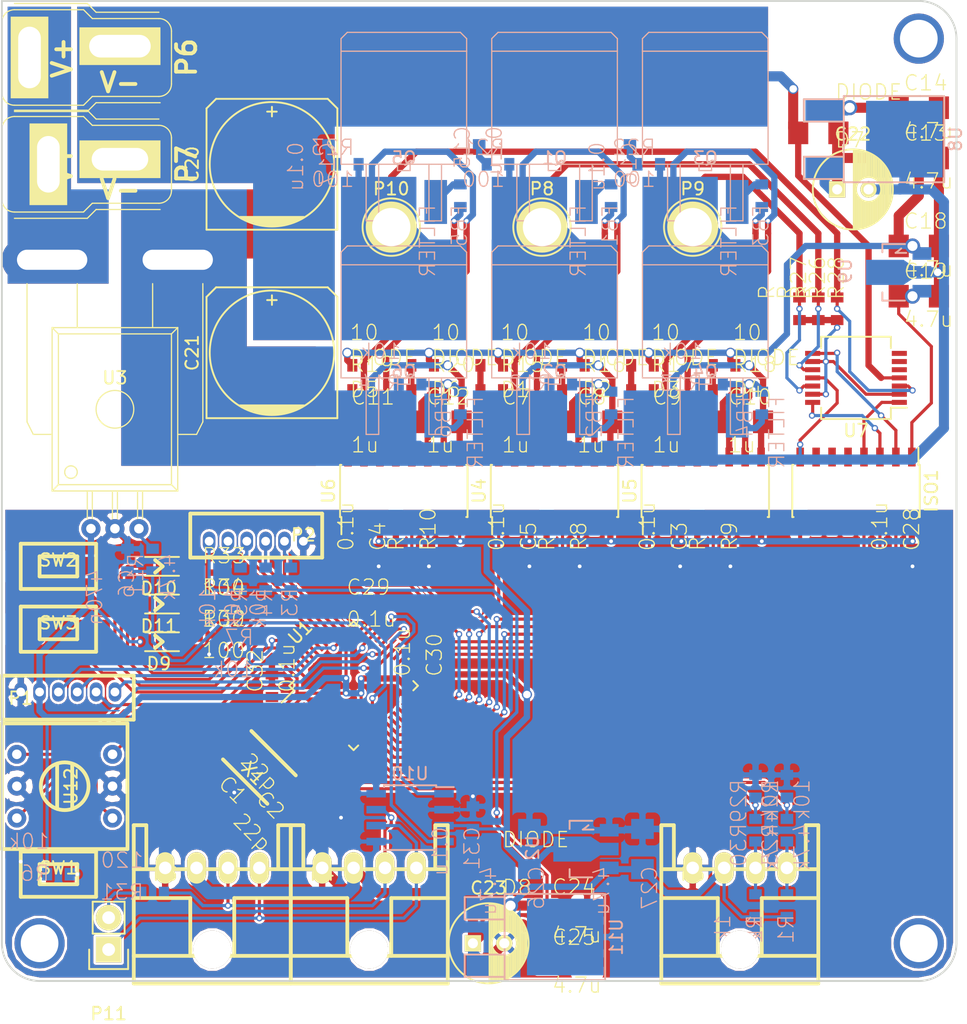
<source format=kicad_pcb>
(kicad_pcb (version 4) (host pcbnew 4.0.6)
  (layers (0 F.Cu signal) (31 B.Cu signal) (34 B.Paste user) (35 F.Paste user) (36 B.SilkS user) (37 F.SilkS user) (38 B.Mask user) (39 F.Mask user) (44 Edge.Cuts user))
  (net 0 "")
  (net 1 GND)
  (net 2 "Net-(C1-Pad2)")
  (net 3 "Net-(C2-Pad2)")
  (net 4 "Net-(C10-Pad1)")
  (net 5 +5V)
  (net 6 "Net-(FB1-Pad1)")
  (net 7 "Net-(FB1-Pad2)")
  (net 8 "Net-(FB2-Pad1)")
  (net 9 "Net-(FB2-Pad2)")
  (net 10 "Net-(FB3-Pad1)")
  (net 11 "Net-(FB3-Pad2)")
  (net 12 "Net-(FB4-Pad1)")
  (net 13 "Net-(FB4-Pad2)")
  (net 14 "Net-(FB5-Pad1)")
  (net 15 "Net-(FB5-Pad2)")
  (net 16 "Net-(FB6-Pad1)")
  (net 17 "Net-(FB6-Pad2)")
  (net 18 +BATT)
  (net 19 +3.3V)
  (net 20 /I_SENSE)
  (net 21 "Net-(C7-Pad1)")
  (net 22 /OUT_U)
  (net 23 "Net-(C8-Pad1)")
  (net 24 GNDPWR)
  (net 25 "Net-(C9-Pad1)")
  (net 26 /OUT_V)
  (net 27 "Net-(C11-Pad1)")
  (net 28 /OUT_W)
  (net 29 "Net-(C12-Pad1)")
  (net 30 "Net-(C13-Pad1)")
  (net 31 /GD_12V)
  (net 32 "Net-(C15-Pad2)")
  (net 33 /PW_5V)
  (net 34 "Net-(D1-Pad2)")
  (net 35 "Net-(D2-Pad2)")
  (net 36 "Net-(D3-Pad2)")
  (net 37 "Net-(D4-Pad2)")
  (net 38 "Net-(D5-Pad2)")
  (net 39 "Net-(D6-Pad2)")
  (net 40 "Net-(ISO1-Pad2)")
  (net 41 "Net-(ISO1-Pad3)")
  (net 42 "Net-(ISO1-Pad4)")
  (net 43 /SWCLK)
  (net 44 /SWDIO)
  (net 45 /USART_TX)
  (net 46 /USART_RX)
  (net 47 /HALL_0)
  (net 48 /HALL_1)
  (net 49 /HALL_2)
  (net 50 +12V)
  (net 51 /CAN_H)
  (net 52 /CAN_L)
  (net 53 /ENC_A)
  (net 54 /ENC_B)
  (net 55 /NRST)
  (net 56 /BOOT0)
  (net 57 "Net-(R8-Pad1)")
  (net 58 "Net-(R9-Pad1)")
  (net 59 "Net-(R10-Pad1)")
  (net 60 "Net-(R11-Pad1)")
  (net 61 /OUT_CENTER)
  (net 62 /PWM_U)
  (net 63 /PWM_V)
  (net 64 /PWM_W)
  (net 65 "Net-(P6-Pad1)")
  (net 66 /COMP_W)
  (net 67 /COMP_V)
  (net 68 /COMP_U)
  (net 69 /CAN_RX)
  (net 70 /CAN_TX)
  (net 71 /EN_U)
  (net 72 /EN_V)
  (net 73 /EN_W)
  (net 74 "Net-(C16-Pad1)")
  (net 75 "Net-(C17-Pad1)")
  (net 76 "Net-(C23-Pad1)")
  (net 77 "Net-(R24-Pad2)")
  (net 78 "Net-(R29-Pad2)")
  (net 79 "Net-(P11-Pad2)")
  (net 80 /SW1)
  (net 81 /SW2)
  (net 82 /SEL_4)
  (net 83 /SEL_2)
  (net 84 /SEL_1)
  (net 85 /SEL_8)
  (net 86 "Net-(D9-Pad2)")
  (net 87 /LED_A)
  (net 88 "Net-(D10-Pad2)")
  (net 89 /LED_B)
  (net 90 "Net-(D11-Pad2)")
  (module RP_KiCAD_Libs:C3216 (layer F.Cu) (at 73 12.5)
    (fp_text reference C13 (at -1.27 -1.27) (layer F.SilkS) (effects (font (size 1.2065 1.2065) (thickness 0.1016)) (justify left bottom)))
    (fp_text value 4.7u (at -1.27 2.54) (layer F.SilkS) (effects (font (size 1.2065 1.2065) (thickness 0.1016)) (justify left bottom)))
    (pad 1 smd rect (at -1.6 0) (size 1.6 1.8) (layers F.Cu F.Paste F.Mask) (net 30 "Net-(C13-Pad1)"))
    (pad 2 smd rect (at 1.6 0) (size 1.6 1.8) (layers F.Cu F.Paste F.Mask) (net 24 GNDPWR))
  )
  (module RP_KiCAD_Libs:C1608_WP (layer F.Cu) (at 17 61.5 135)
    (fp_text reference C1 (at -0.635 -0.635 135) (layer F.SilkS) (effects (font (size 1.2065 1.2065) (thickness 0.1016)) (justify left bottom)))
    (fp_text value 22p (at -0.635 1.905 135) (layer F.SilkS) (effects (font (size 1.2065 1.2065) (thickness 0.1016)) (justify left bottom)))
    (pad 1 smd rect (at -0.9 0 135) (size 0.8 1) (layers F.Cu F.Paste F.Mask) (net 1 GND))
    (pad 2 smd rect (at 0.9 0 135) (size 0.8 1) (layers F.Cu F.Paste F.Mask) (net 2 "Net-(C1-Pad2)"))
  )
  (module RP_KiCAD_Libs:C1608_WP (layer F.Cu) (at 20 64.5 315)
    (fp_text reference C2 (at -0.635 -0.635 315) (layer F.SilkS) (effects (font (size 1.2065 1.2065) (thickness 0.1016)) (justify left bottom)))
    (fp_text value 22p (at -0.635 1.905 315) (layer F.SilkS) (effects (font (size 1.2065 1.2065) (thickness 0.1016)) (justify left bottom)))
    (pad 1 smd rect (at -0.9 0 315) (size 0.8 1) (layers F.Cu F.Paste F.Mask) (net 1 GND))
    (pad 2 smd rect (at 0.9 0 315) (size 0.8 1) (layers F.Cu F.Paste F.Mask) (net 3 "Net-(C2-Pad2)"))
  )
  (module RP_KiCAD_Libs:C1608_WP (layer F.Cu) (at 54 44.5 270)
    (fp_text reference C3 (at -0.635 -0.635 270) (layer F.SilkS) (effects (font (size 1.2065 1.2065) (thickness 0.1016)) (justify left bottom)))
    (fp_text value 0.1u (at -0.635 1.905 270) (layer F.SilkS) (effects (font (size 1.2065 1.2065) (thickness 0.1016)) (justify left bottom)))
    (pad 1 smd rect (at -0.9 0 270) (size 0.8 1) (layers F.Cu F.Paste F.Mask) (net 19 +3.3V))
    (pad 2 smd rect (at 0.9 0 270) (size 0.8 1) (layers F.Cu F.Paste F.Mask) (net 1 GND))
  )
  (module RP_KiCAD_Libs:C1608_WP (layer F.Cu) (at 30 44.5 270)
    (fp_text reference C4 (at -0.635 -0.635 270) (layer F.SilkS) (effects (font (size 1.2065 1.2065) (thickness 0.1016)) (justify left bottom)))
    (fp_text value 0.1u (at -0.635 1.905 270) (layer F.SilkS) (effects (font (size 1.2065 1.2065) (thickness 0.1016)) (justify left bottom)))
    (pad 1 smd rect (at -0.9 0 270) (size 0.8 1) (layers F.Cu F.Paste F.Mask) (net 19 +3.3V))
    (pad 2 smd rect (at 0.9 0 270) (size 0.8 1) (layers F.Cu F.Paste F.Mask) (net 1 GND))
  )
  (module RP_KiCAD_Libs:C3216 (layer F.Cu) (at 41 33.5)
    (fp_text reference C7 (at -1.27 -1.27) (layer F.SilkS) (effects (font (size 1.2065 1.2065) (thickness 0.1016)) (justify left bottom)))
    (fp_text value 1u (at -1.27 2.54) (layer F.SilkS) (effects (font (size 1.2065 1.2065) (thickness 0.1016)) (justify left bottom)))
    (pad 1 smd rect (at -1.6 0) (size 1.6 1.8) (layers F.Cu F.Paste F.Mask) (net 21 "Net-(C7-Pad1)"))
    (pad 2 smd rect (at 1.6 0) (size 1.6 1.8) (layers F.Cu F.Paste F.Mask) (net 22 /OUT_U))
  )
  (module RP_KiCAD_Libs:C3216 (layer F.Cu) (at 47 33.5)
    (fp_text reference C8 (at -1.27 -1.27) (layer F.SilkS) (effects (font (size 1.2065 1.2065) (thickness 0.1016)) (justify left bottom)))
    (fp_text value 1u (at -1.27 2.54) (layer F.SilkS) (effects (font (size 1.2065 1.2065) (thickness 0.1016)) (justify left bottom)))
    (pad 1 smd rect (at -1.6 0) (size 1.6 1.8) (layers F.Cu F.Paste F.Mask) (net 23 "Net-(C8-Pad1)"))
    (pad 2 smd rect (at 1.6 0) (size 1.6 1.8) (layers F.Cu F.Paste F.Mask) (net 24 GNDPWR))
  )
  (module RP_KiCAD_Libs:C3216 (layer F.Cu) (at 73 8.5)
    (fp_text reference C14 (at -1.27 -1.27) (layer F.SilkS) (effects (font (size 1.2065 1.2065) (thickness 0.1016)) (justify left bottom)))
    (fp_text value 4.7u (at -1.27 2.54) (layer F.SilkS) (effects (font (size 1.2065 1.2065) (thickness 0.1016)) (justify left bottom)))
    (pad 1 smd rect (at -1.6 0) (size 1.6 1.8) (layers F.Cu F.Paste F.Mask) (net 31 /GD_12V))
    (pad 2 smd rect (at 1.6 0) (size 1.6 1.8) (layers F.Cu F.Paste F.Mask) (net 24 GNDPWR))
  )
  (module RP_KiCAD_Libs:C1608_WP (layer B.Cu) (at 26 10.5 90)
    (fp_text reference C17 (at -0.635 0.635 90) (layer B.SilkS) (effects (font (size 1.2065 1.2065) (thickness 0.1016)) (justify left bottom mirror)))
    (fp_text value 0.1u (at -0.635 -1.905 90) (layer B.SilkS) (effects (font (size 1.2065 1.2065) (thickness 0.1016)) (justify left bottom mirror)))
    (pad 1 smd rect (at -0.9 0 90) (size 0.8 1) (layers B.Cu B.Paste B.Mask) (net 75 "Net-(C17-Pad1)"))
    (pad 2 smd rect (at 0.9 0 90) (size 0.8 1) (layers B.Cu B.Paste B.Mask) (net 18 +BATT))
  )
  (module RP_KiCAD_Libs:C3216 (layer F.Cu) (at 73 19.5)
    (fp_text reference C18 (at -1.27 -1.27) (layer F.SilkS) (effects (font (size 1.2065 1.2065) (thickness 0.1016)) (justify left bottom)))
    (fp_text value 4.7u (at -1.27 2.54) (layer F.SilkS) (effects (font (size 1.2065 1.2065) (thickness 0.1016)) (justify left bottom)))
    (pad 1 smd rect (at -1.6 0) (size 1.6 1.8) (layers F.Cu F.Paste F.Mask) (net 31 /GD_12V))
    (pad 2 smd rect (at 1.6 0) (size 1.6 1.8) (layers F.Cu F.Paste F.Mask) (net 24 GNDPWR))
  )
  (module RP_KiCAD_Libs:C1608_WP (layer B.Cu) (at 48.5 15.5 90)
    (fp_text reference FB1 (at -0.635 0.635 90) (layer B.SilkS) (effects (font (size 1.2065 1.2065) (thickness 0.1016)) (justify left bottom mirror)))
    (fp_text value FILTER (at -0.635 -1.905 90) (layer B.SilkS) (effects (font (size 1.2065 1.2065) (thickness 0.1016)) (justify left bottom mirror)))
    (pad 1 smd rect (at -0.9 0 90) (size 0.8 1) (layers B.Cu B.Paste B.Mask) (net 6 "Net-(FB1-Pad1)"))
    (pad 2 smd rect (at 0.9 0 90) (size 0.8 1) (layers B.Cu B.Paste B.Mask) (net 7 "Net-(FB1-Pad2)"))
  )
  (module RP_KiCAD_Libs:C1608_WP (layer B.Cu) (at 48.5 32 270)
    (fp_text reference FB2 (at -0.635 0.635 270) (layer B.SilkS) (effects (font (size 1.2065 1.2065) (thickness 0.1016)) (justify left bottom mirror)))
    (fp_text value FILTER (at -0.635 -1.905 270) (layer B.SilkS) (effects (font (size 1.2065 1.2065) (thickness 0.1016)) (justify left bottom mirror)))
    (pad 1 smd rect (at -0.9 0 270) (size 0.8 1) (layers B.Cu B.Paste B.Mask) (net 8 "Net-(FB2-Pad1)"))
    (pad 2 smd rect (at 0.9 0 270) (size 0.8 1) (layers B.Cu B.Paste B.Mask) (net 9 "Net-(FB2-Pad2)"))
  )
  (module RP_KiCAD_Libs:C1608_WP (layer B.Cu) (at 60.5 15.5 90)
    (fp_text reference FB3 (at -0.635 0.635 90) (layer B.SilkS) (effects (font (size 1.2065 1.2065) (thickness 0.1016)) (justify left bottom mirror)))
    (fp_text value FILTER (at -0.635 -1.905 90) (layer B.SilkS) (effects (font (size 1.2065 1.2065) (thickness 0.1016)) (justify left bottom mirror)))
    (pad 1 smd rect (at -0.9 0 90) (size 0.8 1) (layers B.Cu B.Paste B.Mask) (net 10 "Net-(FB3-Pad1)"))
    (pad 2 smd rect (at 0.9 0 90) (size 0.8 1) (layers B.Cu B.Paste B.Mask) (net 11 "Net-(FB3-Pad2)"))
  )
  (module RP_KiCAD_Libs:C1608_WP (layer B.Cu) (at 60.5 32 270)
    (fp_text reference FB4 (at -0.635 0.635 270) (layer B.SilkS) (effects (font (size 1.2065 1.2065) (thickness 0.1016)) (justify left bottom mirror)))
    (fp_text value FILTER (at -0.635 -1.905 270) (layer B.SilkS) (effects (font (size 1.2065 1.2065) (thickness 0.1016)) (justify left bottom mirror)))
    (pad 1 smd rect (at -0.9 0 270) (size 0.8 1) (layers B.Cu B.Paste B.Mask) (net 12 "Net-(FB4-Pad1)"))
    (pad 2 smd rect (at 0.9 0 270) (size 0.8 1) (layers B.Cu B.Paste B.Mask) (net 13 "Net-(FB4-Pad2)"))
  )
  (module RP_KiCAD_Libs:C1608_WP (layer B.Cu) (at 36.5 15.5 90)
    (fp_text reference FB5 (at -0.635 0.635 90) (layer B.SilkS) (effects (font (size 1.2065 1.2065) (thickness 0.1016)) (justify left bottom mirror)))
    (fp_text value FILTER (at -0.635 -1.905 90) (layer B.SilkS) (effects (font (size 1.2065 1.2065) (thickness 0.1016)) (justify left bottom mirror)))
    (pad 1 smd rect (at -0.9 0 90) (size 0.8 1) (layers B.Cu B.Paste B.Mask) (net 14 "Net-(FB5-Pad1)"))
    (pad 2 smd rect (at 0.9 0 90) (size 0.8 1) (layers B.Cu B.Paste B.Mask) (net 15 "Net-(FB5-Pad2)"))
  )
  (module RP_KiCAD_Libs:C1608_WP (layer B.Cu) (at 36.5 32 270)
    (fp_text reference FB6 (at -0.635 0.635 270) (layer B.SilkS) (effects (font (size 1.2065 1.2065) (thickness 0.1016)) (justify left bottom mirror)))
    (fp_text value FILTER (at -0.635 -1.905 270) (layer B.SilkS) (effects (font (size 1.2065 1.2065) (thickness 0.1016)) (justify left bottom mirror)))
    (pad 1 smd rect (at -0.9 0 270) (size 0.8 1) (layers B.Cu B.Paste B.Mask) (net 16 "Net-(FB6-Pad1)"))
    (pad 2 smd rect (at 0.9 0 270) (size 0.8 1) (layers B.Cu B.Paste B.Mask) (net 17 "Net-(FB6-Pad2)"))
  )
  (module TO_SOT_Packages_SMD:D2-PAK_compact (layer B.Cu) (at 44 13 180)
    (fp_text reference Q1 (at 0 0.5 180) (layer B.SilkS) (effects (justify mirror)))
    (fp_text value MOSFET_N)
    (pad G smd rect (at -2.54 -3 180) (size 1.8 3.5) (layers B.Cu B.Paste B.Mask) (net 7 "Net-(FB1-Pad2)"))
    (pad S smd rect (at 2.54 -3 180) (size 3 3.5) (layers B.Cu B.Paste B.Mask) (net 22 /OUT_U))
    (pad D smd rect (at 0 7 180) (size 10 8) (layers B.Cu B.Paste B.Mask) (net 18 +BATT))
  )
  (module TO_SOT_Packages_SMD:D2-PAK_compact (layer B.Cu) (at 44 30 180)
    (fp_text reference Q2 (at 0 0.5 180) (layer B.SilkS) (effects (justify mirror)))
    (fp_text value MOSFET_N)
    (pad G smd rect (at -2.54 -3 180) (size 1.8 3.5) (layers B.Cu B.Paste B.Mask) (net 9 "Net-(FB2-Pad2)"))
    (pad S smd rect (at 2.54 -3 180) (size 3 3.5) (layers B.Cu B.Paste B.Mask) (net 24 GNDPWR))
    (pad D smd rect (at 0 7 180) (size 10 8) (layers B.Cu B.Paste B.Mask) (net 22 /OUT_U))
  )
  (module TO_SOT_Packages_SMD:D2-PAK_compact (layer B.Cu) (at 56 13 180)
    (fp_text reference Q3 (at 0 0.5 180) (layer B.SilkS) (effects (justify mirror)))
    (fp_text value MOSFET_N)
    (pad G smd rect (at -2.54 -3 180) (size 1.8 3.5) (layers B.Cu B.Paste B.Mask) (net 11 "Net-(FB3-Pad2)"))
    (pad S smd rect (at 2.54 -3 180) (size 3 3.5) (layers B.Cu B.Paste B.Mask) (net 26 /OUT_V))
    (pad D smd rect (at 0 7 180) (size 10 8) (layers B.Cu B.Paste B.Mask) (net 18 +BATT))
  )
  (module TO_SOT_Packages_SMD:D2-PAK_compact (layer B.Cu) (at 56 30 180)
    (fp_text reference Q4 (at 0 0.5 180) (layer B.SilkS) (effects (justify mirror)))
    (fp_text value MOSFET_N)
    (pad G smd rect (at -2.54 -3 180) (size 1.8 3.5) (layers B.Cu B.Paste B.Mask) (net 13 "Net-(FB4-Pad2)"))
    (pad S smd rect (at 2.54 -3 180) (size 3 3.5) (layers B.Cu B.Paste B.Mask) (net 24 GNDPWR))
    (pad D smd rect (at 0 7 180) (size 10 8) (layers B.Cu B.Paste B.Mask) (net 26 /OUT_V))
  )
  (module TO_SOT_Packages_SMD:D2-PAK_compact (layer B.Cu) (at 32 13 180)
    (fp_text reference Q5 (at 0 0.5 180) (layer B.SilkS) (effects (justify mirror)))
    (fp_text value MOSFET_N)
    (pad G smd rect (at -2.54 -3 180) (size 1.8 3.5) (layers B.Cu B.Paste B.Mask) (net 15 "Net-(FB5-Pad2)"))
    (pad S smd rect (at 2.54 -3 180) (size 3 3.5) (layers B.Cu B.Paste B.Mask) (net 28 /OUT_W))
    (pad D smd rect (at 0 7 180) (size 10 8) (layers B.Cu B.Paste B.Mask) (net 18 +BATT))
  )
  (module TO_SOT_Packages_SMD:D2-PAK_compact (layer B.Cu) (at 32 30 180)
    (fp_text reference Q6 (at 0 0.5 180) (layer B.SilkS) (effects (justify mirror)))
    (fp_text value MOSFET_N)
    (pad G smd rect (at -2.54 -3 180) (size 1.8 3.5) (layers B.Cu B.Paste B.Mask) (net 17 "Net-(FB6-Pad2)"))
    (pad S smd rect (at 2.54 -3 180) (size 3 3.5) (layers B.Cu B.Paste B.Mask) (net 24 GNDPWR))
    (pad D smd rect (at 0 7 180) (size 10 8) (layers B.Cu B.Paste B.Mask) (net 28 /OUT_W))
  )
  (module RP_KiCAD_Libs:C1608_WP (layer B.Cu) (at 62.5 72 90)
    (fp_text reference R1 (at -0.635 0.635 90) (layer B.SilkS) (effects (font (size 1.2065 1.2065) (thickness 0.1016)) (justify left bottom mirror)))
    (fp_text value 1k (at -0.635 -1.905 90) (layer B.SilkS) (effects (font (size 1.2065 1.2065) (thickness 0.1016)) (justify left bottom mirror)))
    (pad 1 smd rect (at -0.9 0 90) (size 0.8 1) (layers B.Cu B.Paste B.Mask) (net 5 +5V))
    (pad 2 smd rect (at 0.9 0 90) (size 0.8 1) (layers B.Cu B.Paste B.Mask) (net 54 /ENC_B))
  )
  (module RP_KiCAD_Libs:C1608_WP (layer B.Cu) (at 60 72 90)
    (fp_text reference R2 (at -0.635 0.635 90) (layer B.SilkS) (effects (font (size 1.2065 1.2065) (thickness 0.1016)) (justify left bottom mirror)))
    (fp_text value 1k (at -0.635 -1.905 90) (layer B.SilkS) (effects (font (size 1.2065 1.2065) (thickness 0.1016)) (justify left bottom mirror)))
    (pad 1 smd rect (at -0.9 0 90) (size 0.8 1) (layers B.Cu B.Paste B.Mask) (net 5 +5V))
    (pad 2 smd rect (at 0.9 0 90) (size 0.8 1) (layers B.Cu B.Paste B.Mask) (net 53 /ENC_A))
  )
  (module RP_KiCAD_Libs:C1608_WP (layer B.Cu) (at 23 46 90)
    (fp_text reference R3 (at -0.635 0.635 90) (layer B.SilkS) (effects (font (size 1.2065 1.2065) (thickness 0.1016)) (justify left bottom mirror)))
    (fp_text value 10k (at -0.635 -1.905 90) (layer B.SilkS) (effects (font (size 1.2065 1.2065) (thickness 0.1016)) (justify left bottom mirror)))
    (pad 1 smd rect (at -0.9 0 90) (size 0.8 1) (layers B.Cu B.Paste B.Mask) (net 5 +5V))
    (pad 2 smd rect (at 0.9 0 90) (size 0.8 1) (layers B.Cu B.Paste B.Mask) (net 47 /HALL_0))
  )
  (module RP_KiCAD_Libs:C1608_WP (layer B.Cu) (at 21 46 90)
    (fp_text reference R4 (at -0.635 0.635 90) (layer B.SilkS) (effects (font (size 1.2065 1.2065) (thickness 0.1016)) (justify left bottom mirror)))
    (fp_text value 10k (at -0.635 -1.905 90) (layer B.SilkS) (effects (font (size 1.2065 1.2065) (thickness 0.1016)) (justify left bottom mirror)))
    (pad 1 smd rect (at -0.9 0 90) (size 0.8 1) (layers B.Cu B.Paste B.Mask) (net 5 +5V))
    (pad 2 smd rect (at 0.9 0 90) (size 0.8 1) (layers B.Cu B.Paste B.Mask) (net 48 /HALL_1))
  )
  (module RP_KiCAD_Libs:C1608_WP (layer B.Cu) (at 19 46 90)
    (fp_text reference R5 (at -0.635 0.635 90) (layer B.SilkS) (effects (font (size 1.2065 1.2065) (thickness 0.1016)) (justify left bottom mirror)))
    (fp_text value 10k (at -0.635 -1.905 90) (layer B.SilkS) (effects (font (size 1.2065 1.2065) (thickness 0.1016)) (justify left bottom mirror)))
    (pad 1 smd rect (at -0.9 0 90) (size 0.8 1) (layers B.Cu B.Paste B.Mask) (net 5 +5V))
    (pad 2 smd rect (at 0.9 0 90) (size 0.8 1) (layers B.Cu B.Paste B.Mask) (net 49 /HALL_2))
  )
  (module RP_KiCAD_Libs:C1608_WP (layer B.Cu) (at 4.5 69.5)
    (fp_text reference R6 (at -0.635 0.635) (layer B.SilkS) (effects (font (size 1.2065 1.2065) (thickness 0.1016)) (justify left bottom mirror)))
    (fp_text value 10k (at -0.635 -1.905) (layer B.SilkS) (effects (font (size 1.2065 1.2065) (thickness 0.1016)) (justify left bottom mirror)))
    (pad 1 smd rect (at -0.9 0) (size 0.8 1) (layers B.Cu B.Paste B.Mask) (net 19 +3.3V))
    (pad 2 smd rect (at 0.9 0) (size 0.8 1) (layers B.Cu B.Paste B.Mask) (net 55 /NRST))
  )
  (module RP_KiCAD_Libs:C1608_WP (layer B.Cu) (at 19.5 52 180)
    (fp_text reference R7 (at -0.635 0.635 180) (layer B.SilkS) (effects (font (size 1.2065 1.2065) (thickness 0.1016)) (justify left bottom mirror)))
    (fp_text value 10k (at -0.635 -1.905 180) (layer B.SilkS) (effects (font (size 1.2065 1.2065) (thickness 0.1016)) (justify left bottom mirror)))
    (pad 1 smd rect (at -0.9 0 180) (size 0.8 1) (layers B.Cu B.Paste B.Mask) (net 56 /BOOT0))
    (pad 2 smd rect (at 0.9 0 180) (size 0.8 1) (layers B.Cu B.Paste B.Mask) (net 1 GND))
  )
  (module RP_KiCAD_Libs:C1608_WP (layer F.Cu) (at 46 44.5 270)
    (fp_text reference R8 (at -0.635 -0.635 270) (layer F.SilkS) (effects (font (size 1.2065 1.2065) (thickness 0.1016)) (justify left bottom)))
    (fp_text value R (at -0.635 1.905 270) (layer F.SilkS) (effects (font (size 1.2065 1.2065) (thickness 0.1016)) (justify left bottom)))
    (pad 1 smd rect (at -0.9 0 270) (size 0.8 1) (layers F.Cu F.Paste F.Mask) (net 57 "Net-(R8-Pad1)"))
    (pad 2 smd rect (at 0.9 0 270) (size 0.8 1) (layers F.Cu F.Paste F.Mask) (net 1 GND))
  )
  (module RP_KiCAD_Libs:C1608_WP (layer F.Cu) (at 58 44.5 270)
    (fp_text reference R9 (at -0.635 -0.635 270) (layer F.SilkS) (effects (font (size 1.2065 1.2065) (thickness 0.1016)) (justify left bottom)))
    (fp_text value R (at -0.635 1.905 270) (layer F.SilkS) (effects (font (size 1.2065 1.2065) (thickness 0.1016)) (justify left bottom)))
    (pad 1 smd rect (at -0.9 0 270) (size 0.8 1) (layers F.Cu F.Paste F.Mask) (net 58 "Net-(R9-Pad1)"))
    (pad 2 smd rect (at 0.9 0 270) (size 0.8 1) (layers F.Cu F.Paste F.Mask) (net 1 GND))
  )
  (module RP_KiCAD_Libs:C1608_WP (layer F.Cu) (at 34 44.5 270)
    (fp_text reference R10 (at -0.635 -0.635 270) (layer F.SilkS) (effects (font (size 1.2065 1.2065) (thickness 0.1016)) (justify left bottom)))
    (fp_text value R (at -0.635 1.905 270) (layer F.SilkS) (effects (font (size 1.2065 1.2065) (thickness 0.1016)) (justify left bottom)))
    (pad 1 smd rect (at -0.9 0 270) (size 0.8 1) (layers F.Cu F.Paste F.Mask) (net 59 "Net-(R10-Pad1)"))
    (pad 2 smd rect (at 0.9 0 270) (size 0.8 1) (layers F.Cu F.Paste F.Mask) (net 1 GND))
  )
  (module RP_KiCAD_Libs:C1608_WP (layer B.Cu) (at 12 44.5 270)
    (fp_text reference R11 (at -0.635 0.635 270) (layer B.SilkS) (effects (font (size 1.2065 1.2065) (thickness 0.1016)) (justify left bottom mirror)))
    (fp_text value 4.7k (at -0.635 -1.905 270) (layer B.SilkS) (effects (font (size 1.2065 1.2065) (thickness 0.1016)) (justify left bottom mirror)))
    (pad 1 smd rect (at -0.9 0 270) (size 0.8 1) (layers B.Cu B.Paste B.Mask) (net 60 "Net-(R11-Pad1)"))
    (pad 2 smd rect (at 0.9 0 270) (size 0.8 1) (layers B.Cu B.Paste B.Mask) (net 20 /I_SENSE))
  )
  (module RP_KiCAD_Libs:C1608_WP (layer B.Cu) (at 44.5 30.5)
    (fp_text reference R12 (at -0.635 0.635) (layer B.SilkS) (effects (font (size 1.2065 1.2065) (thickness 0.1016)) (justify left bottom mirror)))
    (fp_text value 10k (at -0.635 -1.905) (layer B.SilkS) (effects (font (size 1.2065 1.2065) (thickness 0.1016)) (justify left bottom mirror)))
    (pad 1 smd rect (at -0.9 0) (size 0.8 1) (layers B.Cu B.Paste B.Mask) (net 24 GNDPWR))
    (pad 2 smd rect (at 0.9 0) (size 0.8 1) (layers B.Cu B.Paste B.Mask) (net 8 "Net-(FB2-Pad1)"))
  )
  (module Crystals:ABM3_2pads (layer F.Cu) (at 20.5 61 315)
    (fp_text reference X1 (at 0 0.7 315) (layer F.SilkS))
    (fp_text value CRYSTAL)
    (pad 1 smd rect (at -2.2 0 315) (size 1.8 2.6) (layers F.Cu F.Paste F.Mask) (net 2 "Net-(C1-Pad2)"))
    (pad 2 smd rect (at 2.2 0 315) (size 1.8 2.6) (layers F.Cu F.Paste F.Mask) (net 3 "Net-(C2-Pad2)"))
  )
  (module RP_KiCAD_Libs:C1608_WP (layer B.Cu) (at 56.5 30.5)
    (fp_text reference R13 (at -0.635 0.635) (layer B.SilkS) (effects (font (size 1.2065 1.2065) (thickness 0.1016)) (justify left bottom mirror)))
    (fp_text value 10k (at -0.635 -1.905) (layer B.SilkS) (effects (font (size 1.2065 1.2065) (thickness 0.1016)) (justify left bottom mirror)))
    (pad 1 smd rect (at -0.9 0) (size 0.8 1) (layers B.Cu B.Paste B.Mask) (net 24 GNDPWR))
    (pad 2 smd rect (at 0.9 0) (size 0.8 1) (layers B.Cu B.Paste B.Mask) (net 12 "Net-(FB4-Pad1)"))
  )
  (module RP_KiCAD_Libs:C1608_WP (layer B.Cu) (at 32.5 30.5)
    (fp_text reference R14 (at -0.635 0.635) (layer B.SilkS) (effects (font (size 1.2065 1.2065) (thickness 0.1016)) (justify left bottom mirror)))
    (fp_text value 10k (at -0.635 -1.905) (layer B.SilkS) (effects (font (size 1.2065 1.2065) (thickness 0.1016)) (justify left bottom mirror)))
    (pad 1 smd rect (at -0.9 0) (size 0.8 1) (layers B.Cu B.Paste B.Mask) (net 24 GNDPWR))
    (pad 2 smd rect (at 0.9 0) (size 0.8 1) (layers B.Cu B.Paste B.Mask) (net 16 "Net-(FB6-Pad1)"))
  )
  (module RP_KiCAD_Libs:C1608_WP (layer B.Cu) (at 38 10.5 270)
    (fp_text reference C15 (at -0.635 0.635 270) (layer B.SilkS) (effects (font (size 1.2065 1.2065) (thickness 0.1016)) (justify left bottom mirror)))
    (fp_text value 0.1u (at -0.635 -1.905 270) (layer B.SilkS) (effects (font (size 1.2065 1.2065) (thickness 0.1016)) (justify left bottom mirror)))
    (pad 1 smd rect (at -0.9 0 270) (size 0.8 1) (layers B.Cu B.Paste B.Mask) (net 18 +BATT))
    (pad 2 smd rect (at 0.9 0 270) (size 0.8 1) (layers B.Cu B.Paste B.Mask) (net 32 "Net-(C15-Pad2)"))
  )
  (module RP_KiCAD_Libs:C1608_WP (layer B.Cu) (at 50 10.5 90)
    (fp_text reference C16 (at -0.635 0.635 90) (layer B.SilkS) (effects (font (size 1.2065 1.2065) (thickness 0.1016)) (justify left bottom mirror)))
    (fp_text value 0.1u (at -0.635 -1.905 90) (layer B.SilkS) (effects (font (size 1.2065 1.2065) (thickness 0.1016)) (justify left bottom mirror)))
    (pad 1 smd rect (at -0.9 0 90) (size 0.8 1) (layers B.Cu B.Paste B.Mask) (net 74 "Net-(C16-Pad1)"))
    (pad 2 smd rect (at 0.9 0 90) (size 0.8 1) (layers B.Cu B.Paste B.Mask) (net 18 +BATT))
  )
  (module RP_KiCAD_Libs:C1608_WP (layer F.Cu) (at 42 44.5 270)
    (fp_text reference C5 (at -0.635 -0.635 270) (layer F.SilkS) (effects (font (size 1.2065 1.2065) (thickness 0.1016)) (justify left bottom)))
    (fp_text value 0.1u (at -0.635 1.905 270) (layer F.SilkS) (effects (font (size 1.2065 1.2065) (thickness 0.1016)) (justify left bottom)))
    (pad 1 smd rect (at -0.9 0 270) (size 0.8 1) (layers F.Cu F.Paste F.Mask) (net 19 +3.3V))
    (pad 2 smd rect (at 0.9 0 270) (size 0.8 1) (layers F.Cu F.Paste F.Mask) (net 1 GND))
  )
  (module RP_KiCAD_Libs:C1608_WP (layer B.Cu) (at 10 44.5 90)
    (fp_text reference C6 (at -0.635 0.635 90) (layer B.SilkS) (effects (font (size 1.2065 1.2065) (thickness 0.1016)) (justify left bottom mirror)))
    (fp_text value 470n (at -0.635 -1.905 90) (layer B.SilkS) (effects (font (size 1.2065 1.2065) (thickness 0.1016)) (justify left bottom mirror)))
    (pad 1 smd rect (at -0.9 0 90) (size 0.8 1) (layers B.Cu B.Paste B.Mask) (net 20 /I_SENSE))
    (pad 2 smd rect (at 0.9 0 90) (size 0.8 1) (layers B.Cu B.Paste B.Mask) (net 1 GND))
  )
  (module RP_KiCAD_Libs:C3216 (layer F.Cu) (at 53 33.5)
    (fp_text reference C9 (at -1.27 -1.27) (layer F.SilkS) (effects (font (size 1.2065 1.2065) (thickness 0.1016)) (justify left bottom)))
    (fp_text value 1u (at -1.27 2.54) (layer F.SilkS) (effects (font (size 1.2065 1.2065) (thickness 0.1016)) (justify left bottom)))
    (pad 1 smd rect (at -1.6 0) (size 1.6 1.8) (layers F.Cu F.Paste F.Mask) (net 25 "Net-(C9-Pad1)"))
    (pad 2 smd rect (at 1.6 0) (size 1.6 1.8) (layers F.Cu F.Paste F.Mask) (net 26 /OUT_V))
  )
  (module RP_KiCAD_Libs:C3216 (layer F.Cu) (at 59 33.5)
    (fp_text reference C10 (at -1.27 -1.27) (layer F.SilkS) (effects (font (size 1.2065 1.2065) (thickness 0.1016)) (justify left bottom)))
    (fp_text value 1u (at -1.27 2.54) (layer F.SilkS) (effects (font (size 1.2065 1.2065) (thickness 0.1016)) (justify left bottom)))
    (pad 1 smd rect (at -1.6 0) (size 1.6 1.8) (layers F.Cu F.Paste F.Mask) (net 4 "Net-(C10-Pad1)"))
    (pad 2 smd rect (at 1.6 0) (size 1.6 1.8) (layers F.Cu F.Paste F.Mask) (net 24 GNDPWR))
  )
  (module RP_KiCAD_Libs:C3216 (layer F.Cu) (at 29 33.5)
    (fp_text reference C11 (at -1.27 -1.27) (layer F.SilkS) (effects (font (size 1.2065 1.2065) (thickness 0.1016)) (justify left bottom)))
    (fp_text value 1u (at -1.27 2.54) (layer F.SilkS) (effects (font (size 1.2065 1.2065) (thickness 0.1016)) (justify left bottom)))
    (pad 1 smd rect (at -1.6 0) (size 1.6 1.8) (layers F.Cu F.Paste F.Mask) (net 27 "Net-(C11-Pad1)"))
    (pad 2 smd rect (at 1.6 0) (size 1.6 1.8) (layers F.Cu F.Paste F.Mask) (net 28 /OUT_W))
  )
  (module RP_KiCAD_Libs:C3216 (layer F.Cu) (at 35 33.5)
    (fp_text reference C12 (at -1.27 -1.27) (layer F.SilkS) (effects (font (size 1.2065 1.2065) (thickness 0.1016)) (justify left bottom)))
    (fp_text value 1u (at -1.27 2.54) (layer F.SilkS) (effects (font (size 1.2065 1.2065) (thickness 0.1016)) (justify left bottom)))
    (pad 1 smd rect (at -1.6 0) (size 1.6 1.8) (layers F.Cu F.Paste F.Mask) (net 29 "Net-(C12-Pad1)"))
    (pad 2 smd rect (at 1.6 0) (size 1.6 1.8) (layers F.Cu F.Paste F.Mask) (net 24 GNDPWR))
  )
  (module RP_KiCAD_Libs:C3216 (layer F.Cu) (at 73 23.5)
    (fp_text reference C19 (at -1.27 -1.27) (layer F.SilkS) (effects (font (size 1.2065 1.2065) (thickness 0.1016)) (justify left bottom)))
    (fp_text value 4.7u (at -1.27 2.54) (layer F.SilkS) (effects (font (size 1.2065 1.2065) (thickness 0.1016)) (justify left bottom)))
    (pad 1 smd rect (at -1.6 0) (size 1.6 1.8) (layers F.Cu F.Paste F.Mask) (net 33 /PW_5V))
    (pad 2 smd rect (at 1.6 0) (size 1.6 1.8) (layers F.Cu F.Paste F.Mask) (net 24 GNDPWR))
  )
  (module Capacitors_SMD:c_elec_10x10.5 (layer F.Cu) (at 21.5 13 90)
    (fp_text reference C20 (at 0 -6.35 90) (layer F.SilkS))
    (fp_text value 470u)
    (pad 1 smd rect (at 4.0005 0 90) (size 4.0005 2.4003) (layers F.Cu F.Paste F.Mask) (net 18 +BATT))
    (pad 2 smd rect (at -4.0005 0 90) (size 4.0005 2.4003) (layers F.Cu F.Paste F.Mask) (net 24 GNDPWR))
  )
  (module Capacitors_SMD:c_elec_10x10.5 (layer F.Cu) (at 21.5 28 90)
    (fp_text reference C21 (at 0 -6.35 90) (layer F.SilkS))
    (fp_text value 470u)
    (pad 1 smd rect (at 4.0005 0 90) (size 4.0005 2.4003) (layers F.Cu F.Paste F.Mask) (net 18 +BATT))
    (pad 2 smd rect (at -4.0005 0 90) (size 4.0005 2.4003) (layers F.Cu F.Paste F.Mask) (net 24 GNDPWR))
  )
  (module RP_KiCAD_Libs:C1608_WP (layer F.Cu) (at 39 31 180)
    (fp_text reference D1 (at -0.635 -0.635 180) (layer F.SilkS) (effects (font (size 1.2065 1.2065) (thickness 0.1016)) (justify left bottom)))
    (fp_text value DIODE (at -0.635 1.905 180) (layer F.SilkS) (effects (font (size 1.2065 1.2065) (thickness 0.1016)) (justify left bottom)))
    (pad 1 smd rect (at -0.9 0 180) (size 0.8 1) (layers F.Cu F.Paste F.Mask) (net 21 "Net-(C7-Pad1)"))
    (pad 2 smd rect (at 0.9 0 180) (size 0.8 1) (layers F.Cu F.Paste F.Mask) (net 34 "Net-(D1-Pad2)"))
  )
  (module RP_KiCAD_Libs:C1608_WP (layer F.Cu) (at 45.5 31 180)
    (fp_text reference D2 (at -0.635 -0.635 180) (layer F.SilkS) (effects (font (size 1.2065 1.2065) (thickness 0.1016)) (justify left bottom)))
    (fp_text value DIODE (at -0.635 1.905 180) (layer F.SilkS) (effects (font (size 1.2065 1.2065) (thickness 0.1016)) (justify left bottom)))
    (pad 1 smd rect (at -0.9 0 180) (size 0.8 1) (layers F.Cu F.Paste F.Mask) (net 23 "Net-(C8-Pad1)"))
    (pad 2 smd rect (at 0.9 0 180) (size 0.8 1) (layers F.Cu F.Paste F.Mask) (net 35 "Net-(D2-Pad2)"))
  )
  (module RP_KiCAD_Libs:C1608_WP (layer F.Cu) (at 51 31 180)
    (fp_text reference D3 (at -0.635 -0.635 180) (layer F.SilkS) (effects (font (size 1.2065 1.2065) (thickness 0.1016)) (justify left bottom)))
    (fp_text value DIODE (at -0.635 1.905 180) (layer F.SilkS) (effects (font (size 1.2065 1.2065) (thickness 0.1016)) (justify left bottom)))
    (pad 1 smd rect (at -0.9 0 180) (size 0.8 1) (layers F.Cu F.Paste F.Mask) (net 25 "Net-(C9-Pad1)"))
    (pad 2 smd rect (at 0.9 0 180) (size 0.8 1) (layers F.Cu F.Paste F.Mask) (net 36 "Net-(D3-Pad2)"))
  )
  (module RP_KiCAD_Libs:C1608_WP (layer F.Cu) (at 57.5 31 180)
    (fp_text reference D4 (at -0.635 -0.635 180) (layer F.SilkS) (effects (font (size 1.2065 1.2065) (thickness 0.1016)) (justify left bottom)))
    (fp_text value DIODE (at -0.635 1.905 180) (layer F.SilkS) (effects (font (size 1.2065 1.2065) (thickness 0.1016)) (justify left bottom)))
    (pad 1 smd rect (at -0.9 0 180) (size 0.8 1) (layers F.Cu F.Paste F.Mask) (net 4 "Net-(C10-Pad1)"))
    (pad 2 smd rect (at 0.9 0 180) (size 0.8 1) (layers F.Cu F.Paste F.Mask) (net 37 "Net-(D4-Pad2)"))
  )
  (module RP_KiCAD_Libs:C1608_WP (layer F.Cu) (at 27 31 180)
    (fp_text reference D5 (at -0.635 -0.635 180) (layer F.SilkS) (effects (font (size 1.2065 1.2065) (thickness 0.1016)) (justify left bottom)))
    (fp_text value DIODE (at -0.635 1.905 180) (layer F.SilkS) (effects (font (size 1.2065 1.2065) (thickness 0.1016)) (justify left bottom)))
    (pad 1 smd rect (at -0.9 0 180) (size 0.8 1) (layers F.Cu F.Paste F.Mask) (net 27 "Net-(C11-Pad1)"))
    (pad 2 smd rect (at 0.9 0 180) (size 0.8 1) (layers F.Cu F.Paste F.Mask) (net 38 "Net-(D5-Pad2)"))
  )
  (module RP_KiCAD_Libs:C1608_WP (layer F.Cu) (at 33.5 31 180)
    (fp_text reference D6 (at -0.635 -0.635 180) (layer F.SilkS) (effects (font (size 1.2065 1.2065) (thickness 0.1016)) (justify left bottom)))
    (fp_text value DIODE (at -0.635 1.905 180) (layer F.SilkS) (effects (font (size 1.2065 1.2065) (thickness 0.1016)) (justify left bottom)))
    (pad 1 smd rect (at -0.9 0 180) (size 0.8 1) (layers F.Cu F.Paste F.Mask) (net 29 "Net-(C12-Pad1)"))
    (pad 2 smd rect (at 0.9 0 180) (size 0.8 1) (layers F.Cu F.Paste F.Mask) (net 39 "Net-(D6-Pad2)"))
  )
  (module RP_KiCAD_Libs:C3216 (layer F.Cu) (at 65 10.5 180)
    (fp_text reference D7 (at -1.27 -1.27 180) (layer F.SilkS) (effects (font (size 1.2065 1.2065) (thickness 0.1016)) (justify left bottom)))
    (fp_text value DIODE (at -1.27 2.54 180) (layer F.SilkS) (effects (font (size 1.2065 1.2065) (thickness 0.1016)) (justify left bottom)))
    (pad 1 smd rect (at -1.6 0 180) (size 1.6 1.8) (layers F.Cu F.Paste F.Mask) (net 30 "Net-(C13-Pad1)"))
    (pad 2 smd rect (at 1.6 0 180) (size 1.6 1.8) (layers F.Cu F.Paste F.Mask) (net 18 +BATT))
  )
  (module Housings_SOIC:SOIC-16_3.9x9.9mm_Pitch1.27mm (layer F.Cu) (at 68 39 270)
    (fp_text reference ISO1 (at 0 -6 270) (layer F.SilkS))
    (fp_text value Si866x)
    (pad 1 smd rect (at -2.7 -4.445 270) (size 1.5 0.6) (layers F.Cu F.Paste F.Mask) (net 33 /PW_5V))
    (pad 2 smd rect (at -2.7 -3.175 270) (size 1.5 0.6) (layers F.Cu F.Paste F.Mask) (net 40 "Net-(ISO1-Pad2)"))
    (pad 3 smd rect (at -2.7 -1.905 270) (size 1.5 0.6) (layers F.Cu F.Paste F.Mask) (net 41 "Net-(ISO1-Pad3)"))
    (pad 4 smd rect (at -2.7 -0.635 270) (size 1.5 0.6) (layers F.Cu F.Paste F.Mask) (net 42 "Net-(ISO1-Pad4)"))
    (pad 5 smd rect (at -2.7 0.635 270) (size 1.5 0.6) (layers F.Cu F.Paste F.Mask))
    (pad 6 smd rect (at -2.7 1.905 270) (size 1.5 0.6) (layers F.Cu F.Paste F.Mask))
    (pad 7 smd rect (at -2.7 3.175 270) (size 1.5 0.6) (layers F.Cu F.Paste F.Mask))
    (pad 8 smd rect (at -2.7 4.445 270) (size 1.5 0.6) (layers F.Cu F.Paste F.Mask) (net 24 GNDPWR))
    (pad 9 smd rect (at 2.7 4.445 270) (size 1.5 0.6) (layers F.Cu F.Paste F.Mask) (net 1 GND))
    (pad 10 smd rect (at 2.7 3.175 270) (size 1.5 0.6) (layers F.Cu F.Paste F.Mask))
    (pad 11 smd rect (at 2.7 1.905 270) (size 1.5 0.6) (layers F.Cu F.Paste F.Mask))
    (pad 12 smd rect (at 2.7 0.635 270) (size 1.5 0.6) (layers F.Cu F.Paste F.Mask))
    (pad 13 smd rect (at 2.7 -0.635 270) (size 1.5 0.6) (layers F.Cu F.Paste F.Mask) (net 66 /COMP_W))
    (pad 14 smd rect (at 2.7 -1.905 270) (size 1.5 0.6) (layers F.Cu F.Paste F.Mask) (net 67 /COMP_V))
    (pad 15 smd rect (at 2.7 -3.175 270) (size 1.5 0.6) (layers F.Cu F.Paste F.Mask) (net 68 /COMP_U))
    (pad 16 smd rect (at 2.7 -4.445 270) (size 1.5 0.6) (layers F.Cu F.Paste F.Mask) (net 19 +3.3V))
  )
  (module RP_KiCAD_Connector:ZH_6T (layer F.Cu) (at 1.5 55)
    (fp_text reference P1 (at 0 0.5) (layer F.SilkS))
    (fp_text value CONN_01X06)
    (pad 1 thru_hole oval (at 0 0) (size 1 1.524) (drill 0.7) (layers *.Cu *.Mask) (net 1 GND))
    (pad 2 thru_hole oval (at 1.5 0) (size 1 1.524) (drill 0.7) (layers *.Cu *.Mask) (net 19 +3.3V))
    (pad 3 thru_hole oval (at 3 0) (size 1 1.524) (drill 0.7) (layers *.Cu *.Mask) (net 43 /SWCLK))
    (pad 4 thru_hole oval (at 4.5 0) (size 1 1.524) (drill 0.7) (layers *.Cu *.Mask) (net 44 /SWDIO))
    (pad 5 thru_hole oval (at 6 0) (size 1 1.524) (drill 0.7) (layers *.Cu *.Mask) (net 45 /USART_TX))
    (pad 6 thru_hole oval (at 7.5 0) (size 1 1.524) (drill 0.7) (layers *.Cu *.Mask) (net 46 /USART_RX))
  )
  (module RP_KiCAD_Connector:ZH_6T (layer F.Cu) (at 24 43 180)
    (fp_text reference P2 (at 0 0.5 180) (layer F.SilkS))
    (fp_text value CONN_01X06)
    (pad 1 thru_hole oval (at 0 0 180) (size 1 1.524) (drill 0.7) (layers *.Cu *.Mask) (net 1 GND))
    (pad 2 thru_hole oval (at 1.5 0 180) (size 1 1.524) (drill 0.7) (layers *.Cu *.Mask) (net 47 /HALL_0))
    (pad 3 thru_hole oval (at 3 0 180) (size 1 1.524) (drill 0.7) (layers *.Cu *.Mask) (net 48 /HALL_1))
    (pad 4 thru_hole oval (at 4.5 0 180) (size 1 1.524) (drill 0.7) (layers *.Cu *.Mask) (net 49 /HALL_2))
    (pad 5 thru_hole oval (at 6 0 180) (size 1 1.524) (drill 0.7) (layers *.Cu *.Mask))
    (pad 6 thru_hole oval (at 7.5 0 180) (size 1 1.524) (drill 0.7) (layers *.Cu *.Mask) (net 5 +5V))
  )
  (module RP_KiCAD_Connector:XA_4LC (layer F.Cu) (at 13 69)
    (fp_text reference P3 (at 0 0.5) (layer F.SilkS))
    (fp_text value CONN_01X04)
    (pad 1 thru_hole oval (at 0 0) (size 1.5 2.5) (drill 1) (layers *.Cu *.Mask F.SilkS) (net 1 GND))
    (pad 2 thru_hole oval (at 2.5 0) (size 1.5 2.5) (drill 1) (layers *.Cu *.Mask F.SilkS) (net 50 +12V))
    (pad 3 thru_hole oval (at 5 0) (size 1.5 2.5) (drill 1) (layers *.Cu *.Mask F.SilkS) (net 51 /CAN_H))
    (pad 4 thru_hole oval (at 7.5 0) (size 1.5 2.5) (drill 1) (layers *.Cu *.Mask F.SilkS) (net 52 /CAN_L))
    (pad "" thru_hole circle (at 3.75 6.5) (size 3 3) (drill 3) (layers *.Cu *.Mask F.SilkS) (clearance -0.3))
  )
  (module RP_KiCAD_Connector:XA_4LC (layer F.Cu) (at 25.5 69)
    (fp_text reference P4 (at 0 0.5) (layer F.SilkS))
    (fp_text value CONN_01X04)
    (pad 1 thru_hole oval (at 0 0) (size 1.5 2.5) (drill 1) (layers *.Cu *.Mask F.SilkS) (net 1 GND))
    (pad 2 thru_hole oval (at 2.5 0) (size 1.5 2.5) (drill 1) (layers *.Cu *.Mask F.SilkS) (net 50 +12V))
    (pad 3 thru_hole oval (at 5 0) (size 1.5 2.5) (drill 1) (layers *.Cu *.Mask F.SilkS) (net 51 /CAN_H))
    (pad 4 thru_hole oval (at 7.5 0) (size 1.5 2.5) (drill 1) (layers *.Cu *.Mask F.SilkS) (net 52 /CAN_L))
    (pad "" thru_hole circle (at 3.75 6.5) (size 3 3) (drill 3) (layers *.Cu *.Mask F.SilkS) (clearance -0.3))
  )
  (module RP_KiCAD_Connector:XA_4LC (layer F.Cu) (at 55 69)
    (fp_text reference P5 (at 0 0.5) (layer F.SilkS))
    (fp_text value CONN_01X04)
    (pad 1 thru_hole oval (at 0 0) (size 1.5 2.5) (drill 1) (layers *.Cu *.Mask F.SilkS) (net 1 GND))
    (pad 2 thru_hole oval (at 2.5 0) (size 1.5 2.5) (drill 1) (layers *.Cu *.Mask F.SilkS) (net 5 +5V))
    (pad 3 thru_hole oval (at 5 0) (size 1.5 2.5) (drill 1) (layers *.Cu *.Mask F.SilkS) (net 53 /ENC_A))
    (pad 4 thru_hole oval (at 7.5 0) (size 1.5 2.5) (drill 1) (layers *.Cu *.Mask F.SilkS) (net 54 /ENC_B))
    (pad "" thru_hole circle (at 3.75 6.5) (size 3 3) (drill 3) (layers *.Cu *.Mask F.SilkS) (clearance -0.3))
  )
  (module RP_KiCAD_Connector:DEANS_T_F (layer F.Cu) (at 6.5 4.5 90)
    (fp_text reference P6 (at 0 8.2 90) (layer F.SilkS) (effects (font (thickness 0.3048))))
    (fp_text value CONN_01X02 hide)
    (fp_text user V- (at -2 2.9 180) (layer F.SilkS) (effects (font (thickness 0.3048))))
    (fp_text user V+ (at 0 -1.7 270) (layer F.SilkS) (effects (font (thickness 0.3048))))
    (pad 1 thru_hole rect (at 0 -4.3 90) (size 6.5 3) (drill oval 4.9 1.8) (layers *.Cu *.Mask F.SilkS) (net 65 "Net-(P6-Pad1)"))
    (pad 2 thru_hole rect (at 0.9 2.9 90) (size 3 6.4516) (drill oval 1.8 4.9) (layers *.Cu *.Mask F.SilkS) (net 18 +BATT))
  )
  (module RP_KiCAD_Connector:DEANS_T_M (layer F.Cu) (at 6.5 13 90)
    (fp_text reference P7 (at 0 8.2 90) (layer F.SilkS) (effects (font (thickness 0.3048))))
    (fp_text value CONN_01X02 hide)
    (fp_text user V- (at -2 2.9 180) (layer F.SilkS) (effects (font (thickness 0.3048))))
    (fp_text user V+ (at 0 -1.7 270) (layer F.SilkS) (effects (font (thickness 0.3048))))
    (pad 1 thru_hole rect (at 0 -2.8 90) (size 6.5 3) (drill oval 4.5 1.8) (layers *.Cu *.Mask F.SilkS) (net 65 "Net-(P6-Pad1)"))
    (pad 2 thru_hole rect (at 0.4 2.9 90) (size 3 6.4516) (drill oval 1.8 4.5) (layers *.Cu *.Mask F.SilkS) (net 18 +BATT))
  )
  (module Connect:1pin (layer F.Cu) (at 43 18)
    (fp_text reference P8 (at 0 -3.048) (layer F.SilkS))
    (fp_text value CONN_01X01)
    (pad 1 thru_hole circle (at 0 0) (size 4.064 4.064) (drill 3.048) (layers *.Cu *.Mask F.SilkS) (net 22 /OUT_U))
  )
  (module Connect:1pin (layer F.Cu) (at 55 18)
    (fp_text reference P9 (at 0 -3.048) (layer F.SilkS))
    (fp_text value CONN_01X01)
    (pad 1 thru_hole circle (at 0 0) (size 4.064 4.064) (drill 3.048) (layers *.Cu *.Mask F.SilkS) (net 26 /OUT_V))
  )
  (module Connect:1pin (layer F.Cu) (at 31 18)
    (fp_text reference P10 (at 0 -3.048) (layer F.SilkS))
    (fp_text value CONN_01X01)
    (pad 1 thru_hole circle (at 0 0) (size 4.064 4.064) (drill 3.048) (layers *.Cu *.Mask F.SilkS) (net 28 /OUT_W))
  )
  (module RP_KiCAD_Libs:C1608_WP (layer F.Cu) (at 39 29 180)
    (fp_text reference R15 (at -0.635 -0.635 180) (layer F.SilkS) (effects (font (size 1.2065 1.2065) (thickness 0.1016)) (justify left bottom)))
    (fp_text value 10 (at -0.635 1.905 180) (layer F.SilkS) (effects (font (size 1.2065 1.2065) (thickness 0.1016)) (justify left bottom)))
    (pad 1 smd rect (at -0.9 0 180) (size 0.8 1) (layers F.Cu F.Paste F.Mask) (net 31 /GD_12V))
    (pad 2 smd rect (at 0.9 0 180) (size 0.8 1) (layers F.Cu F.Paste F.Mask) (net 34 "Net-(D1-Pad2)"))
  )
  (module RP_KiCAD_Libs:C1608_WP (layer F.Cu) (at 45.5 29 180)
    (fp_text reference R16 (at -0.635 -0.635 180) (layer F.SilkS) (effects (font (size 1.2065 1.2065) (thickness 0.1016)) (justify left bottom)))
    (fp_text value 10 (at -0.635 1.905 180) (layer F.SilkS) (effects (font (size 1.2065 1.2065) (thickness 0.1016)) (justify left bottom)))
    (pad 1 smd rect (at -0.9 0 180) (size 0.8 1) (layers F.Cu F.Paste F.Mask) (net 31 /GD_12V))
    (pad 2 smd rect (at 0.9 0 180) (size 0.8 1) (layers F.Cu F.Paste F.Mask) (net 35 "Net-(D2-Pad2)"))
  )
  (module RP_KiCAD_Libs:C1608_WP (layer F.Cu) (at 51 29 180)
    (fp_text reference R17 (at -0.635 -0.635 180) (layer F.SilkS) (effects (font (size 1.2065 1.2065) (thickness 0.1016)) (justify left bottom)))
    (fp_text value 10 (at -0.635 1.905 180) (layer F.SilkS) (effects (font (size 1.2065 1.2065) (thickness 0.1016)) (justify left bottom)))
    (pad 1 smd rect (at -0.9 0 180) (size 0.8 1) (layers F.Cu F.Paste F.Mask) (net 31 /GD_12V))
    (pad 2 smd rect (at 0.9 0 180) (size 0.8 1) (layers F.Cu F.Paste F.Mask) (net 36 "Net-(D3-Pad2)"))
  )
  (module RP_KiCAD_Libs:C1608_WP (layer F.Cu) (at 57.5 29 180)
    (fp_text reference R18 (at -0.635 -0.635 180) (layer F.SilkS) (effects (font (size 1.2065 1.2065) (thickness 0.1016)) (justify left bottom)))
    (fp_text value 10 (at -0.635 1.905 180) (layer F.SilkS) (effects (font (size 1.2065 1.2065) (thickness 0.1016)) (justify left bottom)))
    (pad 1 smd rect (at -0.9 0 180) (size 0.8 1) (layers F.Cu F.Paste F.Mask) (net 31 /GD_12V))
    (pad 2 smd rect (at 0.9 0 180) (size 0.8 1) (layers F.Cu F.Paste F.Mask) (net 37 "Net-(D4-Pad2)"))
  )
  (module RP_KiCAD_Libs:C1608_WP (layer F.Cu) (at 27 29 180)
    (fp_text reference R19 (at -0.635 -0.635 180) (layer F.SilkS) (effects (font (size 1.2065 1.2065) (thickness 0.1016)) (justify left bottom)))
    (fp_text value 10 (at -0.635 1.905 180) (layer F.SilkS) (effects (font (size 1.2065 1.2065) (thickness 0.1016)) (justify left bottom)))
    (pad 1 smd rect (at -0.9 0 180) (size 0.8 1) (layers F.Cu F.Paste F.Mask) (net 31 /GD_12V))
    (pad 2 smd rect (at 0.9 0 180) (size 0.8 1) (layers F.Cu F.Paste F.Mask) (net 38 "Net-(D5-Pad2)"))
  )
  (module RP_KiCAD_Libs:C1608_WP (layer F.Cu) (at 33.5 29 180)
    (fp_text reference R20 (at -0.635 -0.635 180) (layer F.SilkS) (effects (font (size 1.2065 1.2065) (thickness 0.1016)) (justify left bottom)))
    (fp_text value 10 (at -0.635 1.905 180) (layer F.SilkS) (effects (font (size 1.2065 1.2065) (thickness 0.1016)) (justify left bottom)))
    (pad 1 smd rect (at -0.9 0 180) (size 0.8 1) (layers F.Cu F.Paste F.Mask) (net 31 /GD_12V))
    (pad 2 smd rect (at 0.9 0 180) (size 0.8 1) (layers F.Cu F.Paste F.Mask) (net 39 "Net-(D6-Pad2)"))
  )
  (module RP_KiCAD_Libs:C1608_WP (layer B.Cu) (at 39.5 13 180)
    (fp_text reference R21 (at -0.635 0.635 180) (layer B.SilkS) (effects (font (size 1.2065 1.2065) (thickness 0.1016)) (justify left bottom mirror)))
    (fp_text value 100 (at -0.635 -1.905 180) (layer B.SilkS) (effects (font (size 1.2065 1.2065) (thickness 0.1016)) (justify left bottom mirror)))
    (pad 1 smd rect (at -0.9 0 180) (size 0.8 1) (layers B.Cu B.Paste B.Mask) (net 22 /OUT_U))
    (pad 2 smd rect (at 0.9 0 180) (size 0.8 1) (layers B.Cu B.Paste B.Mask) (net 32 "Net-(C15-Pad2)"))
  )
  (module RP_KiCAD_Libs:C1608_WP (layer B.Cu) (at 51.5 13 180)
    (fp_text reference R22 (at -0.635 0.635 180) (layer B.SilkS) (effects (font (size 1.2065 1.2065) (thickness 0.1016)) (justify left bottom mirror)))
    (fp_text value 100 (at -0.635 -1.905 180) (layer B.SilkS) (effects (font (size 1.2065 1.2065) (thickness 0.1016)) (justify left bottom mirror)))
    (pad 1 smd rect (at -0.9 0 180) (size 0.8 1) (layers B.Cu B.Paste B.Mask) (net 26 /OUT_V))
    (pad 2 smd rect (at 0.9 0 180) (size 0.8 1) (layers B.Cu B.Paste B.Mask) (net 74 "Net-(C16-Pad1)"))
  )
  (module RP_KiCAD_Libs:C1608_WP (layer B.Cu) (at 27.5 13 180)
    (fp_text reference R23 (at -0.635 0.635 180) (layer B.SilkS) (effects (font (size 1.2065 1.2065) (thickness 0.1016)) (justify left bottom mirror)))
    (fp_text value 100 (at -0.635 -1.905 180) (layer B.SilkS) (effects (font (size 1.2065 1.2065) (thickness 0.1016)) (justify left bottom mirror)))
    (pad 1 smd rect (at -0.9 0 180) (size 0.8 1) (layers B.Cu B.Paste B.Mask) (net 28 /OUT_W))
    (pad 2 smd rect (at 0.9 0 180) (size 0.8 1) (layers B.Cu B.Paste B.Mask) (net 75 "Net-(C17-Pad1)"))
  )
  (module RP_KiCAD_Libs:C1608_WP (layer F.Cu) (at 65 24.5 270)
    (fp_text reference R26 (at -0.635 -0.635 270) (layer F.SilkS) (effects (font (size 1.2065 1.2065) (thickness 0.1016)) (justify left bottom)))
    (fp_text value R (at -0.635 1.905 270) (layer F.SilkS) (effects (font (size 1.2065 1.2065) (thickness 0.1016)) (justify left bottom)))
    (pad 1 smd rect (at -0.9 0 270) (size 0.8 1) (layers F.Cu F.Paste F.Mask) (net 22 /OUT_U))
    (pad 2 smd rect (at 0.9 0 270) (size 0.8 1) (layers F.Cu F.Paste F.Mask) (net 61 /OUT_CENTER))
  )
  (module RP_KiCAD_Libs:C1608_WP (layer F.Cu) (at 63.5 24.5 270)
    (fp_text reference R27 (at -0.635 -0.635 270) (layer F.SilkS) (effects (font (size 1.2065 1.2065) (thickness 0.1016)) (justify left bottom)))
    (fp_text value R (at -0.635 1.905 270) (layer F.SilkS) (effects (font (size 1.2065 1.2065) (thickness 0.1016)) (justify left bottom)))
    (pad 1 smd rect (at -0.9 0 270) (size 0.8 1) (layers F.Cu F.Paste F.Mask) (net 26 /OUT_V))
    (pad 2 smd rect (at 0.9 0 270) (size 0.8 1) (layers F.Cu F.Paste F.Mask) (net 61 /OUT_CENTER))
  )
  (module RP_KiCAD_Libs:C1608_WP (layer F.Cu) (at 66.5 24.5 270)
    (fp_text reference R28 (at -0.635 -0.635 270) (layer F.SilkS) (effects (font (size 1.2065 1.2065) (thickness 0.1016)) (justify left bottom)))
    (fp_text value R (at -0.635 1.905 270) (layer F.SilkS) (effects (font (size 1.2065 1.2065) (thickness 0.1016)) (justify left bottom)))
    (pad 1 smd rect (at -0.9 0 270) (size 0.8 1) (layers F.Cu F.Paste F.Mask) (net 28 /OUT_W))
    (pad 2 smd rect (at 0.9 0 270) (size 0.8 1) (layers F.Cu F.Paste F.Mask) (net 61 /OUT_CENTER))
  )
  (module Buttons_Switches_SMD:RP_SMD_Button (layer F.Cu) (at 4.5 69.5 180)
    (fp_text reference SW1 (at 0 0.5 180) (layer F.SilkS))
    (fp_text value SW_PUSH)
    (pad 1 smd rect (at 2.8 0 180) (size 2.6 1.5) (layers F.Cu F.Paste F.Mask) (net 1 GND))
    (pad 2 smd rect (at -2.8 0 180) (size 2.6 1.5) (layers F.Cu F.Paste F.Mask) (net 55 /NRST))
  )
  (module Housings_QFP:LQFP-48_7x7mm_Pitch0.5mm (layer F.Cu) (at 28 54.5 45)
    (fp_text reference U1 (at 0 -6 45) (layer F.SilkS))
    (fp_text value STM32F103_48)
    (pad 1 smd rect (at -4.35 -2.75 45) (size 1.3 0.25) (layers F.Cu F.Paste F.Mask) (net 19 +3.3V))
    (pad 2 smd rect (at -4.35 -2.25 45) (size 1.3 0.25) (layers F.Cu F.Paste F.Mask) (net 85 /SEL_8))
    (pad 3 smd rect (at -4.35 -1.75 45) (size 1.3 0.25) (layers F.Cu F.Paste F.Mask) (net 83 /SEL_2))
    (pad 4 smd rect (at -4.35 -1.25 45) (size 1.3 0.25) (layers F.Cu F.Paste F.Mask) (net 84 /SEL_1))
    (pad 5 smd rect (at -4.35 -0.75 45) (size 1.3 0.25) (layers F.Cu F.Paste F.Mask) (net 2 "Net-(C1-Pad2)"))
    (pad 6 smd rect (at -4.35 -0.25 45) (size 1.3 0.25) (layers F.Cu F.Paste F.Mask) (net 3 "Net-(C2-Pad2)"))
    (pad 7 smd rect (at -4.35 0.25 45) (size 1.3 0.25) (layers F.Cu F.Paste F.Mask) (net 55 /NRST))
    (pad 8 smd rect (at -4.35 0.75 45) (size 1.3 0.25) (layers F.Cu F.Paste F.Mask) (net 1 GND))
    (pad 9 smd rect (at -4.35 1.25 45) (size 1.3 0.25) (layers F.Cu F.Paste F.Mask) (net 19 +3.3V))
    (pad 10 smd rect (at -4.35 1.75 45) (size 1.3 0.25) (layers F.Cu F.Paste F.Mask) (net 78 "Net-(R29-Pad2)"))
    (pad 11 smd rect (at -4.35 2.25 45) (size 1.3 0.25) (layers F.Cu F.Paste F.Mask) (net 77 "Net-(R24-Pad2)"))
    (pad 12 smd rect (at -4.35 2.75 45) (size 1.3 0.25) (layers F.Cu F.Paste F.Mask) (net 20 /I_SENSE))
    (pad 13 smd rect (at -2.75 4.35 135) (size 1.3 0.25) (layers F.Cu F.Paste F.Mask) (net 72 /EN_V))
    (pad 14 smd rect (at -2.25 4.35 135) (size 1.3 0.25) (layers F.Cu F.Paste F.Mask) (net 71 /EN_U))
    (pad 15 smd rect (at -1.75 4.35 135) (size 1.3 0.25) (layers F.Cu F.Paste F.Mask) (net 73 /EN_W))
    (pad 16 smd rect (at -1.25 4.35 135) (size 1.3 0.25) (layers F.Cu F.Paste F.Mask) (net 63 /PWM_V))
    (pad 17 smd rect (at -0.75 4.35 135) (size 1.3 0.25) (layers F.Cu F.Paste F.Mask) (net 62 /PWM_U))
    (pad 18 smd rect (at -0.25 4.35 135) (size 1.3 0.25) (layers F.Cu F.Paste F.Mask) (net 64 /PWM_W))
    (pad 19 smd rect (at 0.25 4.35 135) (size 1.3 0.25) (layers F.Cu F.Paste F.Mask))
    (pad 20 smd rect (at 0.75 4.35 135) (size 1.3 0.25) (layers F.Cu F.Paste F.Mask))
    (pad 21 smd rect (at 1.25 4.35 135) (size 1.3 0.25) (layers F.Cu F.Paste F.Mask))
    (pad 22 smd rect (at 1.75 4.35 135) (size 1.3 0.25) (layers F.Cu F.Paste F.Mask))
    (pad 23 smd rect (at 2.25 4.35 135) (size 1.3 0.25) (layers F.Cu F.Paste F.Mask) (net 1 GND))
    (pad 24 smd rect (at 2.75 4.35 135) (size 1.3 0.25) (layers F.Cu F.Paste F.Mask) (net 19 +3.3V))
    (pad 25 smd rect (at 4.35 2.75 45) (size 1.3 0.25) (layers F.Cu F.Paste F.Mask) (net 68 /COMP_U))
    (pad 26 smd rect (at 4.35 2.25 45) (size 1.3 0.25) (layers F.Cu F.Paste F.Mask) (net 67 /COMP_V))
    (pad 27 smd rect (at 4.35 1.75 45) (size 1.3 0.25) (layers F.Cu F.Paste F.Mask) (net 66 /COMP_W))
    (pad 28 smd rect (at 4.35 1.25 45) (size 1.3 0.25) (layers F.Cu F.Paste F.Mask))
    (pad 29 smd rect (at 4.35 0.75 45) (size 1.3 0.25) (layers F.Cu F.Paste F.Mask))
    (pad 30 smd rect (at 4.35 0.25 45) (size 1.3 0.25) (layers F.Cu F.Paste F.Mask) (net 45 /USART_TX))
    (pad 31 smd rect (at 4.35 -0.25 45) (size 1.3 0.25) (layers F.Cu F.Paste F.Mask) (net 46 /USART_RX))
    (pad 32 smd rect (at 4.35 -0.75 45) (size 1.3 0.25) (layers F.Cu F.Paste F.Mask) (net 69 /CAN_RX))
    (pad 33 smd rect (at 4.35 -1.25 45) (size 1.3 0.25) (layers F.Cu F.Paste F.Mask) (net 70 /CAN_TX))
    (pad 34 smd rect (at 4.35 -1.75 45) (size 1.3 0.25) (layers F.Cu F.Paste F.Mask) (net 44 /SWDIO))
    (pad 35 smd rect (at 4.35 -2.25 45) (size 1.3 0.25) (layers F.Cu F.Paste F.Mask) (net 1 GND))
    (pad 36 smd rect (at 4.35 -2.75 45) (size 1.3 0.25) (layers F.Cu F.Paste F.Mask) (net 19 +3.3V))
    (pad 37 smd rect (at 2.75 -4.35 135) (size 1.3 0.25) (layers F.Cu F.Paste F.Mask) (net 43 /SWCLK))
    (pad 38 smd rect (at 2.25 -4.35 135) (size 1.3 0.25) (layers F.Cu F.Paste F.Mask) (net 47 /HALL_0))
    (pad 39 smd rect (at 1.75 -4.35 135) (size 1.3 0.25) (layers F.Cu F.Paste F.Mask) (net 48 /HALL_1))
    (pad 40 smd rect (at 1.25 -4.35 135) (size 1.3 0.25) (layers F.Cu F.Paste F.Mask) (net 49 /HALL_2))
    (pad 41 smd rect (at 0.75 -4.35 135) (size 1.3 0.25) (layers F.Cu F.Paste F.Mask) (net 89 /LED_B))
    (pad 42 smd rect (at 0.25 -4.35 135) (size 1.3 0.25) (layers F.Cu F.Paste F.Mask) (net 87 /LED_A))
    (pad 43 smd rect (at -0.25 -4.35 135) (size 1.3 0.25) (layers F.Cu F.Paste F.Mask) (net 80 /SW1))
    (pad 44 smd rect (at -0.75 -4.35 135) (size 1.3 0.25) (layers F.Cu F.Paste F.Mask) (net 56 /BOOT0))
    (pad 45 smd rect (at -1.25 -4.35 135) (size 1.3 0.25) (layers F.Cu F.Paste F.Mask) (net 81 /SW2))
    (pad 46 smd rect (at -1.75 -4.35 135) (size 1.3 0.25) (layers F.Cu F.Paste F.Mask) (net 82 /SEL_4))
    (pad 47 smd rect (at -2.25 -4.35 135) (size 1.3 0.25) (layers F.Cu F.Paste F.Mask) (net 1 GND))
    (pad 48 smd rect (at -2.75 -4.35 135) (size 1.3 0.25) (layers F.Cu F.Paste F.Mask) (net 19 +3.3V))
  )
  (module TO_SOT_Packages_SMD:SOT89-3_Housing (layer B.Cu) (at 46.5 67.5 270)
    (fp_text reference U2 (at -0.09906 4.24942 270) (layer B.SilkS) (effects (justify mirror)))
    (fp_text value NCP1117ST33T3G)
    (pad 1 smd rect (at -1.50114 -1.85166 270) (size 1.00076 1.50114) (layers B.Cu B.Paste B.Mask) (net 1 GND))
    (pad 2 smd rect (at 0 -1.85166 270) (size 1.00076 1.50114) (layers B.Cu B.Paste B.Mask) (net 19 +3.3V))
    (pad 3 smd rect (at 1.50114 -1.85166 270) (size 1.00076 1.50114) (layers B.Cu B.Paste B.Mask) (net 5 +5V))
    (pad 2 smd rect (at 0 1.09982 270) (size 1.99898 2.99974) (layers B.Cu B.Paste B.Mask) (net 19 +3.3V))
    (pad 2 smd trapezoid (at 0 -0.7493 90) (size 1.50114 0.7493) (rect_delta 0 -0.50038) (layers B.Cu B.Paste B.Mask) (net 19 +3.3V))
  )
  (module RP_KiCAD_Libs:ACS785xCB (layer F.Cu) (at 9 42)
    (fp_text reference U3 (at 0 -12) (layer F.SilkS))
    (fp_text value ACS758)
    (pad 1 thru_hole circle (at -1.91 0) (size 1.524 1.524) (drill 0.762) (layers *.Cu *.Mask) (net 19 +3.3V))
    (pad 2 thru_hole circle (at 0 0) (size 1.524 1.524) (drill 0.762) (layers *.Cu *.Mask) (net 1 GND))
    (pad 3 thru_hole circle (at 1.91 0) (size 1.524 1.524) (drill 0.762) (layers *.Cu *.Mask) (net 60 "Net-(R11-Pad1)"))
    (pad 4 thru_hole oval (at 5 -21.4) (size 8 3.5) (drill oval 5.6 1.6) (layers *.Cu *.Mask) (net 24 GNDPWR))
    (pad 5 thru_hole oval (at -5 -21.4) (size 8 3.5) (drill oval 5.6 1.6) (layers *.Cu *.Mask) (net 65 "Net-(P6-Pad1)"))
  )
  (module Housings_SOIC:SOIC-16_3.9x9.9mm_Pitch1.27mm (layer F.Cu) (at 44 39 90)
    (fp_text reference U4 (at 0 -6 90) (layer F.SilkS))
    (fp_text value SI8234)
    (pad 1 smd rect (at -2.7 -4.445 90) (size 1.5 0.6) (layers F.Cu F.Paste F.Mask) (net 62 /PWM_U))
    (pad 2 smd rect (at -2.7 -3.175 90) (size 1.5 0.6) (layers F.Cu F.Paste F.Mask))
    (pad 3 smd rect (at -2.7 -1.905 90) (size 1.5 0.6) (layers F.Cu F.Paste F.Mask) (net 19 +3.3V))
    (pad 4 smd rect (at -2.7 -0.635 90) (size 1.5 0.6) (layers F.Cu F.Paste F.Mask) (net 1 GND))
    (pad 5 smd rect (at -2.7 0.635 90) (size 1.5 0.6) (layers F.Cu F.Paste F.Mask) (net 71 /EN_U))
    (pad 6 smd rect (at -2.7 1.905 90) (size 1.5 0.6) (layers F.Cu F.Paste F.Mask) (net 57 "Net-(R8-Pad1)"))
    (pad 7 smd rect (at -2.7 3.175 90) (size 1.5 0.6) (layers F.Cu F.Paste F.Mask))
    (pad 8 smd rect (at -2.7 4.445 90) (size 1.5 0.6) (layers F.Cu F.Paste F.Mask) (net 19 +3.3V))
    (pad 9 smd rect (at 2.7 4.445 90) (size 1.5 0.6) (layers F.Cu F.Paste F.Mask) (net 24 GNDPWR))
    (pad 10 smd rect (at 2.7 3.175 90) (size 1.5 0.6) (layers F.Cu F.Paste F.Mask) (net 8 "Net-(FB2-Pad1)"))
    (pad 11 smd rect (at 2.7 1.905 90) (size 1.5 0.6) (layers F.Cu F.Paste F.Mask) (net 23 "Net-(C8-Pad1)"))
    (pad 12 smd rect (at 2.7 0.635 90) (size 1.5 0.6) (layers F.Cu F.Paste F.Mask))
    (pad 13 smd rect (at 2.7 -0.635 90) (size 1.5 0.6) (layers F.Cu F.Paste F.Mask))
    (pad 14 smd rect (at 2.7 -1.905 90) (size 1.5 0.6) (layers F.Cu F.Paste F.Mask) (net 22 /OUT_U))
    (pad 15 smd rect (at 2.7 -3.175 90) (size 1.5 0.6) (layers F.Cu F.Paste F.Mask) (net 6 "Net-(FB1-Pad1)"))
    (pad 16 smd rect (at 2.7 -4.445 90) (size 1.5 0.6) (layers F.Cu F.Paste F.Mask) (net 21 "Net-(C7-Pad1)"))
  )
  (module Housings_SOIC:SOIC-16_3.9x9.9mm_Pitch1.27mm (layer F.Cu) (at 56 39 90)
    (fp_text reference U5 (at 0 -6 90) (layer F.SilkS))
    (fp_text value SI8234)
    (pad 1 smd rect (at -2.7 -4.445 90) (size 1.5 0.6) (layers F.Cu F.Paste F.Mask) (net 63 /PWM_V))
    (pad 2 smd rect (at -2.7 -3.175 90) (size 1.5 0.6) (layers F.Cu F.Paste F.Mask))
    (pad 3 smd rect (at -2.7 -1.905 90) (size 1.5 0.6) (layers F.Cu F.Paste F.Mask) (net 19 +3.3V))
    (pad 4 smd rect (at -2.7 -0.635 90) (size 1.5 0.6) (layers F.Cu F.Paste F.Mask) (net 1 GND))
    (pad 5 smd rect (at -2.7 0.635 90) (size 1.5 0.6) (layers F.Cu F.Paste F.Mask) (net 72 /EN_V))
    (pad 6 smd rect (at -2.7 1.905 90) (size 1.5 0.6) (layers F.Cu F.Paste F.Mask) (net 58 "Net-(R9-Pad1)"))
    (pad 7 smd rect (at -2.7 3.175 90) (size 1.5 0.6) (layers F.Cu F.Paste F.Mask))
    (pad 8 smd rect (at -2.7 4.445 90) (size 1.5 0.6) (layers F.Cu F.Paste F.Mask) (net 19 +3.3V))
    (pad 9 smd rect (at 2.7 4.445 90) (size 1.5 0.6) (layers F.Cu F.Paste F.Mask) (net 24 GNDPWR))
    (pad 10 smd rect (at 2.7 3.175 90) (size 1.5 0.6) (layers F.Cu F.Paste F.Mask) (net 12 "Net-(FB4-Pad1)"))
    (pad 11 smd rect (at 2.7 1.905 90) (size 1.5 0.6) (layers F.Cu F.Paste F.Mask) (net 4 "Net-(C10-Pad1)"))
    (pad 12 smd rect (at 2.7 0.635 90) (size 1.5 0.6) (layers F.Cu F.Paste F.Mask))
    (pad 13 smd rect (at 2.7 -0.635 90) (size 1.5 0.6) (layers F.Cu F.Paste F.Mask))
    (pad 14 smd rect (at 2.7 -1.905 90) (size 1.5 0.6) (layers F.Cu F.Paste F.Mask) (net 26 /OUT_V))
    (pad 15 smd rect (at 2.7 -3.175 90) (size 1.5 0.6) (layers F.Cu F.Paste F.Mask) (net 10 "Net-(FB3-Pad1)"))
    (pad 16 smd rect (at 2.7 -4.445 90) (size 1.5 0.6) (layers F.Cu F.Paste F.Mask) (net 25 "Net-(C9-Pad1)"))
  )
  (module Housings_SOIC:SOIC-16_3.9x9.9mm_Pitch1.27mm (layer F.Cu) (at 32 39 90)
    (fp_text reference U6 (at 0 -6 90) (layer F.SilkS))
    (fp_text value SI8234)
    (pad 1 smd rect (at -2.7 -4.445 90) (size 1.5 0.6) (layers F.Cu F.Paste F.Mask) (net 64 /PWM_W))
    (pad 2 smd rect (at -2.7 -3.175 90) (size 1.5 0.6) (layers F.Cu F.Paste F.Mask))
    (pad 3 smd rect (at -2.7 -1.905 90) (size 1.5 0.6) (layers F.Cu F.Paste F.Mask) (net 19 +3.3V))
    (pad 4 smd rect (at -2.7 -0.635 90) (size 1.5 0.6) (layers F.Cu F.Paste F.Mask) (net 1 GND))
    (pad 5 smd rect (at -2.7 0.635 90) (size 1.5 0.6) (layers F.Cu F.Paste F.Mask) (net 73 /EN_W))
    (pad 6 smd rect (at -2.7 1.905 90) (size 1.5 0.6) (layers F.Cu F.Paste F.Mask) (net 59 "Net-(R10-Pad1)"))
    (pad 7 smd rect (at -2.7 3.175 90) (size 1.5 0.6) (layers F.Cu F.Paste F.Mask))
    (pad 8 smd rect (at -2.7 4.445 90) (size 1.5 0.6) (layers F.Cu F.Paste F.Mask) (net 19 +3.3V))
    (pad 9 smd rect (at 2.7 4.445 90) (size 1.5 0.6) (layers F.Cu F.Paste F.Mask) (net 24 GNDPWR))
    (pad 10 smd rect (at 2.7 3.175 90) (size 1.5 0.6) (layers F.Cu F.Paste F.Mask) (net 16 "Net-(FB6-Pad1)"))
    (pad 11 smd rect (at 2.7 1.905 90) (size 1.5 0.6) (layers F.Cu F.Paste F.Mask) (net 29 "Net-(C12-Pad1)"))
    (pad 12 smd rect (at 2.7 0.635 90) (size 1.5 0.6) (layers F.Cu F.Paste F.Mask))
    (pad 13 smd rect (at 2.7 -0.635 90) (size 1.5 0.6) (layers F.Cu F.Paste F.Mask))
    (pad 14 smd rect (at 2.7 -1.905 90) (size 1.5 0.6) (layers F.Cu F.Paste F.Mask) (net 28 /OUT_W))
    (pad 15 smd rect (at 2.7 -3.175 90) (size 1.5 0.6) (layers F.Cu F.Paste F.Mask) (net 14 "Net-(FB5-Pad1)"))
    (pad 16 smd rect (at 2.7 -4.445 90) (size 1.5 0.6) (layers F.Cu F.Paste F.Mask) (net 27 "Net-(C11-Pad1)"))
  )
  (module Housings_SSOP:SSOP-14_5.3x6.2mm_Pitch0.65mm (layer F.Cu) (at 68 30 180)
    (fp_text reference U7 (at 0 -4.2 180) (layer F.SilkS))
    (fp_text value LM324)
    (pad 1 smd rect (at -3.45 -1.95 180) (size 1.2 0.4) (layers F.Cu F.Paste F.Mask) (net 42 "Net-(ISO1-Pad4)"))
    (pad 2 smd rect (at -3.45 -1.3 180) (size 1.2 0.4) (layers F.Cu F.Paste F.Mask) (net 61 /OUT_CENTER))
    (pad 3 smd rect (at -3.45 -0.65 180) (size 1.2 0.4) (layers F.Cu F.Paste F.Mask) (net 28 /OUT_W))
    (pad 4 smd rect (at -3.45 0 180) (size 1.2 0.4) (layers F.Cu F.Paste F.Mask) (net 18 +BATT))
    (pad 5 smd rect (at -3.45 0.65 180) (size 1.2 0.4) (layers F.Cu F.Paste F.Mask))
    (pad 6 smd rect (at -3.45 1.3 180) (size 1.2 0.4) (layers F.Cu F.Paste F.Mask))
    (pad 7 smd rect (at -3.45 1.95 180) (size 1.2 0.4) (layers F.Cu F.Paste F.Mask))
    (pad 8 smd rect (at 3.45 1.95 180) (size 1.2 0.4) (layers F.Cu F.Paste F.Mask) (net 40 "Net-(ISO1-Pad2)"))
    (pad 9 smd rect (at 3.45 1.3 180) (size 1.2 0.4) (layers F.Cu F.Paste F.Mask) (net 61 /OUT_CENTER))
    (pad 10 smd rect (at 3.45 0.65 180) (size 1.2 0.4) (layers F.Cu F.Paste F.Mask) (net 22 /OUT_U))
    (pad 11 smd rect (at 3.45 0 180) (size 1.2 0.4) (layers F.Cu F.Paste F.Mask) (net 24 GNDPWR))
    (pad 12 smd rect (at 3.45 -0.65 180) (size 1.2 0.4) (layers F.Cu F.Paste F.Mask) (net 26 /OUT_V))
    (pad 13 smd rect (at 3.45 -1.3 180) (size 1.2 0.4) (layers F.Cu F.Paste F.Mask) (net 61 /OUT_CENTER))
    (pad 14 smd rect (at 3.45 -1.95 180) (size 1.2 0.4) (layers F.Cu F.Paste F.Mask) (net 41 "Net-(ISO1-Pad3)"))
  )
  (module TO_SOT_Packages_SMD:TO-252-2Lead (layer B.Cu) (at 65.5 11 90)
    (fp_text reference U8 (at 0 10.414 90) (layer B.SilkS) (effects (justify mirror)))
    (fp_text value LM7812ACT)
    (pad 1 smd rect (at -2.286 0 90) (size 1.651 3.048) (layers B.Cu B.Paste B.Mask) (net 30 "Net-(C13-Pad1)"))
    (pad 2 smd rect (at 0 6.35 90) (size 6.096 6.096) (layers B.Cu B.Paste B.Mask) (net 24 GNDPWR))
    (pad 3 smd rect (at 2.286 0 90) (size 1.651 3.048) (layers B.Cu B.Paste B.Mask) (net 31 /GD_12V))
  )
  (module Capacitors_ThroughHole:C_Radial_D6.3_L11.2_P2.5 (layer F.Cu) (at 66.5 15)
    (fp_text reference C22 (at 1.25 -4.4) (layer F.SilkS))
    (fp_text value 100u)
    (pad 2 thru_hole circle (at 2.5 0) (size 1.3 1.3) (drill 0.8) (layers *.Cu *.Mask F.SilkS) (net 24 GNDPWR))
    (pad 1 thru_hole rect (at 0 0) (size 1.3 1.3) (drill 0.8) (layers *.Cu *.Mask F.SilkS) (net 30 "Net-(C13-Pad1)"))
  )
  (module Capacitors_ThroughHole:C_Radial_D6.3_L11.2_P2.5 (layer F.Cu) (at 37.5 75)
    (fp_text reference C23 (at 1.25 -4.4) (layer F.SilkS))
    (fp_text value 100u)
    (pad 2 thru_hole circle (at 2.5 0) (size 1.3 1.3) (drill 0.8) (layers *.Cu *.Mask F.SilkS) (net 1 GND))
    (pad 1 thru_hole rect (at 0 0) (size 1.3 1.3) (drill 0.8) (layers *.Cu *.Mask F.SilkS) (net 76 "Net-(C23-Pad1)"))
  )
  (module RP_KiCAD_Libs:C3216 (layer F.Cu) (at 45 72.5)
    (fp_text reference C24 (at -1.27 -1.27) (layer F.SilkS) (effects (font (size 1.2065 1.2065) (thickness 0.1016)) (justify left bottom)))
    (fp_text value 4.7u (at -1.27 2.54) (layer F.SilkS) (effects (font (size 1.2065 1.2065) (thickness 0.1016)) (justify left bottom)))
    (pad 1 smd rect (at -1.6 0) (size 1.6 1.8) (layers F.Cu F.Paste F.Mask) (net 5 +5V))
    (pad 2 smd rect (at 1.6 0) (size 1.6 1.8) (layers F.Cu F.Paste F.Mask) (net 1 GND))
  )
  (module RP_KiCAD_Libs:C3216 (layer F.Cu) (at 45 76.5)
    (fp_text reference C25 (at -1.27 -1.27) (layer F.SilkS) (effects (font (size 1.2065 1.2065) (thickness 0.1016)) (justify left bottom)))
    (fp_text value 4.7u (at -1.27 2.54) (layer F.SilkS) (effects (font (size 1.2065 1.2065) (thickness 0.1016)) (justify left bottom)))
    (pad 1 smd rect (at -1.6 0) (size 1.6 1.8) (layers F.Cu F.Paste F.Mask) (net 76 "Net-(C23-Pad1)"))
    (pad 2 smd rect (at 1.6 0) (size 1.6 1.8) (layers F.Cu F.Paste F.Mask) (net 1 GND))
  )
  (module RP_KiCAD_Libs:C3216 (layer B.Cu) (at 42 67.5 90)
    (fp_text reference C26 (at -1.27 1.27 90) (layer B.SilkS) (effects (font (size 1.2065 1.2065) (thickness 0.1016)) (justify left bottom mirror)))
    (fp_text value 4.7u (at -1.27 -2.54 90) (layer B.SilkS) (effects (font (size 1.2065 1.2065) (thickness 0.1016)) (justify left bottom mirror)))
    (pad 1 smd rect (at -1.6 0 90) (size 1.6 1.8) (layers B.Cu B.Paste B.Mask) (net 19 +3.3V))
    (pad 2 smd rect (at 1.6 0 90) (size 1.6 1.8) (layers B.Cu B.Paste B.Mask) (net 1 GND))
  )
  (module RP_KiCAD_Libs:C3216 (layer B.Cu) (at 51 67.5 90)
    (fp_text reference C27 (at -1.27 1.27 90) (layer B.SilkS) (effects (font (size 1.2065 1.2065) (thickness 0.1016)) (justify left bottom mirror)))
    (fp_text value 4.7u (at -1.27 -2.54 90) (layer B.SilkS) (effects (font (size 1.2065 1.2065) (thickness 0.1016)) (justify left bottom mirror)))
    (pad 1 smd rect (at -1.6 0 90) (size 1.6 1.8) (layers B.Cu B.Paste B.Mask) (net 5 +5V))
    (pad 2 smd rect (at 1.6 0 90) (size 1.6 1.8) (layers B.Cu B.Paste B.Mask) (net 1 GND))
  )
  (module RP_KiCAD_Libs:C3216 (layer F.Cu) (at 38.5 70 180)
    (fp_text reference D8 (at -1.27 -1.27 180) (layer F.SilkS) (effects (font (size 1.2065 1.2065) (thickness 0.1016)) (justify left bottom)))
    (fp_text value DIODE (at -1.27 2.54 180) (layer F.SilkS) (effects (font (size 1.2065 1.2065) (thickness 0.1016)) (justify left bottom)))
    (pad 1 smd rect (at -1.6 0 180) (size 1.6 1.8) (layers F.Cu F.Paste F.Mask) (net 76 "Net-(C23-Pad1)"))
    (pad 2 smd rect (at 1.6 0 180) (size 1.6 1.8) (layers F.Cu F.Paste F.Mask) (net 50 +12V))
  )
  (module RP_KiCAD_Libs:C1608_WP (layer B.Cu) (at 62.5 62.5 270)
    (fp_text reference R24 (at -0.635 0.635 270) (layer B.SilkS) (effects (font (size 1.2065 1.2065) (thickness 0.1016)) (justify left bottom mirror)))
    (fp_text value 10k (at -0.635 -1.905 270) (layer B.SilkS) (effects (font (size 1.2065 1.2065) (thickness 0.1016)) (justify left bottom mirror)))
    (pad 1 smd rect (at -0.9 0 270) (size 0.8 1) (layers B.Cu B.Paste B.Mask) (net 1 GND))
    (pad 2 smd rect (at 0.9 0 270) (size 0.8 1) (layers B.Cu B.Paste B.Mask) (net 77 "Net-(R24-Pad2)"))
  )
  (module RP_KiCAD_Libs:C1608_WP (layer B.Cu) (at 62.5 66 270)
    (fp_text reference R25 (at -0.635 0.635 270) (layer B.SilkS) (effects (font (size 1.2065 1.2065) (thickness 0.1016)) (justify left bottom mirror)))
    (fp_text value 4.7k (at -0.635 -1.905 270) (layer B.SilkS) (effects (font (size 1.2065 1.2065) (thickness 0.1016)) (justify left bottom mirror)))
    (pad 1 smd rect (at -0.9 0 270) (size 0.8 1) (layers B.Cu B.Paste B.Mask) (net 77 "Net-(R24-Pad2)"))
    (pad 2 smd rect (at 0.9 0 270) (size 0.8 1) (layers B.Cu B.Paste B.Mask) (net 54 /ENC_B))
  )
  (module RP_KiCAD_Libs:C1608_WP (layer B.Cu) (at 60 62.5 270)
    (fp_text reference R29 (at -0.635 0.635 270) (layer B.SilkS) (effects (font (size 1.2065 1.2065) (thickness 0.1016)) (justify left bottom mirror)))
    (fp_text value 10k (at -0.635 -1.905 270) (layer B.SilkS) (effects (font (size 1.2065 1.2065) (thickness 0.1016)) (justify left bottom mirror)))
    (pad 1 smd rect (at -0.9 0 270) (size 0.8 1) (layers B.Cu B.Paste B.Mask) (net 1 GND))
    (pad 2 smd rect (at 0.9 0 270) (size 0.8 1) (layers B.Cu B.Paste B.Mask) (net 78 "Net-(R29-Pad2)"))
  )
  (module RP_KiCAD_Libs:C1608_WP (layer B.Cu) (at 60 66 270)
    (fp_text reference R30 (at -0.635 0.635 270) (layer B.SilkS) (effects (font (size 1.2065 1.2065) (thickness 0.1016)) (justify left bottom mirror)))
    (fp_text value 4.7k (at -0.635 -1.905 270) (layer B.SilkS) (effects (font (size 1.2065 1.2065) (thickness 0.1016)) (justify left bottom mirror)))
    (pad 1 smd rect (at -0.9 0 270) (size 0.8 1) (layers B.Cu B.Paste B.Mask) (net 78 "Net-(R29-Pad2)"))
    (pad 2 smd rect (at 0.9 0 270) (size 0.8 1) (layers B.Cu B.Paste B.Mask) (net 53 /ENC_A))
  )
  (module Housings_SOIC:SOIC-8_3.9x4.9mm_Pitch1.27mm (layer B.Cu) (at 32.5 65 180)
    (fp_text reference U10 (at 0 3.5 180) (layer B.SilkS) (effects (justify mirror)))
    (fp_text value MAX3051)
    (pad 1 smd rect (at -2.7 1.905 180) (size 1.55 0.6) (layers B.Cu B.Paste B.Mask) (net 70 /CAN_TX))
    (pad 2 smd rect (at -2.7 0.635 180) (size 1.55 0.6) (layers B.Cu B.Paste B.Mask) (net 1 GND))
    (pad 3 smd rect (at -2.7 -0.635 180) (size 1.55 0.6) (layers B.Cu B.Paste B.Mask) (net 19 +3.3V))
    (pad 4 smd rect (at -2.7 -1.905 180) (size 1.55 0.6) (layers B.Cu B.Paste B.Mask) (net 69 /CAN_RX))
    (pad 5 smd rect (at 2.7 -1.905 180) (size 1.55 0.6) (layers B.Cu B.Paste B.Mask) (net 1 GND))
    (pad 6 smd rect (at 2.7 -0.635 180) (size 1.55 0.6) (layers B.Cu B.Paste B.Mask) (net 52 /CAN_L))
    (pad 7 smd rect (at 2.7 0.635 180) (size 1.55 0.6) (layers B.Cu B.Paste B.Mask) (net 51 /CAN_H))
    (pad 8 smd rect (at 2.7 1.905 180) (size 1.55 0.6) (layers B.Cu B.Paste B.Mask) (net 1 GND))
  )
  (module TO_SOT_Packages_SMD:TO-252-2Lead (layer B.Cu) (at 38.5 74.5 90)
    (fp_text reference U11 (at 0 10.414 90) (layer B.SilkS) (effects (justify mirror)))
    (fp_text value LM7805CT)
    (pad 1 smd rect (at -2.286 0 90) (size 1.651 3.048) (layers B.Cu B.Paste B.Mask) (net 76 "Net-(C23-Pad1)"))
    (pad 2 smd rect (at 0 6.35 90) (size 6.096 6.096) (layers B.Cu B.Paste B.Mask) (net 1 GND))
    (pad 3 smd rect (at 2.286 0 90) (size 1.651 3.048) (layers B.Cu B.Paste B.Mask) (net 5 +5V))
  )
  (module Pin_Headers:Pin_Header_Straight_1x02 (layer F.Cu) (at 8.5 75.5 180)
    (fp_text reference P11 (at 0 -5.1 180) (layer F.SilkS))
    (fp_text value CONN_01X02)
    (pad 1 thru_hole rect (at 0 0 180) (size 2.032 2.032) (drill 1.016) (layers *.Cu *.Mask F.SilkS) (net 52 /CAN_L))
    (pad 2 thru_hole oval (at 0 2.54 180) (size 2.032 2.032) (drill 1.016) (layers *.Cu *.Mask F.SilkS) (net 79 "Net-(P11-Pad2)"))
  )
  (module RP_KiCAD_Libs:C1608_WP (layer B.Cu) (at 12 71)
    (fp_text reference R31 (at -0.635 0.635) (layer B.SilkS) (effects (font (size 1.2065 1.2065) (thickness 0.1016)) (justify left bottom mirror)))
    (fp_text value 120 (at -0.635 -1.905) (layer B.SilkS) (effects (font (size 1.2065 1.2065) (thickness 0.1016)) (justify left bottom mirror)))
    (pad 1 smd rect (at -0.9 0) (size 0.8 1) (layers B.Cu B.Paste B.Mask) (net 79 "Net-(P11-Pad2)"))
    (pad 2 smd rect (at 0.9 0) (size 0.8 1) (layers B.Cu B.Paste B.Mask) (net 51 /CAN_H))
  )
  (module Buttons_Switches_SMD:RP_SMD_Button (layer F.Cu) (at 4.5 45 180)
    (fp_text reference SW2 (at 0 0.5 180) (layer F.SilkS))
    (fp_text value SW_PUSH)
    (pad 1 smd rect (at 2.8 0 180) (size 2.6 1.5) (layers F.Cu F.Paste F.Mask) (net 1 GND))
    (pad 2 smd rect (at -2.8 0 180) (size 2.6 1.5) (layers F.Cu F.Paste F.Mask) (net 80 /SW1))
  )
  (module Buttons_Switches_SMD:RP_SMD_Button (layer F.Cu) (at 4.5 50 180)
    (fp_text reference SW3 (at 0 0.5 180) (layer F.SilkS))
    (fp_text value SW_PUSH)
    (pad 1 smd rect (at 2.8 0 180) (size 2.6 1.5) (layers F.Cu F.Paste F.Mask) (net 1 GND))
    (pad 2 smd rect (at -2.8 0 180) (size 2.6 1.5) (layers F.Cu F.Paste F.Mask) (net 81 /SW2))
  )
  (module Buttons_Switches_ThroughHole:rotary_0F (layer F.Cu) (at 5 62.5 90)
    (fp_text reference U12 (at 0 0.5 90) (layer F.SilkS))
    (fp_text value SW_ROTARY_16)
    (pad 1 thru_hole circle (at -2.54 3.81 90) (size 1.5 1.5) (drill 0.762) (layers *.Cu *.Mask) (net 83 /SEL_2))
    (pad 2 thru_hole circle (at 0 3.81 90) (size 1.5 1.5) (drill 0.762) (layers *.Cu *.Mask) (net 1 GND))
    (pad 3 thru_hole circle (at 2.54 3.81 90) (size 1.5 1.5) (drill 0.762) (layers *.Cu *.Mask) (net 84 /SEL_1))
    (pad 4 thru_hole circle (at 2.54 -3.81 90) (size 1.5 1.5) (drill 0.762) (layers *.Cu *.Mask) (net 82 /SEL_4))
    (pad 5 thru_hole circle (at 0 -3.81 90) (size 1.5 1.5) (drill 0.762) (layers *.Cu *.Mask) (net 1 GND))
    (pad 6 thru_hole circle (at -2.54 -3.81 90) (size 1.5 1.5) (drill 0.762) (layers *.Cu *.Mask) (net 85 /SEL_8))
  )
  (module LEDs:LED_0805 (layer F.Cu) (at 12.5 51 180)
    (fp_text reference D9 (at 0 -1.75 180) (layer F.SilkS))
    (fp_text value LED)
    (pad 1 smd rect (at 1.04902 0) (size 1.19888 1.19888) (layers F.Cu F.Paste F.Mask) (net 19 +3.3V))
    (pad 2 smd rect (at -1.04902 0) (size 1.19888 1.19888) (layers F.Cu F.Paste F.Mask) (net 86 "Net-(D9-Pad2)"))
  )
  (module LEDs:LED_0805 (layer F.Cu) (at 12.5 45 180)
    (fp_text reference D10 (at 0 -1.75 180) (layer F.SilkS))
    (fp_text value LED)
    (pad 1 smd rect (at 1.04902 0) (size 1.19888 1.19888) (layers F.Cu F.Paste F.Mask) (net 87 /LED_A))
    (pad 2 smd rect (at -1.04902 0) (size 1.19888 1.19888) (layers F.Cu F.Paste F.Mask) (net 88 "Net-(D10-Pad2)"))
  )
  (module LEDs:LED_0805 (layer F.Cu) (at 12.5 48 180)
    (fp_text reference D11 (at 0 -1.75 180) (layer F.SilkS))
    (fp_text value LED)
    (pad 1 smd rect (at 1.04902 0) (size 1.19888 1.19888) (layers F.Cu F.Paste F.Mask) (net 89 /LED_B))
    (pad 2 smd rect (at -1.04902 0) (size 1.19888 1.19888) (layers F.Cu F.Paste F.Mask) (net 90 "Net-(D11-Pad2)"))
  )
  (module RP_KiCAD_Libs:C1608_WP (layer F.Cu) (at 16.5 50.5)
    (fp_text reference R32 (at -0.635 -0.635) (layer F.SilkS) (effects (font (size 1.2065 1.2065) (thickness 0.1016)) (justify left bottom)))
    (fp_text value 100 (at -0.635 1.905) (layer F.SilkS) (effects (font (size 1.2065 1.2065) (thickness 0.1016)) (justify left bottom)))
    (pad 1 smd rect (at -0.9 0) (size 0.8 1) (layers F.Cu F.Paste F.Mask) (net 86 "Net-(D9-Pad2)"))
    (pad 2 smd rect (at 0.9 0) (size 0.8 1) (layers F.Cu F.Paste F.Mask) (net 1 GND))
  )
  (module RP_KiCAD_Libs:C1608_WP (layer F.Cu) (at 16.5 45.5)
    (fp_text reference R33 (at -0.635 -0.635) (layer F.SilkS) (effects (font (size 1.2065 1.2065) (thickness 0.1016)) (justify left bottom)))
    (fp_text value 100 (at -0.635 1.905) (layer F.SilkS) (effects (font (size 1.2065 1.2065) (thickness 0.1016)) (justify left bottom)))
    (pad 1 smd rect (at -0.9 0) (size 0.8 1) (layers F.Cu F.Paste F.Mask) (net 88 "Net-(D10-Pad2)"))
    (pad 2 smd rect (at 0.9 0) (size 0.8 1) (layers F.Cu F.Paste F.Mask) (net 1 GND))
  )
  (module RP_KiCAD_Libs:C1608_WP (layer F.Cu) (at 16.5 48)
    (fp_text reference R34 (at -0.635 -0.635) (layer F.SilkS) (effects (font (size 1.2065 1.2065) (thickness 0.1016)) (justify left bottom)))
    (fp_text value 100 (at -0.635 1.905) (layer F.SilkS) (effects (font (size 1.2065 1.2065) (thickness 0.1016)) (justify left bottom)))
    (pad 1 smd rect (at -0.9 0) (size 0.8 1) (layers F.Cu F.Paste F.Mask) (net 90 "Net-(D11-Pad2)"))
    (pad 2 smd rect (at 0.9 0) (size 0.8 1) (layers F.Cu F.Paste F.Mask) (net 1 GND))
  )
  (module RP_KiCAD_Libs:C1608_WP (layer F.Cu) (at 72.5 44.5 270)
    (fp_text reference C28 (at -0.635 -0.635 270) (layer F.SilkS) (effects (font (size 1.2065 1.2065) (thickness 0.1016)) (justify left bottom)))
    (fp_text value 0.1u (at -0.635 1.905 270) (layer F.SilkS) (effects (font (size 1.2065 1.2065) (thickness 0.1016)) (justify left bottom)))
    (pad 1 smd rect (at -0.9 0 270) (size 0.8 1) (layers F.Cu F.Paste F.Mask) (net 19 +3.3V))
    (pad 2 smd rect (at 0.9 0 270) (size 0.8 1) (layers F.Cu F.Paste F.Mask) (net 1 GND))
  )
  (module RP_KiCAD_Libs:C1608_WP (layer F.Cu) (at 28 48)
    (fp_text reference C29 (at -0.635 -0.635) (layer F.SilkS) (effects (font (size 1.2065 1.2065) (thickness 0.1016)) (justify left bottom)))
    (fp_text value 0.1u (at -0.635 1.905) (layer F.SilkS) (effects (font (size 1.2065 1.2065) (thickness 0.1016)) (justify left bottom)))
    (pad 1 smd rect (at -0.9 0) (size 0.8 1) (layers F.Cu F.Paste F.Mask) (net 19 +3.3V))
    (pad 2 smd rect (at 0.9 0) (size 0.8 1) (layers F.Cu F.Paste F.Mask) (net 1 GND))
  )
  (module RP_KiCAD_Libs:C1608_WP (layer F.Cu) (at 34.5 54.5 270)
    (fp_text reference C30 (at -0.635 -0.635 270) (layer F.SilkS) (effects (font (size 1.2065 1.2065) (thickness 0.1016)) (justify left bottom)))
    (fp_text value 0.1u (at -0.635 1.905 270) (layer F.SilkS) (effects (font (size 1.2065 1.2065) (thickness 0.1016)) (justify left bottom)))
    (pad 1 smd rect (at -0.9 0 270) (size 0.8 1) (layers F.Cu F.Paste F.Mask) (net 19 +3.3V))
    (pad 2 smd rect (at 0.9 0 270) (size 0.8 1) (layers F.Cu F.Paste F.Mask) (net 1 GND))
  )
  (module RP_KiCAD_Libs:C1608_WP (layer B.Cu) (at 37.5 65 90)
    (fp_text reference C31 (at -0.635 0.635 90) (layer B.SilkS) (effects (font (size 1.2065 1.2065) (thickness 0.1016)) (justify left bottom mirror)))
    (fp_text value 0.1u (at -0.635 -1.905 90) (layer B.SilkS) (effects (font (size 1.2065 1.2065) (thickness 0.1016)) (justify left bottom mirror)))
    (pad 1 smd rect (at -0.9 0 90) (size 0.8 1) (layers B.Cu B.Paste B.Mask) (net 19 +3.3V))
    (pad 2 smd rect (at 0.9 0 90) (size 0.8 1) (layers B.Cu B.Paste B.Mask) (net 1 GND))
  )
  (module RP_KiCAD_Libs:C1608_WP (layer F.Cu) (at 21.5 54.5 90)
    (fp_text reference C32 (at -0.635 -0.635 90) (layer F.SilkS) (effects (font (size 1.2065 1.2065) (thickness 0.1016)) (justify left bottom)))
    (fp_text value 0.1u (at -0.635 1.905 90) (layer F.SilkS) (effects (font (size 1.2065 1.2065) (thickness 0.1016)) (justify left bottom)))
    (pad 1 smd rect (at -0.9 0 90) (size 0.8 1) (layers F.Cu F.Paste F.Mask) (net 19 +3.3V))
    (pad 2 smd rect (at 0.9 0 90) (size 0.8 1) (layers F.Cu F.Paste F.Mask) (net 1 GND))
  )
  (module TO_SOT_Packages_SMD:SOT89-3_Housing (layer B.Cu) (at 71.4 21.6 270)
    (fp_text reference U9 (at -0.09906 4.24942 270) (layer B.SilkS) (effects (justify mirror)))
    (fp_text value LM7805CT)
    (pad 1 smd rect (at -1.50114 -1.85166 270) (size 1.00076 1.50114) (layers B.Cu B.Paste B.Mask) (net 31 /GD_12V))
    (pad 2 smd rect (at 0 -1.85166 270) (size 1.00076 1.50114) (layers B.Cu B.Paste B.Mask) (net 24 GNDPWR))
    (pad 3 smd rect (at 1.50114 -1.85166 270) (size 1.00076 1.50114) (layers B.Cu B.Paste B.Mask) (net 33 /PW_5V))
    (pad 2 smd rect (at 0 1.09982 270) (size 1.99898 2.99974) (layers B.Cu B.Paste B.Mask) (net 24 GNDPWR))
    (pad 2 smd trapezoid (at 0 -0.7493 90) (size 1.50114 0.7493) (rect_delta 0 -0.50038) (layers B.Cu B.Paste B.Mask) (net 24 GNDPWR))
  )
  (gr_line (start 73 78) (end 3 78) (angle 90) (layer Edge.Cuts) (width 0.15))
  (gr_line (start 76 3) (end 76 75) (angle 90) (layer Edge.Cuts) (width 0.15))
  (gr_line (start 0 0) (end 73 0) (angle 90) (layer Edge.Cuts) (width 0.15))
  (gr_line (start 0 75) (end 0 0) (angle 90) (layer Edge.Cuts) (width 0.15))
  (gr_arc (start 73 3) (end 73 0) (angle 90) (layer Edge.Cuts) (width 0.15))
  (gr_arc (start 73 75) (end 76 75) (angle 90) (layer Edge.Cuts) (width 0.15))
  (gr_arc (start 3 75) (end 3 78) (angle 90) (layer Edge.Cuts) (width 0.15))
  (via (at 3 75) (size 4) (drill 3) (layers F.Cu B.Cu) (net 0))
  (via (at 73 75) (size 4) (drill 3) (layers F.Cu B.Cu) (net 0))
  (via (at 73 3) (size 4) (drill 3) (layers F.Cu B.Cu) (net 0))
  (segment (start 27 65) (end 28.7 63.3) (width 0.25) (layer F.Cu) (net 1))
  (segment (start 37.5 63.3) (end 37.5 64.1) (width 0.25) (layer B.Cu) (net 1))
  (via (at 37.5 63.3) (size 0.5) (drill 0.3) (layers F.Cu B.Cu) (net 1))
  (segment (start 28.7 63.3) (end 37.5 63.3) (width 0.25) (layer F.Cu) (net 1))
  (segment (start 25.5 69) (end 25.5 66.5) (width 0.25) (layer F.Cu) (net 1))
  (segment (start 27 65) (end 28 65) (width 0.25) (layer B.Cu) (net 1))
  (via (at 27 65) (size 0.5) (drill 0.3) (layers F.Cu B.Cu) (net 1))
  (segment (start 25.5 66.5) (end 27 65) (width 0.25) (layer F.Cu) (net 1))
  (segment (start 29.8 63.095) (end 28.405 63.095) (width 0.25) (layer B.Cu) (net 1))
  (segment (start 28.405 63.095) (end 28 63.5) (width 0.25) (layer B.Cu) (net 1))
  (segment (start 28 63.5) (end 28 65) (width 0.25) (layer B.Cu) (net 1))
  (segment (start 28.405 66.905) (end 29.8 66.905) (width 0.25) (layer B.Cu) (net 1))
  (segment (start 28 65) (end 28 66.5) (width 0.25) (layer B.Cu) (net 1))
  (segment (start 28 66.5) (end 28.405 66.905) (width 0.25) (layer B.Cu) (net 1))
  (segment (start 35.2 64.365) (end 37.235 64.365) (width 0.25) (layer B.Cu) (net 1))
  (segment (start 37.235 64.365) (end 37.5 64.1) (width 0.25) (layer B.Cu) (net 1))
  (segment (start 51 65.9) (end 52.4 65.9) (width 0.5) (layer B.Cu) (net 1))
  (segment (start 53.5 69) (end 55 69) (width 0.5) (layer B.Cu) (net 1))
  (segment (start 53 68.5) (end 53.5 69) (width 0.5) (layer B.Cu) (net 1))
  (segment (start 53 66.5) (end 53 68.5) (width 0.5) (layer B.Cu) (net 1))
  (segment (start 52.4 65.9) (end 53 66.5) (width 0.5) (layer B.Cu) (net 1))
  (segment (start 48.35166 65.99886) (end 42.09886 65.99886) (width 0.5) (layer B.Cu) (net 1))
  (segment (start 42.09886 65.99886) (end 42 65.9) (width 0.5) (layer B.Cu) (net 1))
  (segment (start 51 65.9) (end 50.90114 65.99886) (width 0.5) (layer B.Cu) (net 1))
  (segment (start 50.90114 65.99886) (end 48.35166 65.99886) (width 0.5) (layer B.Cu) (net 1))
  (segment (start 40 75) (end 38 77) (width 0.8) (layer F.Cu) (net 1))
  (segment (start 29 72.5) (end 25.5 69) (width 0.8) (layer F.Cu) (net 1))
  (segment (start 31 72.5) (end 29 72.5) (width 0.8) (layer F.Cu) (net 1))
  (segment (start 35.5 77) (end 31 72.5) (width 0.8) (layer F.Cu) (net 1))
  (segment (start 38 77) (end 35.5 77) (width 0.8) (layer F.Cu) (net 1))
  (segment (start 46.6 72.5) (end 46.6 76.5) (width 0.8) (layer F.Cu) (net 1))
  (segment (start 60 61.6) (end 56.4 61.6) (width 0.25) (layer B.Cu) (net 1))
  (segment (start 56.4 61.6) (end 55 63) (width 0.25) (layer B.Cu) (net 1))
  (segment (start 55 63) (end 55 69) (width 0.25) (layer B.Cu) (net 1))
  (segment (start 62.5 61.6) (end 60 61.6) (width 0.25) (layer B.Cu) (net 1))
  (via (at 18.5 63) (size 0.5) (drill 0.3) (layers F.Cu B.Cu) (net 1))
  (segment (start 18.5 63) (end 18.5 66.5) (width 0.25) (layer B.Cu) (net 1))
  (segment (start 17.636396 62.136396) (end 18.5 63) (width 0.25) (layer F.Cu) (net 1))
  (segment (start 18.5 63) (end 19.363604 63.863604) (width 0.25) (layer F.Cu) (net 1))
  (segment (start 17.4 48) (end 17.4 50.5) (width 0.25) (layer F.Cu) (net 1))
  (segment (start 17.4 45.5) (end 17.4 48) (width 0.25) (layer F.Cu) (net 1))
  (segment (start 18.6 52) (end 16.5 52) (width 0.25) (layer B.Cu) (net 1))
  (via (at 16.5 52) (size 0.5) (drill 0.3) (layers F.Cu B.Cu) (net 1))
  (segment (start 16.5 52) (end 17.4 51.1) (width 0.25) (layer F.Cu) (net 1))
  (segment (start 17.4 51.1) (end 17.4 50.5) (width 0.25) (layer F.Cu) (net 1))
  (segment (start 31.365 41.7) (end 31.365 45.135) (width 0.5) (layer F.Cu) (net 1))
  (segment (start 31.1 45.4) (end 30 45.4) (width 0.5) (layer F.Cu) (net 1))
  (segment (start 31.365 45.135) (end 31.1 45.4) (width 0.5) (layer F.Cu) (net 1))
  (segment (start 43.365 41.7) (end 43.365 45.135) (width 0.5) (layer F.Cu) (net 1))
  (segment (start 43.1 45.4) (end 42 45.4) (width 0.5) (layer F.Cu) (net 1))
  (segment (start 43.365 45.135) (end 43.1 45.4) (width 0.5) (layer F.Cu) (net 1))
  (segment (start 55.365 41.7) (end 55.365 45.135) (width 0.5) (layer F.Cu) (net 1))
  (segment (start 55.1 45.4) (end 54 45.4) (width 0.5) (layer F.Cu) (net 1))
  (segment (start 55.365 45.135) (end 55.1 45.4) (width 0.5) (layer F.Cu) (net 1))
  (segment (start 72.5 45.4) (end 72.5 45) (width 0.25) (layer F.Cu) (net 1))
  (via (at 72.5 45) (size 0.5) (drill 0.3) (layers F.Cu B.Cu) (net 1))
  (segment (start 34 45.4) (end 34 45) (width 0.25) (layer F.Cu) (net 1))
  (via (at 34 45) (size 0.5) (drill 0.3) (layers F.Cu B.Cu) (net 1))
  (segment (start 30 45.4) (end 30 45) (width 0.25) (layer F.Cu) (net 1))
  (via (at 30 45) (size 0.5) (drill 0.3) (layers F.Cu B.Cu) (net 1))
  (segment (start 42 45.4) (end 42 45) (width 0.25) (layer F.Cu) (net 1))
  (via (at 42 45) (size 0.5) (drill 0.3) (layers F.Cu B.Cu) (net 1))
  (via (at 46 45) (size 0.5) (drill 0.3) (layers F.Cu B.Cu) (net 1))
  (segment (start 46 45.4) (end 46 45) (width 0.25) (layer F.Cu) (net 1))
  (segment (start 54 45.4) (end 54 45) (width 0.25) (layer F.Cu) (net 1))
  (via (at 54 45) (size 0.5) (drill 0.3) (layers F.Cu B.Cu) (net 1))
  (segment (start 58 45.4) (end 58 45) (width 0.25) (layer F.Cu) (net 1))
  (via (at 58 45) (size 0.5) (drill 0.3) (layers F.Cu B.Cu) (net 1))
  (segment (start 28.9 48) (end 29.8 48) (width 0.25) (layer F.Cu) (net 1))
  (segment (start 30.2 49.118019) (end 29.484924 49.833095) (width 0.25) (layer F.Cu) (net 1))
  (segment (start 30.2 48.4) (end 30.2 49.118019) (width 0.25) (layer F.Cu) (net 1))
  (segment (start 29.8 48) (end 30.2 48.4) (width 0.25) (layer F.Cu) (net 1))
  (segment (start 21.5 53.6) (end 21.5 52.950002) (width 0.25) (layer F.Cu) (net 1))
  (segment (start 22.697313 52.450002) (end 23.297741 53.05043) (width 0.25) (layer F.Cu) (net 1))
  (segment (start 22 52.450002) (end 22.697313 52.450002) (width 0.25) (layer F.Cu) (net 1))
  (segment (start 21.5 52.950002) (end 22 52.450002) (width 0.25) (layer F.Cu) (net 1))
  (segment (start 23.297741 53.05043) (end 23.333095 53.015076) (width 0.25) (layer F.Cu) (net 1))
  (segment (start 32.666905 55.984924) (end 33.281981 56.6) (width 0.25) (layer F.Cu) (net 1))
  (segment (start 34.5 56.1) (end 34.5 55.4) (width 0.25) (layer F.Cu) (net 1))
  (segment (start 34 56.6) (end 34.5 56.1) (width 0.25) (layer F.Cu) (net 1))
  (segment (start 33.281981 56.6) (end 34 56.6) (width 0.25) (layer F.Cu) (net 1))
  (segment (start 1.7 50) (end 1.5 50.2) (width 0.5) (layer F.Cu) (net 1))
  (segment (start 1.5 50.2) (end 1.5 55) (width 0.5) (layer F.Cu) (net 1))
  (segment (start 1.7 45) (end 1.7 50) (width 0.25) (layer F.Cu) (net 1))
  (segment (start 1.19 62.5) (end 2.5 61.19) (width 0.25) (layer B.Cu) (net 1))
  (segment (start 1.5 57) (end 1.5 55) (width 0.25) (layer B.Cu) (net 1))
  (segment (start 2.5 58) (end 1.5 57) (width 0.25) (layer B.Cu) (net 1))
  (segment (start 2.5 61.19) (end 2.5 58) (width 0.25) (layer B.Cu) (net 1))
  (segment (start 1.19 62.5) (end 2.5 63.81) (width 0.25) (layer B.Cu) (net 1))
  (segment (start 1.5 68.5) (end 1.5 69.3) (width 0.25) (layer F.Cu) (net 1))
  (via (at 1.5 68.5) (size 0.5) (drill 0.3) (layers F.Cu B.Cu) (net 1))
  (segment (start 2.5 67.5) (end 1.5 68.5) (width 0.25) (layer B.Cu) (net 1))
  (segment (start 2.5 63.81) (end 2.5 67.5) (width 0.25) (layer B.Cu) (net 1))
  (segment (start 1.5 69.3) (end 1.7 69.5) (width 0.25) (layer F.Cu) (net 1))
  (segment (start 13 69) (end 13 67.5) (width 1) (layer B.Cu) (net 1))
  (segment (start 13 67.5) (end 14 66.5) (width 1) (layer B.Cu) (net 1))
  (segment (start 14 66.5) (end 18.5 66.5) (width 1) (layer B.Cu) (net 1))
  (segment (start 25.5 67.5) (end 25.5 69) (width 1) (layer B.Cu) (net 1))
  (segment (start 18.5 66.5) (end 24.5 66.5) (width 1) (layer B.Cu) (net 1))
  (segment (start 24.5 66.5) (end 25.5 67.5) (width 1) (layer B.Cu) (net 1))
  (segment (start 28 54.5) (end 28 51.318019) (width 0.25) (layer F.Cu) (net 1))
  (segment (start 28 51.318019) (end 29.484924 49.833095) (width 0.25) (layer F.Cu) (net 1))
  (segment (start 23.333095 53.015076) (end 24.818019 54.5) (width 0.25) (layer F.Cu) (net 1))
  (segment (start 24.818019 54.5) (end 28 54.5) (width 0.25) (layer F.Cu) (net 1))
  (segment (start 32.666905 55.984924) (end 31.181981 54.5) (width 0.25) (layer F.Cu) (net 1))
  (segment (start 31.181981 54.5) (end 28 54.5) (width 0.25) (layer F.Cu) (net 1))
  (segment (start 28 55.560661) (end 25.454416 58.106245) (width 0.25) (layer F.Cu) (net 1))
  (segment (start 28 54.5) (end 28 55.560661) (width 0.25) (layer F.Cu) (net 1))
  (segment (start 10 43.6) (end 10 43) (width 0.25) (layer B.Cu) (net 1))
  (segment (start 10 43) (end 9 42) (width 0.25) (layer B.Cu) (net 1))
  (segment (start 16.363604 60.863604) (end 17.782843 59.444365) (width 0.25) (layer F.Cu) (net 2))
  (segment (start 17.782843 59.444365) (end 18.944365 59.444365) (width 0.25) (layer F.Cu) (net 2))
  (segment (start 24.393755 57.045584) (end 20.939339 60.5) (width 0.25) (layer F.Cu) (net 2))
  (segment (start 20 60.5) (end 18.944365 59.444365) (width 0.25) (layer F.Cu) (net 2))
  (segment (start 20.939339 60.5) (end 20 60.5) (width 0.25) (layer F.Cu) (net 2))
  (segment (start 20.636396 65.136396) (end 22.055635 63.717157) (width 0.25) (layer F.Cu) (net 3))
  (segment (start 22.055635 63.717157) (end 22.055635 62.555635) (width 0.25) (layer F.Cu) (net 3))
  (segment (start 24.747309 57.399138) (end 21.5 60.646447) (width 0.25) (layer F.Cu) (net 3))
  (segment (start 21.5 60.646447) (end 21.5 62) (width 0.25) (layer F.Cu) (net 3))
  (segment (start 21.5 62) (end 22.055635 62.555635) (width 0.25) (layer F.Cu) (net 3))
  (segment (start 57.4 33.5) (end 57.4 32) (width 0.5) (layer F.Cu) (net 4))
  (segment (start 57.4 32) (end 58.4 31) (width 0.5) (layer F.Cu) (net 4))
  (segment (start 57.905 36.3) (end 57.905 34.005) (width 0.5) (layer F.Cu) (net 4))
  (segment (start 57.905 34.005) (end 57.4 33.5) (width 0.5) (layer F.Cu) (net 4))
  (segment (start 41 56.6) (end 39.4 58.2) (width 0.25) (layer B.Cu) (net 5))
  (segment (start 39.4 65.6) (end 43.4 69.6) (width 0.25) (layer F.Cu) (net 5))
  (segment (start 39.4 64.6) (end 39.4 65.6) (width 0.25) (layer F.Cu) (net 5))
  (via (at 39.4 64.6) (size 0.5) (drill 0.3) (layers F.Cu B.Cu) (net 5))
  (segment (start 39.4 58.2) (end 39.4 64.6) (width 0.25) (layer B.Cu) (net 5))
  (segment (start 23 46.9) (end 39.1 46.9) (width 0.25) (layer B.Cu) (net 5))
  (segment (start 43.4 69.6) (end 43.4 72.5) (width 0.25) (layer F.Cu) (net 5))
  (segment (start 41 48.8) (end 41 56.6) (width 0.25) (layer B.Cu) (net 5))
  (segment (start 39.1 46.9) (end 41 48.8) (width 0.25) (layer B.Cu) (net 5))
  (segment (start 51 69.1) (end 52.9 71) (width 0.5) (layer B.Cu) (net 5))
  (segment (start 55.5 71) (end 57.5 69) (width 0.5) (layer B.Cu) (net 5))
  (segment (start 52.9 71) (end 55.5 71) (width 0.5) (layer B.Cu) (net 5))
  (segment (start 48.35166 69.00114) (end 48.45052 69.1) (width 0.5) (layer B.Cu) (net 5))
  (segment (start 48.45052 69.1) (end 51 69.1) (width 0.5) (layer B.Cu) (net 5))
  (segment (start 48.35166 69.00114) (end 46.8528 70.5) (width 0.5) (layer B.Cu) (net 5))
  (segment (start 42 70.5) (end 40.5 72) (width 0.5) (layer B.Cu) (net 5))
  (segment (start 46.8528 70.5) (end 42 70.5) (width 0.5) (layer B.Cu) (net 5))
  (segment (start 38.5 72.214) (end 38.714 72) (width 0.8) (layer B.Cu) (net 5))
  (segment (start 38.714 72) (end 40.5 72) (width 0.8) (layer B.Cu) (net 5))
  (via (at 40.5 72) (size 1.2) (drill 0.8) (layers F.Cu B.Cu) (net 5))
  (segment (start 40.5 72) (end 42.9 72) (width 0.8) (layer F.Cu) (net 5))
  (segment (start 42.9 72) (end 43.4 72.5) (width 0.8) (layer F.Cu) (net 5))
  (segment (start 60 72.9) (end 58.9 72.9) (width 0.25) (layer B.Cu) (net 5))
  (segment (start 58.9 72.9) (end 57.5 71.5) (width 0.25) (layer B.Cu) (net 5))
  (segment (start 57.5 71.5) (end 57.5 69) (width 0.25) (layer B.Cu) (net 5))
  (segment (start 62.5 72.9) (end 60 72.9) (width 0.25) (layer B.Cu) (net 5))
  (segment (start 21 46.9) (end 23 46.9) (width 0.25) (layer B.Cu) (net 5))
  (segment (start 19 46.9) (end 21 46.9) (width 0.25) (layer B.Cu) (net 5))
  (segment (start 16.5 43) (end 16.5 46.5) (width 0.25) (layer B.Cu) (net 5))
  (segment (start 16.9 46.9) (end 19 46.9) (width 0.25) (layer B.Cu) (net 5))
  (segment (start 16.5 46.5) (end 16.9 46.9) (width 0.25) (layer B.Cu) (net 5))
  (segment (start 48 18.5) (end 48 21.5) (width 0.5) (layer F.Cu) (net 6))
  (segment (start 48 21.5) (end 40.825 28.675) (width 0.5) (layer F.Cu) (net 6))
  (segment (start 40.825 36.3) (end 40.825 28.675) (width 0.5) (layer F.Cu) (net 6))
  (segment (start 48.5 17) (end 48.5 16.4) (width 0.5) (layer B.Cu) (net 6))
  (segment (start 48 18.5) (end 48 17.5) (width 0.5) (layer F.Cu) (net 6))
  (via (at 48 17.5) (size 0.5) (drill 0.3) (layers F.Cu B.Cu) (net 6))
  (segment (start 48.5 17) (end 48 17.5) (width 0.5) (layer B.Cu) (net 6))
  (segment (start 48.5 14.6) (end 47.94 14.6) (width 0.5) (layer B.Cu) (net 7))
  (segment (start 47.94 14.6) (end 46.54 16) (width 0.5) (layer B.Cu) (net 7))
  (segment (start 45.4 30.5) (end 47.5 30.5) (width 0.5) (layer B.Cu) (net 8))
  (segment (start 48.5 31.1) (end 48.5 31) (width 0.5) (layer B.Cu) (net 8))
  (segment (start 48.5 31) (end 48 30.5) (width 0.5) (layer B.Cu) (net 8))
  (segment (start 48 30.5) (end 47.5 30.5) (width 0.5) (layer B.Cu) (net 8))
  (via (at 47.5 30.5) (size 0.8) (drill 0.6) (layers F.Cu B.Cu) (net 8))
  (segment (start 47.5 30.5) (end 47.5 31.5) (width 0.5) (layer F.Cu) (net 8))
  (segment (start 47.5 31.5) (end 47.175 31.825) (width 0.5) (layer F.Cu) (net 8))
  (segment (start 47.175 31.825) (end 47.175 36.3) (width 0.5) (layer F.Cu) (net 8))
  (segment (start 48.5 32.9) (end 48.5 33.5) (width 0.5) (layer B.Cu) (net 9))
  (segment (start 47.54 34) (end 46.54 33) (width 0.5) (layer B.Cu) (net 9))
  (segment (start 48 34) (end 47.54 34) (width 0.5) (layer B.Cu) (net 9))
  (segment (start 48.5 33.5) (end 48 34) (width 0.5) (layer B.Cu) (net 9))
  (segment (start 60 18.5) (end 60 21.5) (width 0.5) (layer F.Cu) (net 10))
  (segment (start 60 21.5) (end 52.825 28.675) (width 0.5) (layer F.Cu) (net 10))
  (segment (start 52.825 36.3) (end 52.825 28.675) (width 0.5) (layer F.Cu) (net 10))
  (segment (start 60.5 17) (end 60 17.5) (width 0.5) (layer B.Cu) (net 10))
  (via (at 60 17.5) (size 0.5) (drill 0.3) (layers F.Cu B.Cu) (net 10))
  (segment (start 60 17.5) (end 60 18.5) (width 0.5) (layer F.Cu) (net 10))
  (segment (start 60.5 17) (end 60.5 16.4) (width 0.5) (layer B.Cu) (net 10))
  (segment (start 60.5 14.6) (end 59.94 14.6) (width 0.5) (layer B.Cu) (net 11))
  (segment (start 59.94 14.6) (end 58.54 16) (width 0.5) (layer B.Cu) (net 11))
  (segment (start 57.4 30.5) (end 59.5 30.5) (width 0.5) (layer B.Cu) (net 12))
  (segment (start 59.175 36.3) (end 59.175 31.825) (width 0.5) (layer F.Cu) (net 12))
  (segment (start 59.175 31.825) (end 59.5 31.5) (width 0.5) (layer F.Cu) (net 12))
  (segment (start 60 30.5) (end 60.5 31) (width 0.5) (layer B.Cu) (net 12))
  (segment (start 59.5 30.5) (end 60 30.5) (width 0.5) (layer B.Cu) (net 12))
  (via (at 59.5 30.5) (size 0.8) (drill 0.6) (layers F.Cu B.Cu) (net 12))
  (segment (start 59.5 31.5) (end 59.5 30.5) (width 0.5) (layer F.Cu) (net 12))
  (segment (start 60.5 31) (end 60.5 31.1) (width 0.5) (layer B.Cu) (net 12))
  (segment (start 60.5 32.9) (end 60.5 33.5) (width 0.5) (layer B.Cu) (net 13))
  (segment (start 59.54 34) (end 58.54 33) (width 0.5) (layer B.Cu) (net 13))
  (segment (start 60 34) (end 59.54 34) (width 0.5) (layer B.Cu) (net 13))
  (segment (start 60.5 33.5) (end 60 34) (width 0.5) (layer B.Cu) (net 13))
  (segment (start 36 18.5) (end 36 21.5) (width 0.5) (layer F.Cu) (net 14))
  (segment (start 29 28.5) (end 28.825 28.5) (width 0.5) (layer F.Cu) (net 14))
  (segment (start 28.825 28.675) (end 29 28.5) (width 0.5) (layer F.Cu) (net 14))
  (segment (start 36 21.5) (end 28.825 28.675) (width 0.5) (layer F.Cu) (net 14))
  (segment (start 28.825 28.5) (end 28.825 36.3) (width 0.5) (layer F.Cu) (net 14))
  (segment (start 36 18.5) (end 36 17.5) (width 0.5) (layer F.Cu) (net 14))
  (segment (start 36.5 17) (end 36 17.5) (width 0.5) (layer B.Cu) (net 14))
  (segment (start 36.5 16.4) (end 36.5 17) (width 0.5) (layer B.Cu) (net 14))
  (via (at 36 17.5) (size 0.5) (drill 0.3) (layers F.Cu B.Cu) (net 14))
  (segment (start 36.5 14.6) (end 35.94 14.6) (width 0.5) (layer B.Cu) (net 15))
  (segment (start 35.94 14.6) (end 34.54 16) (width 0.5) (layer B.Cu) (net 15))
  (segment (start 35.5 30.5) (end 33.4 30.5) (width 0.5) (layer B.Cu) (net 16))
  (segment (start 36.5 31.1) (end 35.9 30.5) (width 0.5) (layer B.Cu) (net 16))
  (segment (start 35.175 31.825) (end 35.175 36.3) (width 0.5) (layer F.Cu) (net 16))
  (segment (start 35.5 31.5) (end 35.175 31.825) (width 0.5) (layer F.Cu) (net 16))
  (segment (start 35.5 30.5) (end 35.5 31.5) (width 0.5) (layer F.Cu) (net 16))
  (via (at 35.5 30.5) (size 0.8) (drill 0.6) (layers F.Cu B.Cu) (net 16))
  (segment (start 35.9 30.5) (end 35.5 30.5) (width 0.5) (layer B.Cu) (net 16))
  (segment (start 36.5 32.9) (end 36.5 33.5) (width 0.5) (layer B.Cu) (net 17))
  (segment (start 35.54 34) (end 34.54 33) (width 0.5) (layer B.Cu) (net 17))
  (segment (start 36 34) (end 35.54 34) (width 0.5) (layer B.Cu) (net 17))
  (segment (start 36.5 33.5) (end 36 34) (width 0.5) (layer B.Cu) (net 17))
  (segment (start 69 29) (end 70 30) (width 0.5) (layer F.Cu) (net 18))
  (segment (start 63.4 13.9) (end 69 19.5) (width 0.5) (layer F.Cu) (net 18))
  (segment (start 69 19.5) (end 69 29) (width 0.5) (layer F.Cu) (net 18))
  (segment (start 63.4 10.5) (end 63.4 13.9) (width 0.5) (layer F.Cu) (net 18))
  (segment (start 70 30) (end 71.45 30) (width 0.25) (layer F.Cu) (net 18))
  (segment (start 56 6) (end 62 6) (width 0.8) (layer B.Cu) (net 18))
  (segment (start 63 7) (end 63 10.1) (width 0.8) (layer F.Cu) (net 18))
  (via (at 63 7) (size 0.8) (drill 0.6) (layers F.Cu B.Cu) (net 18))
  (segment (start 62 6) (end 63 7) (width 0.8) (layer B.Cu) (net 18))
  (segment (start 63 10.1) (end 63.4 10.5) (width 0.8) (layer F.Cu) (net 18))
  (segment (start 26 9.6) (end 28.4 9.6) (width 0.5) (layer B.Cu) (net 18))
  (segment (start 28.4 9.6) (end 32 6) (width 0.5) (layer B.Cu) (net 18))
  (segment (start 38 9.6) (end 40.4 9.6) (width 0.5) (layer B.Cu) (net 18))
  (segment (start 40.4 9.6) (end 44 6) (width 0.5) (layer B.Cu) (net 18))
  (segment (start 50 9.6) (end 52.4 9.6) (width 0.5) (layer B.Cu) (net 18))
  (segment (start 52.4 9.6) (end 56 6) (width 0.5) (layer B.Cu) (net 18))
  (segment (start 47.2493 67.5) (end 48.35166 67.5) (width 0.5) (layer B.Cu) (net 19))
  (segment (start 37.5 65.9) (end 40.2 65.9) (width 0.25) (layer B.Cu) (net 19))
  (segment (start 40 66) (end 40.2 66) (width 0.25) (layer B.Cu) (net 19))
  (segment (start 40.1 66) (end 40 66) (width 0.25) (layer B.Cu) (net 19))
  (segment (start 40.2 65.9) (end 40.1 66) (width 0.25) (layer B.Cu) (net 19))
  (segment (start 37.5 65.9) (end 37.235 65.635) (width 0.25) (layer B.Cu) (net 19))
  (segment (start 37.235 65.635) (end 35.2 65.635) (width 0.25) (layer B.Cu) (net 19))
  (segment (start 33.020458 55.631371) (end 32.6 55.210913) (width 0.25) (layer F.Cu) (net 19))
  (segment (start 32.6 55.210913) (end 32.6 54.4) (width 0.25) (layer F.Cu) (net 19))
  (segment (start 21.6 55.4) (end 24.2 55.4) (width 0.5) (layer B.Cu) (net 19))
  (segment (start 25.7 53.9) (end 27.4 53.9) (width 0.5) (layer B.Cu) (net 19))
  (segment (start 24.2 55.4) (end 25.7 53.9) (width 0.5) (layer B.Cu) (net 19))
  (segment (start 21.6 55.4) (end 11.1 55.4) (width 0.5) (layer B.Cu) (net 19))
  (segment (start 11.1 55.4) (end 9.5 57) (width 0.5) (layer B.Cu) (net 19))
  (segment (start 27.4 55.1) (end 27.4 53.9) (width 0.5) (layer B.Cu) (net 19))
  (segment (start 27.4 51.210913) (end 29.131371 49.479542) (width 0.25) (layer F.Cu) (net 19))
  (segment (start 27.4 53.9) (end 27.4 51.210913) (width 0.25) (layer F.Cu) (net 19))
  (via (at 27.4 53.9) (size 0.5) (drill 0.3) (layers F.Cu B.Cu) (net 19))
  (segment (start 28.6 55.1) (end 27.4 55.1) (width 0.5) (layer B.Cu) (net 19))
  (segment (start 34.5 53.6) (end 33.8 53.6) (width 0.5) (layer F.Cu) (net 19))
  (segment (start 28.6 53.924998) (end 28.6 55.1) (width 0.5) (layer B.Cu) (net 19))
  (via (at 28.6 53.924998) (size 0.5) (drill 0.3) (layers F.Cu B.Cu) (net 19))
  (segment (start 31.524998 53.924998) (end 28.6 53.924998) (width 0.5) (layer F.Cu) (net 19))
  (segment (start 32 54.4) (end 31.524998 53.924998) (width 0.5) (layer F.Cu) (net 19))
  (segment (start 33 54.4) (end 32.6 54.4) (width 0.5) (layer F.Cu) (net 19))
  (segment (start 32.6 54.4) (end 32 54.4) (width 0.5) (layer F.Cu) (net 19))
  (segment (start 33.8 53.6) (end 33 54.4) (width 0.5) (layer F.Cu) (net 19))
  (segment (start 34.5 53.6) (end 40.2 53.6) (width 0.5) (layer F.Cu) (net 19))
  (via (at 41.8 55.2) (size 0.8) (drill 0.6) (layers F.Cu B.Cu) (net 19))
  (segment (start 40.2 53.6) (end 41.8 55.2) (width 0.5) (layer F.Cu) (net 19))
  (segment (start 38.6 43) (end 38.6 45.4) (width 0.5) (layer B.Cu) (net 19))
  (segment (start 38.6 45.4) (end 41.8 48.6) (width 0.5) (layer B.Cu) (net 19))
  (segment (start 41.8 48.6) (end 41.8 55.2) (width 0.5) (layer B.Cu) (net 19))
  (segment (start 40.2 58.6) (end 40.2 66) (width 0.5) (layer B.Cu) (net 19))
  (segment (start 41.8 57) (end 40.2 58.6) (width 0.5) (layer B.Cu) (net 19))
  (segment (start 41.8 55.2) (end 41.8 57) (width 0.5) (layer B.Cu) (net 19))
  (segment (start 40.2 66) (end 40.2 67.3) (width 0.5) (layer B.Cu) (net 19))
  (segment (start 40.2 67.3) (end 42 69.1) (width 0.5) (layer B.Cu) (net 19))
  (segment (start 45.40018 67.5) (end 48.35166 67.5) (width 0.5) (layer B.Cu) (net 19))
  (segment (start 42 69.1) (end 43.6 67.5) (width 0.5) (layer B.Cu) (net 19))
  (segment (start 43.6 67.5) (end 45.40018 67.5) (width 0.5) (layer B.Cu) (net 19))
  (segment (start 60.5 43) (end 72.5 43) (width 0.5) (layer B.Cu) (net 19))
  (via (at 72.5 43) (size 0.5) (drill 0.3) (layers F.Cu B.Cu) (net 19))
  (segment (start 72.5 43) (end 72.445 43) (width 0.5) (layer F.Cu) (net 19))
  (segment (start 72.445 43) (end 72.5 43) (width 0.5) (layer F.Cu) (net 19))
  (segment (start 72.5 43) (end 72.445 43) (width 0.5) (layer F.Cu) (net 19))
  (segment (start 42 43) (end 38.6 43) (width 0.5) (layer B.Cu) (net 19))
  (segment (start 38.6 43) (end 36.5 43) (width 0.5) (layer B.Cu) (net 19))
  (segment (start 48.5 43) (end 42 43) (width 0.5) (layer B.Cu) (net 19))
  (via (at 42 43) (size 0.5) (drill 0.3) (layers F.Cu B.Cu) (net 19))
  (segment (start 42 43) (end 42 43.6) (width 0.5) (layer F.Cu) (net 19))
  (segment (start 54.095 43) (end 48.5 43) (width 0.5) (layer B.Cu) (net 19))
  (segment (start 48.445 42.945) (end 48.5 43) (width 0.5) (layer F.Cu) (net 19))
  (via (at 48.5 43) (size 0.5) (drill 0.3) (layers F.Cu B.Cu) (net 19))
  (segment (start 48.445 42.945) (end 48.445 41.7) (width 0.5) (layer F.Cu) (net 19))
  (segment (start 54.095 43) (end 60.5 43) (width 0.5) (layer B.Cu) (net 19))
  (segment (start 60.445 42.945) (end 60.5 43) (width 0.5) (layer F.Cu) (net 19))
  (via (at 60.5 43) (size 0.5) (drill 0.3) (layers F.Cu B.Cu) (net 19))
  (segment (start 60.445 42.945) (end 60.445 41.7) (width 0.5) (layer F.Cu) (net 19))
  (via (at 54.095 43) (size 0.5) (drill 0.3) (layers F.Cu B.Cu) (net 19))
  (segment (start 54.095 43) (end 54 43) (width 0.5) (layer B.Cu) (net 19))
  (segment (start 36.5 43) (end 30 43) (width 0.5) (layer B.Cu) (net 19))
  (segment (start 30 43.6) (end 30 43) (width 0.25) (layer F.Cu) (net 19))
  (via (at 30 43) (size 0.5) (drill 0.3) (layers F.Cu B.Cu) (net 19))
  (segment (start 36.445 42.945) (end 36.5 43) (width 0.25) (layer F.Cu) (net 19))
  (segment (start 36.445 42.945) (end 36.445 41.7) (width 0.25) (layer F.Cu) (net 19))
  (via (at 36.5 43) (size 0.5) (drill 0.3) (layers F.Cu B.Cu) (net 19))
  (segment (start 3.6 69.5) (end 3.6 57.1) (width 0.25) (layer B.Cu) (net 19))
  (segment (start 3.6 57.1) (end 3.5 57) (width 0.25) (layer B.Cu) (net 19))
  (segment (start 11.45098 51) (end 11 51) (width 0.25) (layer F.Cu) (net 19))
  (via (at 11 51) (size 0.5) (drill 0.3) (layers F.Cu B.Cu) (net 19))
  (segment (start 11 51) (end 10.18 51) (width 0.25) (layer B.Cu) (net 19))
  (segment (start 10.18 51) (end 7.09 47.91) (width 0.25) (layer B.Cu) (net 19))
  (segment (start 7.09 42) (end 7.09 47.91) (width 0.5) (layer B.Cu) (net 19))
  (segment (start 3 52) (end 3 55) (width 0.5) (layer B.Cu) (net 19))
  (segment (start 7.09 47.91) (end 3 52) (width 0.5) (layer B.Cu) (net 19))
  (segment (start 30.095 41.7) (end 30.095 43.505) (width 0.5) (layer F.Cu) (net 19))
  (segment (start 30.095 43.505) (end 30 43.6) (width 0.5) (layer F.Cu) (net 19))
  (segment (start 42.095 41.7) (end 42.095 43.505) (width 0.5) (layer F.Cu) (net 19))
  (segment (start 42.095 43.505) (end 42 43.6) (width 0.5) (layer F.Cu) (net 19))
  (segment (start 54.095 41.7) (end 54.095 43) (width 0.5) (layer F.Cu) (net 19))
  (segment (start 54.095 43) (end 54.095 43.505) (width 0.5) (layer F.Cu) (net 19))
  (segment (start 54.095 43.505) (end 54 43.6) (width 0.5) (layer F.Cu) (net 19))
  (segment (start 72.445 41.7) (end 72.445 43) (width 0.5) (layer F.Cu) (net 19))
  (segment (start 72.445 43) (end 72.445 43.545) (width 0.5) (layer F.Cu) (net 19))
  (segment (start 72.445 43.545) (end 72.5 43.6) (width 0.5) (layer F.Cu) (net 19))
  (segment (start 27.1 48) (end 27.1 48.7) (width 0.25) (layer F.Cu) (net 19))
  (segment (start 27.1 48.7) (end 27.879542 49.479542) (width 0.25) (layer F.Cu) (net 19))
  (segment (start 27.879542 49.479542) (end 29.131371 49.479542) (width 0.25) (layer F.Cu) (net 19))
  (segment (start 21.5 55.4) (end 22.748171 55.4) (width 0.25) (layer F.Cu) (net 19))
  (segment (start 22.748171 55.4) (end 22.979542 55.631371) (width 0.25) (layer F.Cu) (net 19))
  (segment (start 3.5 57) (end 9.5 57) (width 0.5) (layer B.Cu) (net 19))
  (segment (start 3 55) (end 3 56.5) (width 0.5) (layer B.Cu) (net 19))
  (segment (start 3 56.5) (end 3.5 57) (width 0.5) (layer B.Cu) (net 19))
  (segment (start 23.510913 55.1) (end 27.4 55.1) (width 0.25) (layer F.Cu) (net 19))
  (segment (start 22.979542 55.631371) (end 23.510913 55.1) (width 0.25) (layer F.Cu) (net 19))
  (via (at 27.4 55.1) (size 0.5) (drill 0.3) (layers F.Cu B.Cu) (net 19))
  (segment (start 28.6 55.667767) (end 28.6 55.1) (width 0.25) (layer F.Cu) (net 19))
  (segment (start 28.6 55.667767) (end 25.807969 58.459798) (width 0.25) (layer F.Cu) (net 19))
  (via (at 28.6 55.1) (size 0.5) (drill 0.3) (layers F.Cu B.Cu) (net 19))
  (segment (start 22.979542 53.368629) (end 23.5 53.889087) (width 0.25) (layer F.Cu) (net 19))
  (segment (start 23.5 55.110913) (end 22.979542 55.631371) (width 0.25) (layer F.Cu) (net 19))
  (segment (start 23.5 53.889087) (end 23.5 55.110913) (width 0.25) (layer F.Cu) (net 19))
  (segment (start 12 45.4) (end 12 51) (width 0.25) (layer B.Cu) (net 20))
  (segment (start 29.5 56.889087) (end 26.868629 59.520458) (width 0.25) (layer F.Cu) (net 20))
  (segment (start 29.5 55.5) (end 29.5 56.889087) (width 0.25) (layer F.Cu) (net 20))
  (via (at 29.5 55.5) (size 0.5) (drill 0.3) (layers F.Cu B.Cu) (net 20))
  (segment (start 30.5 54.5) (end 29.5 55.5) (width 0.25) (layer B.Cu) (net 20))
  (segment (start 30.5 51.5) (end 30.5 54.5) (width 0.25) (layer B.Cu) (net 20))
  (segment (start 28.5 49.5) (end 30.5 51.5) (width 0.25) (layer B.Cu) (net 20))
  (segment (start 17.5 49.5) (end 28.5 49.5) (width 0.25) (layer B.Cu) (net 20))
  (segment (start 14.5 52.5) (end 17.5 49.5) (width 0.25) (layer B.Cu) (net 20))
  (segment (start 13.5 52.5) (end 14.5 52.5) (width 0.25) (layer B.Cu) (net 20))
  (segment (start 12 51) (end 13.5 52.5) (width 0.25) (layer B.Cu) (net 20))
  (segment (start 12 45.4) (end 10 45.4) (width 0.25) (layer B.Cu) (net 20))
  (segment (start 39.4 33.5) (end 39.4 31.5) (width 0.5) (layer F.Cu) (net 21))
  (segment (start 39.4 31.5) (end 39.9 31) (width 0.5) (layer F.Cu) (net 21))
  (segment (start 39.555 36.3) (end 39.555 33.655) (width 0.5) (layer F.Cu) (net 21))
  (segment (start 39.555 33.655) (end 39.4 33.5) (width 0.5) (layer F.Cu) (net 21))
  (segment (start 65 23.6) (end 65 24.5) (width 0.25) (layer F.Cu) (net 22))
  (segment (start 63.85 29.35) (end 64.55 29.35) (width 0.25) (layer F.Cu) (net 22))
  (segment (start 63.85 29.35) (end 63.5 29) (width 0.25) (layer F.Cu) (net 22))
  (via (at 63.5 29) (size 0.5) (drill 0.3) (layers F.Cu B.Cu) (net 22))
  (segment (start 63.5 29) (end 65 27.5) (width 0.25) (layer B.Cu) (net 22))
  (segment (start 65 24.5) (end 65 27.5) (width 0.25) (layer B.Cu) (net 22))
  (via (at 65 24.5) (size 0.5) (drill 0.3) (layers F.Cu B.Cu) (net 22))
  (segment (start 65 23.6) (end 65 18.5) (width 0.5) (layer F.Cu) (net 22))
  (segment (start 45 13) (end 59.5 13) (width 0.5) (layer F.Cu) (net 22))
  (segment (start 43 15) (end 43 18) (width 0.5) (layer F.Cu) (net 22))
  (segment (start 43 15) (end 45 13) (width 0.5) (layer F.Cu) (net 22))
  (segment (start 59.5 13) (end 65 18.5) (width 0.5) (layer F.Cu) (net 22))
  (segment (start 40.4 13) (end 40.4 14.94) (width 0.5) (layer B.Cu) (net 22))
  (segment (start 40.4 14.94) (end 41.46 16) (width 0.5) (layer B.Cu) (net 22))
  (segment (start 49 18.5) (end 49 21.5) (width 0.5) (layer F.Cu) (net 22))
  (segment (start 49 21.5) (end 42.6 27.9) (width 0.5) (layer F.Cu) (net 22))
  (segment (start 42.095 36.3) (end 42.095 34.005) (width 0.5) (layer F.Cu) (net 22))
  (segment (start 42.095 34.005) (end 42.6 33.5) (width 0.5) (layer F.Cu) (net 22))
  (segment (start 42.6 33.5) (end 42.6 27.9) (width 0.5) (layer F.Cu) (net 22))
  (segment (start 41.46 13.04) (end 42.5 12) (width 0.5) (layer B.Cu) (net 22))
  (segment (start 42.5 12) (end 47.5 12) (width 0.5) (layer B.Cu) (net 22))
  (segment (start 47.5 12) (end 49.5 14) (width 0.5) (layer B.Cu) (net 22))
  (segment (start 49.5 14) (end 49.5 17) (width 0.5) (layer B.Cu) (net 22))
  (segment (start 49.5 17) (end 49 17.5) (width 0.5) (layer B.Cu) (net 22))
  (via (at 49 17.5) (size 0.5) (drill 0.3) (layers F.Cu B.Cu) (net 22))
  (segment (start 49 17.5) (end 49 18.5) (width 0.5) (layer F.Cu) (net 22))
  (segment (start 41.46 13.04) (end 41.46 16) (width 0.5) (layer B.Cu) (net 22))
  (segment (start 45.4 33.5) (end 45.4 32) (width 0.5) (layer F.Cu) (net 23))
  (segment (start 45.4 32) (end 46.4 31) (width 0.5) (layer F.Cu) (net 23))
  (segment (start 45.905 36.3) (end 45.905 34.005) (width 0.5) (layer F.Cu) (net 23))
  (segment (start 45.905 34.005) (end 45.4 33.5) (width 0.5) (layer F.Cu) (net 23))
  (segment (start 73.25166 21.6) (end 72.1493 21.6) (width 0.5) (layer B.Cu) (net 24))
  (segment (start 70.30018 21.6) (end 73.25166 21.6) (width 0.5) (layer B.Cu) (net 24))
  (via (at 74.5 21.6) (size 0.8) (drill 0.6) (layers F.Cu B.Cu) (net 24))
  (segment (start 74.5 21.6) (end 74.6 21.5) (width 0.8) (layer F.Cu) (net 24))
  (segment (start 74.6 21.5) (end 74.5 21.5) (width 0.8) (layer F.Cu) (net 24))
  (segment (start 74.5 21.5) (end 74.6 21.5) (width 0.8) (layer F.Cu) (net 24))
  (segment (start 73.25166 21.6) (end 74.5 21.6) (width 0.8) (layer B.Cu) (net 24))
  (segment (start 74.5 21.6) (end 75 21.6) (width 0.8) (layer B.Cu) (net 24))
  (segment (start 75 21.6) (end 75 21.5) (width 0.8) (layer B.Cu) (net 24))
  (segment (start 71.5 15) (end 74 15) (width 0.8) (layer B.Cu) (net 24))
  (segment (start 74 15) (end 75 16) (width 0.8) (layer B.Cu) (net 24))
  (segment (start 75 34) (end 75 21.5) (width 0.8) (layer B.Cu) (net 24))
  (segment (start 75 21.5) (end 75 16) (width 0.8) (layer B.Cu) (net 24))
  (segment (start 72.5 36.5) (end 75 34) (width 0.8) (layer B.Cu) (net 24))
  (segment (start 63.5 36.5) (end 72.5 36.5) (width 0.8) (layer B.Cu) (net 24))
  (via (at 63.555 35.3) (size 0.5) (drill 0.3) (layers F.Cu B.Cu) (net 24))
  (segment (start 63.5 36.5) (end 63.555 36.445) (width 0.25) (layer B.Cu) (net 24))
  (segment (start 63.555 36.445) (end 63.555 35.3) (width 0.25) (layer B.Cu) (net 24))
  (segment (start 69 15) (end 71.5 15) (width 0.8) (layer B.Cu) (net 24))
  (segment (start 71.85 14.65) (end 71.85 11) (width 0.8) (layer B.Cu) (net 24))
  (segment (start 71.5 15) (end 71.85 14.65) (width 0.8) (layer B.Cu) (net 24))
  (segment (start 74.6 19.5) (end 74.6 21.5) (width 0.8) (layer F.Cu) (net 24))
  (segment (start 74.6 21.5) (end 74.6 23.5) (width 0.8) (layer F.Cu) (net 24))
  (segment (start 74.6 12.5) (end 74.6 19.5) (width 0.8) (layer F.Cu) (net 24))
  (segment (start 74.6 8.5) (end 74.6 12.5) (width 0.8) (layer F.Cu) (net 24))
  (segment (start 55.5 36.5) (end 63.5 36.5) (width 0.8) (layer B.Cu) (net 24))
  (segment (start 55.5 36.5) (end 53.46 34.46) (width 0.8) (layer B.Cu) (net 24))
  (segment (start 53.46 33) (end 53.46 34.46) (width 0.8) (layer B.Cu) (net 24))
  (segment (start 64.55 30) (end 65.5 30) (width 0.25) (layer F.Cu) (net 24))
  (segment (start 65.5 30) (end 66.5 31) (width 0.25) (layer F.Cu) (net 24))
  (segment (start 66.5 31) (end 66.5 32) (width 0.25) (layer F.Cu) (net 24))
  (segment (start 66.5 32) (end 63.555 34.945) (width 0.25) (layer F.Cu) (net 24))
  (segment (start 63.555 34.945) (end 63.555 35.3) (width 0.25) (layer F.Cu) (net 24))
  (segment (start 63.555 35.3) (end 63.555 36.3) (width 0.25) (layer F.Cu) (net 24))
  (segment (start 55.6 30.5) (end 55.6 32.4) (width 0.5) (layer B.Cu) (net 24))
  (segment (start 55 33) (end 53.46 33) (width 0.5) (layer B.Cu) (net 24))
  (segment (start 55.6 32.4) (end 55 33) (width 0.5) (layer B.Cu) (net 24))
  (segment (start 43.6 30.5) (end 43.6 32.4) (width 0.5) (layer B.Cu) (net 24))
  (segment (start 43 33) (end 41.46 33) (width 0.5) (layer B.Cu) (net 24))
  (segment (start 43.6 32.4) (end 43 33) (width 0.5) (layer B.Cu) (net 24))
  (segment (start 31.6 30.5) (end 31.6 32.4) (width 0.5) (layer B.Cu) (net 24))
  (segment (start 31 33) (end 29.46 33) (width 0.5) (layer B.Cu) (net 24))
  (segment (start 31.6 32.4) (end 31 33) (width 0.5) (layer B.Cu) (net 24))
  (segment (start 60.6 33.5) (end 60.6 30.1) (width 0.5) (layer F.Cu) (net 24))
  (segment (start 53.46 30.04) (end 53.46 33) (width 0.5) (layer B.Cu) (net 24))
  (segment (start 54.5 29) (end 53.46 30.04) (width 0.5) (layer B.Cu) (net 24))
  (segment (start 59.5 29) (end 54.5 29) (width 0.5) (layer B.Cu) (net 24))
  (via (at 59.5 29) (size 0.8) (drill 0.6) (layers F.Cu B.Cu) (net 24))
  (segment (start 60.6 30.1) (end 59.5 29) (width 0.5) (layer F.Cu) (net 24))
  (segment (start 48.6 33.5) (end 48.6 30.1) (width 0.5) (layer F.Cu) (net 24))
  (segment (start 41.46 30.04) (end 41.46 33) (width 0.5) (layer B.Cu) (net 24))
  (segment (start 42.5 29) (end 41.46 30.04) (width 0.5) (layer B.Cu) (net 24))
  (segment (start 47.5 29) (end 42.5 29) (width 0.5) (layer B.Cu) (net 24))
  (via (at 47.5 29) (size 0.8) (drill 0.6) (layers F.Cu B.Cu) (net 24))
  (segment (start 48.6 30.1) (end 47.5 29) (width 0.5) (layer F.Cu) (net 24))
  (segment (start 36.6 33.5) (end 36.6 30.1) (width 0.5) (layer F.Cu) (net 24))
  (segment (start 29.46 30.04) (end 29.46 33) (width 0.5) (layer B.Cu) (net 24))
  (segment (start 30.5 29) (end 29.46 30.04) (width 0.5) (layer B.Cu) (net 24))
  (segment (start 35.5 29) (end 30.5 29) (width 0.5) (layer B.Cu) (net 24))
  (via (at 35.5 29) (size 0.8) (drill 0.6) (layers F.Cu B.Cu) (net 24))
  (segment (start 36.6 30.1) (end 35.5 29) (width 0.5) (layer F.Cu) (net 24))
  (segment (start 60.445 36.3) (end 60.445 33.655) (width 0.5) (layer F.Cu) (net 24))
  (segment (start 60.445 33.655) (end 60.6 33.5) (width 0.5) (layer F.Cu) (net 24))
  (segment (start 48.445 36.3) (end 48.445 33.655) (width 0.5) (layer F.Cu) (net 24))
  (segment (start 48.445 33.655) (end 48.6 33.5) (width 0.5) (layer F.Cu) (net 24))
  (segment (start 36.445 36.3) (end 36.445 33.655) (width 0.5) (layer F.Cu) (net 24))
  (segment (start 36.445 33.655) (end 36.6 33.5) (width 0.5) (layer F.Cu) (net 24))
  (segment (start 51.4 33.5) (end 51.4 31.5) (width 0.5) (layer F.Cu) (net 25))
  (segment (start 51.4 31.5) (end 51.9 31) (width 0.5) (layer F.Cu) (net 25))
  (segment (start 51.555 36.3) (end 51.555 33.655) (width 0.5) (layer F.Cu) (net 25))
  (segment (start 51.555 33.655) (end 51.4 33.5) (width 0.5) (layer F.Cu) (net 25))
  (segment (start 63.5 23.6) (end 63.5 24.5) (width 0.25) (layer F.Cu) (net 26))
  (segment (start 63.85 30.65) (end 63.5 31) (width 0.25) (layer F.Cu) (net 26))
  (via (at 63.5 31) (size 0.5) (drill 0.3) (layers F.Cu B.Cu) (net 26))
  (segment (start 63.85 30.65) (end 64.55 30.65) (width 0.25) (layer F.Cu) (net 26))
  (segment (start 62.5 30) (end 63.5 31) (width 0.25) (layer B.Cu) (net 26))
  (segment (start 62.5 28) (end 62.5 30) (width 0.25) (layer B.Cu) (net 26))
  (segment (start 63.5 27) (end 62.5 28) (width 0.25) (layer B.Cu) (net 26))
  (segment (start 63.5 24.5) (end 63.5 27) (width 0.25) (layer B.Cu) (net 26))
  (via (at 63.5 24.5) (size 0.5) (drill 0.3) (layers F.Cu B.Cu) (net 26))
  (segment (start 63.5 23.6) (end 63.5 18.5) (width 0.5) (layer F.Cu) (net 26))
  (segment (start 63.5 18.5) (end 59 14) (width 0.5) (layer F.Cu) (net 26))
  (segment (start 59 14) (end 56 14) (width 0.5) (layer F.Cu) (net 26))
  (segment (start 55 15) (end 56 14) (width 0.5) (layer F.Cu) (net 26))
  (segment (start 55 15) (end 55 18) (width 0.5) (layer F.Cu) (net 26))
  (segment (start 52.4 13) (end 52.4 14.94) (width 0.5) (layer B.Cu) (net 26))
  (segment (start 52.4 14.94) (end 53.46 16) (width 0.5) (layer B.Cu) (net 26))
  (segment (start 61 18.5) (end 61 21.5) (width 0.5) (layer F.Cu) (net 26))
  (segment (start 61 21.5) (end 54.6 27.9) (width 0.5) (layer F.Cu) (net 26))
  (segment (start 54.095 36.3) (end 54.095 34.005) (width 0.5) (layer F.Cu) (net 26))
  (segment (start 54.095 34.005) (end 54.6 33.5) (width 0.5) (layer F.Cu) (net 26))
  (segment (start 54.6 33.5) (end 54.6 27.9) (width 0.5) (layer F.Cu) (net 26))
  (segment (start 53.46 13.04) (end 54.5 12) (width 0.5) (layer B.Cu) (net 26))
  (segment (start 54.5 12) (end 59.5 12) (width 0.5) (layer B.Cu) (net 26))
  (segment (start 59.5 12) (end 61.5 14) (width 0.5) (layer B.Cu) (net 26))
  (segment (start 61.5 14) (end 61.5 17) (width 0.5) (layer B.Cu) (net 26))
  (segment (start 61.5 17) (end 61 17.5) (width 0.5) (layer B.Cu) (net 26))
  (via (at 61 17.5) (size 0.5) (drill 0.3) (layers F.Cu B.Cu) (net 26))
  (segment (start 61 17.5) (end 61 18.5) (width 0.5) (layer F.Cu) (net 26))
  (segment (start 53.46 13.04) (end 53.46 16) (width 0.5) (layer B.Cu) (net 26))
  (segment (start 27.4 33.5) (end 27.4 31.5) (width 0.5) (layer F.Cu) (net 27))
  (segment (start 27.4 31.5) (end 27.9 31) (width 0.5) (layer F.Cu) (net 27))
  (segment (start 27.555 36.3) (end 27.555 33.655) (width 0.5) (layer F.Cu) (net 27))
  (segment (start 27.555 33.655) (end 27.4 33.5) (width 0.5) (layer F.Cu) (net 27))
  (segment (start 66.5 24.5) (end 67.5 25.5) (width 0.25) (layer B.Cu) (net 28))
  (segment (start 67.5 25.5) (end 67.5 29.5) (width 0.25) (layer B.Cu) (net 28))
  (segment (start 66.5 23.6) (end 66.5 24.5) (width 0.25) (layer F.Cu) (net 28))
  (segment (start 72.15 30.65) (end 71.45 30.65) (width 0.25) (layer F.Cu) (net 28))
  (segment (start 72.5 31) (end 69 31) (width 0.25) (layer B.Cu) (net 28))
  (segment (start 69 31) (end 67.5 29.5) (width 0.25) (layer B.Cu) (net 28))
  (segment (start 72.15 30.65) (end 72.5 31) (width 0.25) (layer F.Cu) (net 28))
  (via (at 72.5 31) (size 0.5) (drill 0.3) (layers F.Cu B.Cu) (net 28))
  (via (at 66.5 24.5) (size 0.5) (drill 0.3) (layers F.Cu B.Cu) (net 28))
  (segment (start 66.5 23.6) (end 66.5 18.5) (width 0.5) (layer F.Cu) (net 28))
  (segment (start 31 14) (end 33 12) (width 0.5) (layer F.Cu) (net 28))
  (segment (start 31 14) (end 31 18) (width 0.5) (layer F.Cu) (net 28))
  (segment (start 60 12) (end 33 12) (width 0.5) (layer F.Cu) (net 28))
  (segment (start 66.5 18.5) (end 60 12) (width 0.5) (layer F.Cu) (net 28))
  (segment (start 28.4 13) (end 28.4 14.94) (width 0.5) (layer B.Cu) (net 28))
  (segment (start 28.4 14.94) (end 29.46 16) (width 0.5) (layer B.Cu) (net 28))
  (segment (start 37 18.5) (end 37 21.5) (width 0.5) (layer F.Cu) (net 28))
  (segment (start 37 21.5) (end 30.6 27.9) (width 0.5) (layer F.Cu) (net 28))
  (segment (start 30.6 33.5) (end 30.6 27.9) (width 0.5) (layer F.Cu) (net 28))
  (segment (start 37 17.5) (end 37 18.5) (width 0.5) (layer F.Cu) (net 28))
  (via (at 37 17.5) (size 0.5) (drill 0.3) (layers F.Cu B.Cu) (net 28))
  (segment (start 37.5 17) (end 37 17.5) (width 0.5) (layer B.Cu) (net 28))
  (segment (start 37.5 14) (end 37.5 17) (width 0.5) (layer B.Cu) (net 28))
  (segment (start 29.46 13.04) (end 29.46 16) (width 0.5) (layer B.Cu) (net 28))
  (segment (start 30.5 12) (end 35.5 12) (width 0.5) (layer B.Cu) (net 28))
  (segment (start 29.46 13.04) (end 30.5 12) (width 0.5) (layer B.Cu) (net 28))
  (segment (start 35.5 12) (end 37.5 14) (width 0.5) (layer B.Cu) (net 28))
  (segment (start 30.095 36.3) (end 30.095 34.005) (width 0.5) (layer F.Cu) (net 28))
  (segment (start 30.095 34.005) (end 30.6 33.5) (width 0.5) (layer F.Cu) (net 28))
  (segment (start 30.6 33.5) (end 30 32.9) (width 0.5) (layer F.Cu) (net 28))
  (segment (start 33.4 33.5) (end 33.4 32) (width 0.5) (layer F.Cu) (net 29))
  (segment (start 33.4 32) (end 34.4 31) (width 0.5) (layer F.Cu) (net 29))
  (segment (start 33.905 36.3) (end 33.905 34.005) (width 0.5) (layer F.Cu) (net 29))
  (segment (start 33.905 34.005) (end 33.4 33.5) (width 0.5) (layer F.Cu) (net 29))
  (segment (start 71.4 12.5) (end 66.5 12.5) (width 0.8) (layer F.Cu) (net 30))
  (segment (start 66.5 15) (end 66.5 12.5) (width 0.8) (layer F.Cu) (net 30))
  (segment (start 66.5 12.5) (end 66.5 10.6) (width 0.8) (layer F.Cu) (net 30))
  (segment (start 66.5 10.6) (end 66.6 10.5) (width 0.8) (layer F.Cu) (net 30))
  (segment (start 66.5 15) (end 66 15) (width 0.8) (layer B.Cu) (net 30))
  (segment (start 66 15) (end 65.5 14.5) (width 0.8) (layer B.Cu) (net 30))
  (segment (start 65.5 14.5) (end 65.5 13.286) (width 0.8) (layer B.Cu) (net 30))
  (segment (start 72.5 19.5) (end 64 19.5) (width 0.5) (layer B.Cu) (net 31))
  (segment (start 61 28) (end 58 28) (width 0.5) (layer B.Cu) (net 31))
  (segment (start 62.5 26.5) (end 61 28) (width 0.5) (layer B.Cu) (net 31))
  (segment (start 62.5 21) (end 62.5 26.5) (width 0.5) (layer B.Cu) (net 31))
  (segment (start 64 19.5) (end 62.5 21) (width 0.5) (layer B.Cu) (net 31))
  (segment (start 71.4 19.5) (end 72.5 19.5) (width 0.8) (layer F.Cu) (net 31))
  (segment (start 72.5 19.5) (end 73.09886 20.09886) (width 0.8) (layer B.Cu) (net 31))
  (via (at 72.5 19.5) (size 1.2) (drill 0.8) (layers F.Cu B.Cu) (net 31))
  (segment (start 73.09886 20.09886) (end 73.25166 20.09886) (width 0.8) (layer B.Cu) (net 31))
  (segment (start 71.4 8.5) (end 72.5 8.5) (width 0.8) (layer F.Cu) (net 31))
  (segment (start 71.4 17.1) (end 71.4 19.5) (width 0.8) (layer F.Cu) (net 31))
  (segment (start 73 15.5) (end 71.4 17.1) (width 0.8) (layer F.Cu) (net 31))
  (segment (start 73 9) (end 73 15.5) (width 0.8) (layer F.Cu) (net 31))
  (segment (start 72.5 8.5) (end 73 9) (width 0.8) (layer F.Cu) (net 31))
  (segment (start 71.4 8.5) (end 67.5 8.5) (width 0.8) (layer F.Cu) (net 31))
  (segment (start 67.286 8.714) (end 65.5 8.714) (width 0.8) (layer B.Cu) (net 31))
  (segment (start 67.5 8.5) (end 67.286 8.714) (width 0.8) (layer B.Cu) (net 31))
  (via (at 67.5 8.5) (size 1.2) (drill 0.8) (layers F.Cu B.Cu) (net 31))
  (segment (start 58.4 29) (end 58 28.6) (width 0.5) (layer F.Cu) (net 31))
  (segment (start 58 28.6) (end 58 28) (width 0.5) (layer F.Cu) (net 31))
  (via (at 58 28) (size 0.8) (drill 0.6) (layers F.Cu B.Cu) (net 31))
  (segment (start 51.9 29) (end 51.5 28.6) (width 0.5) (layer F.Cu) (net 31))
  (segment (start 51.5 28.6) (end 51.5 28) (width 0.5) (layer F.Cu) (net 31))
  (via (at 51.5 28) (size 0.8) (drill 0.6) (layers F.Cu B.Cu) (net 31))
  (segment (start 46.4 29) (end 46 28.6) (width 0.5) (layer F.Cu) (net 31))
  (segment (start 46 28.6) (end 46 28) (width 0.5) (layer F.Cu) (net 31))
  (via (at 46 28) (size 0.8) (drill 0.6) (layers F.Cu B.Cu) (net 31))
  (segment (start 39.9 29) (end 39.5 28.6) (width 0.5) (layer F.Cu) (net 31))
  (segment (start 39.5 28.6) (end 39.5 28) (width 0.5) (layer F.Cu) (net 31))
  (via (at 39.5 28) (size 0.8) (drill 0.6) (layers F.Cu B.Cu) (net 31))
  (segment (start 34.4 29) (end 34 28.6) (width 0.5) (layer F.Cu) (net 31))
  (segment (start 34 28.6) (end 34 28) (width 0.5) (layer F.Cu) (net 31))
  (via (at 34 28) (size 0.8) (drill 0.6) (layers F.Cu B.Cu) (net 31))
  (segment (start 27.9 29) (end 27.5 28.6) (width 0.5) (layer F.Cu) (net 31))
  (segment (start 27.5 28.6) (end 27.5 28) (width 0.5) (layer F.Cu) (net 31))
  (via (at 27.5 28) (size 0.8) (drill 0.6) (layers F.Cu B.Cu) (net 31))
  (segment (start 27.5 28) (end 28.5 28) (width 0.5) (layer B.Cu) (net 31))
  (segment (start 28.5 28) (end 34 28) (width 0.5) (layer B.Cu) (net 31))
  (segment (start 34 28) (end 39.5 28) (width 0.5) (layer B.Cu) (net 31))
  (segment (start 39.5 28) (end 46 28) (width 0.5) (layer B.Cu) (net 31))
  (segment (start 46 28) (end 51.5 28) (width 0.5) (layer B.Cu) (net 31))
  (segment (start 51.5 28) (end 58 28) (width 0.5) (layer B.Cu) (net 31))
  (segment (start 38 11.4) (end 38 12.4) (width 0.5) (layer B.Cu) (net 32))
  (segment (start 38 12.4) (end 38.6 13) (width 0.5) (layer B.Cu) (net 32))
  (segment (start 71.4 23.5) (end 71.4 24.9) (width 0.25) (layer F.Cu) (net 33))
  (segment (start 72.445 33.555) (end 72.445 36.3) (width 0.25) (layer F.Cu) (net 33))
  (segment (start 74 32) (end 72.445 33.555) (width 0.25) (layer F.Cu) (net 33))
  (segment (start 74 27.5) (end 74 32) (width 0.25) (layer F.Cu) (net 33))
  (segment (start 71.4 24.9) (end 74 27.5) (width 0.25) (layer F.Cu) (net 33))
  (segment (start 73.25166 23.10114) (end 72.89886 23.10114) (width 0.8) (layer B.Cu) (net 33))
  (segment (start 72.89886 23.10114) (end 72.5 23.5) (width 0.8) (layer B.Cu) (net 33))
  (via (at 72.5 23.5) (size 1.2) (drill 0.8) (layers F.Cu B.Cu) (net 33))
  (segment (start 72.5 23.5) (end 71.4 23.5) (width 0.8) (layer F.Cu) (net 33))
  (segment (start 38.1 29) (end 38.1 31) (width 0.5) (layer F.Cu) (net 34))
  (segment (start 44.6 29) (end 44.6 31) (width 0.5) (layer F.Cu) (net 35))
  (segment (start 50.1 29) (end 50.1 31) (width 0.5) (layer F.Cu) (net 36))
  (segment (start 56.6 29) (end 56.6 31) (width 0.5) (layer F.Cu) (net 37))
  (segment (start 26.1 29) (end 26.1 31) (width 0.5) (layer F.Cu) (net 38))
  (segment (start 32.6 29) (end 32.6 31) (width 0.5) (layer F.Cu) (net 39))
  (segment (start 71.175 36.3) (end 71.175 34.175) (width 0.25) (layer F.Cu) (net 40))
  (segment (start 66.45 28.05) (end 64.55 28.05) (width 0.25) (layer F.Cu) (net 40))
  (segment (start 66.5 28) (end 66.45 28.05) (width 0.25) (layer F.Cu) (net 40))
  (via (at 66.5 28) (size 0.5) (drill 0.3) (layers F.Cu B.Cu) (net 40))
  (segment (start 66.5 29.5) (end 66.5 28) (width 0.25) (layer B.Cu) (net 40))
  (segment (start 70 33) (end 66.5 29.5) (width 0.25) (layer B.Cu) (net 40))
  (via (at 70 33) (size 0.5) (drill 0.3) (layers F.Cu B.Cu) (net 40))
  (segment (start 71.175 34.175) (end 70 33) (width 0.25) (layer F.Cu) (net 40))
  (segment (start 69.905 36.3) (end 69.905 34.405) (width 0.25) (layer F.Cu) (net 41))
  (segment (start 64.55 32.95) (end 64.55 31.95) (width 0.25) (layer F.Cu) (net 41))
  (segment (start 64.5 33) (end 64.55 32.95) (width 0.25) (layer F.Cu) (net 41))
  (via (at 64.5 33) (size 0.5) (drill 0.3) (layers F.Cu B.Cu) (net 41))
  (segment (start 68.5 33) (end 64.5 33) (width 0.25) (layer B.Cu) (net 41))
  (segment (start 69.5 34) (end 68.5 33) (width 0.25) (layer B.Cu) (net 41))
  (via (at 69.5 34) (size 0.5) (drill 0.3) (layers F.Cu B.Cu) (net 41))
  (segment (start 69.905 34.405) (end 69.5 34) (width 0.25) (layer F.Cu) (net 41))
  (segment (start 68.635 36.3) (end 68.635 33.365) (width 0.25) (layer F.Cu) (net 42))
  (segment (start 70.05 31.95) (end 71.45 31.95) (width 0.25) (layer F.Cu) (net 42))
  (segment (start 68.635 33.365) (end 70.05 31.95) (width 0.25) (layer F.Cu) (net 42))
  (segment (start 26.4 51.5) (end 25 51.5) (width 0.25) (layer B.Cu) (net 43))
  (segment (start 25 51.5) (end 23.3 53.2) (width 0.25) (layer B.Cu) (net 43))
  (segment (start 27.4 50.010913) (end 27.4 50.5) (width 0.25) (layer F.Cu) (net 43))
  (segment (start 27.4 50.5) (end 26.4 51.5) (width 0.25) (layer F.Cu) (net 43))
  (via (at 26.4 51.5) (size 0.5) (drill 0.3) (layers F.Cu B.Cu) (net 43))
  (segment (start 26.868629 49.479542) (end 27.4 50.010913) (width 0.25) (layer F.Cu) (net 43))
  (segment (start 6.3 53.2) (end 4.5 55) (width 0.25) (layer B.Cu) (net 43))
  (segment (start 23.3 53.2) (end 6.3 53.2) (width 0.25) (layer B.Cu) (net 43))
  (segment (start 28.7 51.5) (end 28.1 52.1) (width 0.25) (layer B.Cu) (net 44))
  (segment (start 28.1 52.1) (end 25.1 52.1) (width 0.25) (layer B.Cu) (net 44))
  (segment (start 23.5 53.7) (end 25.1 52.1) (width 0.25) (layer B.Cu) (net 44))
  (segment (start 6 55) (end 7.3 53.7) (width 0.25) (layer B.Cu) (net 44))
  (segment (start 7.3 53.7) (end 23.5 53.7) (width 0.25) (layer B.Cu) (net 44))
  (segment (start 29.838478 50.186649) (end 28.7 51.325127) (width 0.25) (layer F.Cu) (net 44))
  (via (at 28.7 51.5) (size 0.5) (drill 0.3) (layers F.Cu B.Cu) (net 44))
  (segment (start 28.7 51.325127) (end 28.7 51.5) (width 0.25) (layer F.Cu) (net 44))
  (segment (start 31.252691 51.600862) (end 29.753553 53.1) (width 0.25) (layer F.Cu) (net 45))
  (segment (start 8.6 56.1) (end 7.5 55) (width 0.25) (layer B.Cu) (net 45))
  (segment (start 9.4 56.1) (end 8.6 56.1) (width 0.25) (layer B.Cu) (net 45))
  (segment (start 10.8 54.7) (end 9.4 56.1) (width 0.25) (layer B.Cu) (net 45))
  (segment (start 24 54.7) (end 10.8 54.7) (width 0.25) (layer B.Cu) (net 45))
  (segment (start 25.6 53.1) (end 24 54.7) (width 0.25) (layer B.Cu) (net 45))
  (segment (start 28.8 53.1) (end 25.6 53.1) (width 0.25) (layer B.Cu) (net 45))
  (via (at 28.8 53.1) (size 0.5) (drill 0.3) (layers F.Cu B.Cu) (net 45))
  (segment (start 29.753553 53.1) (end 28.8 53.1) (width 0.25) (layer F.Cu) (net 45))
  (segment (start 29.5 52) (end 29 52) (width 0.25) (layer B.Cu) (net 46))
  (segment (start 30.146447 52) (end 29.5 52) (width 0.25) (layer F.Cu) (net 46))
  (via (at 29.5 52) (size 0.5) (drill 0.3) (layers F.Cu B.Cu) (net 46))
  (segment (start 30.899138 51.247309) (end 30.146447 52) (width 0.25) (layer F.Cu) (net 46))
  (segment (start 9.8 54.2) (end 9 55) (width 0.25) (layer B.Cu) (net 46))
  (segment (start 23.8 54.2) (end 9.8 54.2) (width 0.25) (layer B.Cu) (net 46))
  (segment (start 25.4 52.6) (end 23.8 54.2) (width 0.25) (layer B.Cu) (net 46))
  (segment (start 28.4 52.6) (end 25.4 52.6) (width 0.25) (layer B.Cu) (net 46))
  (segment (start 29 52) (end 28.4 52.6) (width 0.25) (layer B.Cu) (net 46))
  (segment (start 26.515076 49.833095) (end 22.5 45.818019) (width 0.25) (layer F.Cu) (net 47))
  (segment (start 22.5 45.818019) (end 22.5 43) (width 0.25) (layer F.Cu) (net 47))
  (segment (start 22.5 43) (end 22.5 44) (width 0.25) (layer B.Cu) (net 47))
  (segment (start 23 44.5) (end 23 45.1) (width 0.25) (layer B.Cu) (net 47))
  (segment (start 22.5 44) (end 23 44.5) (width 0.25) (layer B.Cu) (net 47))
  (segment (start 21 43) (end 21 45.025127) (width 0.25) (layer F.Cu) (net 48))
  (segment (start 21 45.025127) (end 26.161522 50.186649) (width 0.25) (layer F.Cu) (net 48))
  (segment (start 21 43) (end 21 45.1) (width 0.25) (layer B.Cu) (net 48))
  (segment (start 25.807969 50.540202) (end 19.5 44.232233) (width 0.25) (layer F.Cu) (net 49))
  (segment (start 19.5 44.232233) (end 19.5 43) (width 0.25) (layer F.Cu) (net 49))
  (segment (start 19.5 43) (end 19.5 44) (width 0.25) (layer B.Cu) (net 49))
  (segment (start 19 44.5) (end 19 45.1) (width 0.25) (layer B.Cu) (net 49))
  (segment (start 19.5 44) (end 19 44.5) (width 0.25) (layer B.Cu) (net 49))
  (segment (start 28 69) (end 30 71) (width 0.8) (layer F.Cu) (net 50))
  (segment (start 34.5 70) (end 36.9 70) (width 0.8) (layer F.Cu) (net 50))
  (segment (start 33.5 71) (end 34.5 70) (width 0.8) (layer F.Cu) (net 50))
  (segment (start 30 71) (end 33.5 71) (width 0.8) (layer F.Cu) (net 50))
  (segment (start 15.5 69) (end 15.5 70) (width 1) (layer B.Cu) (net 50))
  (segment (start 15.5 70) (end 16.5 71) (width 1) (layer B.Cu) (net 50))
  (segment (start 16.5 71) (end 27.5 71) (width 1) (layer B.Cu) (net 50))
  (segment (start 27.5 71) (end 28 70.5) (width 1) (layer B.Cu) (net 50))
  (segment (start 28 70.5) (end 28 69) (width 1) (layer B.Cu) (net 50))
  (segment (start 29.8 64.365) (end 30.365 64.365) (width 0.25) (layer B.Cu) (net 51))
  (segment (start 30.365 64.365) (end 31 65) (width 0.25) (layer B.Cu) (net 51))
  (segment (start 31 65) (end 31 65.5) (width 0.25) (layer F.Cu) (net 51))
  (via (at 31 65) (size 0.5) (drill 0.3) (layers F.Cu B.Cu) (net 51))
  (segment (start 30.5 66) (end 30.5 69) (width 0.25) (layer F.Cu) (net 51))
  (segment (start 31 65.5) (end 30.5 66) (width 0.25) (layer F.Cu) (net 51))
  (segment (start 12.9 71) (end 15 71) (width 0.25) (layer B.Cu) (net 51))
  (segment (start 16 72) (end 18 72) (width 0.25) (layer B.Cu) (net 51))
  (segment (start 15 71) (end 16 72) (width 0.25) (layer B.Cu) (net 51))
  (segment (start 18 72) (end 29.5 72) (width 0.25) (layer B.Cu) (net 51))
  (via (at 18 72) (size 0.5) (drill 0.3) (layers F.Cu B.Cu) (net 51))
  (segment (start 18 69) (end 18 72) (width 0.25) (layer F.Cu) (net 51))
  (segment (start 30.5 71) (end 30.5 69) (width 0.25) (layer B.Cu) (net 51))
  (segment (start 29.5 72) (end 30.5 71) (width 0.25) (layer B.Cu) (net 51))
  (segment (start 29.8 65.635) (end 31.635 65.635) (width 0.25) (layer B.Cu) (net 52))
  (segment (start 33 67) (end 33 69) (width 0.25) (layer B.Cu) (net 52))
  (segment (start 31.635 65.635) (end 33 67) (width 0.25) (layer B.Cu) (net 52))
  (segment (start 20.5 73) (end 11 73) (width 0.25) (layer B.Cu) (net 52))
  (segment (start 11 73) (end 8.5 75.5) (width 0.25) (layer B.Cu) (net 52))
  (segment (start 20.5 73) (end 32 73) (width 0.25) (layer B.Cu) (net 52))
  (via (at 20.5 73) (size 0.5) (drill 0.3) (layers F.Cu B.Cu) (net 52))
  (segment (start 20.5 69) (end 20.5 73) (width 0.25) (layer F.Cu) (net 52))
  (segment (start 33 72) (end 33 69) (width 0.25) (layer B.Cu) (net 52))
  (segment (start 32 73) (end 33 72) (width 0.25) (layer B.Cu) (net 52))
  (segment (start 60 69) (end 60 66.9) (width 0.25) (layer B.Cu) (net 53))
  (segment (start 60 71.1) (end 60 69) (width 0.25) (layer B.Cu) (net 53))
  (segment (start 62.5 69) (end 62.5 66.9) (width 0.25) (layer B.Cu) (net 54))
  (segment (start 62.5 71.1) (end 62.5 69) (width 0.25) (layer B.Cu) (net 54))
  (segment (start 7.3 69.5) (end 9 69.5) (width 0.25) (layer F.Cu) (net 55))
  (segment (start 24.5 58.353553) (end 25.100862 57.752691) (width 0.25) (layer F.Cu) (net 55))
  (segment (start 24.5 63) (end 24.5 58.353553) (width 0.25) (layer F.Cu) (net 55))
  (segment (start 21 66.5) (end 24.5 63) (width 0.25) (layer F.Cu) (net 55))
  (segment (start 12 66.5) (end 21 66.5) (width 0.25) (layer F.Cu) (net 55))
  (segment (start 9 69.5) (end 12 66.5) (width 0.25) (layer F.Cu) (net 55))
  (segment (start 5.4 69.5) (end 6 69.5) (width 0.25) (layer B.Cu) (net 55))
  (segment (start 6 69.5) (end 7.3 69.5) (width 0.25) (layer F.Cu) (net 55))
  (via (at 6 69.5) (size 0.5) (drill 0.3) (layers F.Cu B.Cu) (net 55))
  (segment (start 21.5 50.9) (end 21.5 51.5) (width 0.25) (layer B.Cu) (net 56))
  (segment (start 23.339339 50.9) (end 21.5 50.9) (width 0.25) (layer F.Cu) (net 56))
  (via (at 21.5 50.9) (size 0.5) (drill 0.3) (layers F.Cu B.Cu) (net 56))
  (segment (start 24.393755 51.954416) (end 23.339339 50.9) (width 0.25) (layer F.Cu) (net 56))
  (segment (start 21 52) (end 20.4 52) (width 0.25) (layer B.Cu) (net 56))
  (segment (start 21.5 51.5) (end 21 52) (width 0.25) (layer B.Cu) (net 56))
  (segment (start 45.905 41.7) (end 45.905 43.505) (width 0.25) (layer F.Cu) (net 57))
  (segment (start 45.905 43.505) (end 46 43.6) (width 0.25) (layer F.Cu) (net 57))
  (segment (start 57.905 41.7) (end 57.905 43.505) (width 0.25) (layer F.Cu) (net 58))
  (segment (start 57.905 43.505) (end 58 43.6) (width 0.25) (layer F.Cu) (net 58))
  (segment (start 33.905 41.7) (end 33.905 43.505) (width 0.25) (layer F.Cu) (net 59))
  (segment (start 33.905 43.505) (end 34 43.6) (width 0.25) (layer F.Cu) (net 59))
  (segment (start 10.91 42) (end 10.91 42.51) (width 0.25) (layer B.Cu) (net 60))
  (segment (start 10.91 42.51) (end 12 43.6) (width 0.25) (layer B.Cu) (net 60))
  (segment (start 65.6 28.7) (end 65.6 26.9) (width 0.25) (layer B.Cu) (net 61))
  (segment (start 66.5 26) (end 66.5 25.4) (width 0.25) (layer F.Cu) (net 61))
  (via (at 66.5 26) (size 0.5) (drill 0.3) (layers F.Cu B.Cu) (net 61))
  (segment (start 65.6 26.9) (end 66.5 26) (width 0.25) (layer B.Cu) (net 61))
  (segment (start 64.55 31.3) (end 65.6 31.3) (width 0.25) (layer F.Cu) (net 61))
  (via (at 65.6 28.7) (size 0.5) (drill 0.3) (layers F.Cu B.Cu) (net 61))
  (segment (start 65.6 31.3) (end 65.6 28.7) (width 0.25) (layer B.Cu) (net 61))
  (via (at 65.6 31.3) (size 0.5) (drill 0.3) (layers F.Cu B.Cu) (net 61))
  (segment (start 64.55 28.7) (end 65.6 28.7) (width 0.25) (layer F.Cu) (net 61))
  (segment (start 65.6 28.7) (end 66.2 28.7) (width 0.25) (layer F.Cu) (net 61))
  (segment (start 68.8 31.3) (end 71.45 31.3) (width 0.25) (layer F.Cu) (net 61))
  (segment (start 66.2 28.7) (end 68.8 31.3) (width 0.25) (layer F.Cu) (net 61))
  (segment (start 65 25.4) (end 66.5 25.4) (width 0.5) (layer F.Cu) (net 61))
  (segment (start 63.5 25.4) (end 65 25.4) (width 0.5) (layer F.Cu) (net 61))
  (segment (start 33.6 59) (end 37.2 55.4) (width 0.25) (layer F.Cu) (net 62))
  (via (at 37.2 55.4) (size 0.5) (drill 0.3) (layers F.Cu B.Cu) (net 62))
  (segment (start 37.2 50.4) (end 37.2 49.8) (width 0.25) (layer F.Cu) (net 62))
  (via (at 37.2 50.4) (size 0.5) (drill 0.3) (layers F.Cu B.Cu) (net 62))
  (segment (start 37.2 50.4) (end 37.2 55.4) (width 0.25) (layer B.Cu) (net 62))
  (segment (start 39.555 48.045) (end 38.2 49.4) (width 0.25) (layer F.Cu) (net 62))
  (segment (start 39.555 41.7) (end 39.555 48.045) (width 0.25) (layer F.Cu) (net 62))
  (segment (start 37.2 49.8) (end 37.6 49.4) (width 0.25) (layer F.Cu) (net 62))
  (segment (start 37.6 49.4) (end 38.2 49.4) (width 0.25) (layer F.Cu) (net 62))
  (segment (start 30.545584 58.106245) (end 31.439339 59) (width 0.25) (layer F.Cu) (net 62))
  (segment (start 31.439339 59) (end 33.6 59) (width 0.25) (layer F.Cu) (net 62))
  (segment (start 34 59.6) (end 38 55.6) (width 0.25) (layer F.Cu) (net 63))
  (via (at 38 55.6) (size 0.5) (drill 0.3) (layers F.Cu B.Cu) (net 63))
  (segment (start 51.555 46.945) (end 48.7 49.8) (width 0.25) (layer F.Cu) (net 63))
  (segment (start 51.555 41.7) (end 51.555 46.945) (width 0.25) (layer F.Cu) (net 63))
  (segment (start 31.332233 59.6) (end 34 59.6) (width 0.25) (layer F.Cu) (net 63))
  (segment (start 31.332233 59.6) (end 30.192031 58.459798) (width 0.25) (layer F.Cu) (net 63))
  (segment (start 48.7 49.8) (end 38.8 49.8) (width 0.25) (layer F.Cu) (net 63))
  (segment (start 38.6 49.8) (end 38.8 49.8) (width 0.25) (layer F.Cu) (net 63))
  (segment (start 38 50.4) (end 38.6 49.8) (width 0.25) (layer F.Cu) (net 63))
  (via (at 38 50.4) (size 0.5) (drill 0.3) (layers F.Cu B.Cu) (net 63))
  (segment (start 38 55.6) (end 38 50.4) (width 0.25) (layer B.Cu) (net 63))
  (segment (start 33.2 58.4) (end 36.4 55.2) (width 0.25) (layer F.Cu) (net 64))
  (via (at 36.4 55.2) (size 0.5) (drill 0.3) (layers F.Cu B.Cu) (net 64))
  (segment (start 29 46.5) (end 32.5 46.5) (width 0.25) (layer F.Cu) (net 64))
  (segment (start 32.5 46.5) (end 36.4 50.4) (width 0.25) (layer F.Cu) (net 64))
  (segment (start 36.4 50.4) (end 36.4 55.2) (width 0.25) (layer B.Cu) (net 64))
  (via (at 36.4 50.4) (size 0.5) (drill 0.3) (layers F.Cu B.Cu) (net 64))
  (segment (start 30.899138 57.752691) (end 31.546447 58.4) (width 0.25) (layer F.Cu) (net 64))
  (segment (start 31.546447 58.4) (end 33.2 58.4) (width 0.25) (layer F.Cu) (net 64))
  (segment (start 27.555 41.7) (end 27.555 45.055) (width 0.25) (layer F.Cu) (net 64))
  (segment (start 27.555 45.055) (end 29 46.5) (width 0.25) (layer F.Cu) (net 64))
  (segment (start 68.635 41.7) (end 68.635 47.365) (width 0.25) (layer F.Cu) (net 66))
  (segment (start 33.974873 51) (end 32.313351 52.661522) (width 0.25) (layer F.Cu) (net 66))
  (segment (start 65 51) (end 33.974873 51) (width 0.25) (layer F.Cu) (net 66))
  (segment (start 68.635 47.365) (end 65 51) (width 0.25) (layer F.Cu) (net 66))
  (segment (start 32.666905 53.015076) (end 34.181981 51.5) (width 0.25) (layer F.Cu) (net 67))
  (segment (start 69.905 47.095) (end 69.905 41.7) (width 0.25) (layer F.Cu) (net 67))
  (segment (start 65.5 51.5) (end 69.905 47.095) (width 0.25) (layer F.Cu) (net 67))
  (segment (start 34.181981 51.5) (end 65.5 51.5) (width 0.25) (layer F.Cu) (net 67))
  (segment (start 33.020458 53.368629) (end 34.389087 52) (width 0.25) (layer F.Cu) (net 68))
  (segment (start 71.175 46.825) (end 71.175 41.7) (width 0.25) (layer F.Cu) (net 68))
  (segment (start 66 52) (end 71.175 46.825) (width 0.25) (layer F.Cu) (net 68))
  (segment (start 34.389087 52) (end 66 52) (width 0.25) (layer F.Cu) (net 68))
  (segment (start 32 50) (end 31 51) (width 0.25) (layer B.Cu) (net 69))
  (segment (start 31 64) (end 33.905 66.905) (width 0.25) (layer B.Cu) (net 69))
  (segment (start 31 51) (end 31 64) (width 0.25) (layer B.Cu) (net 69))
  (segment (start 33.905 66.905) (end 35.2 66.905) (width 0.25) (layer B.Cu) (net 69))
  (segment (start 30.545584 50.893755) (end 31.439339 50) (width 0.25) (layer F.Cu) (net 69))
  (via (at 32 50) (size 0.5) (drill 0.3) (layers F.Cu B.Cu) (net 69))
  (segment (start 31.439339 50) (end 32 50) (width 0.25) (layer F.Cu) (net 69))
  (segment (start 33.905 66.905) (end 35.2 66.905) (width 0.25) (layer B.Cu) (net 69))
  (segment (start 35.2 63.095) (end 33.095 63.095) (width 0.25) (layer B.Cu) (net 70))
  (segment (start 33.095 63.095) (end 31.5 61.5) (width 0.25) (layer B.Cu) (net 70))
  (segment (start 31.5 51.5) (end 32.8 50.2) (width 0.25) (layer B.Cu) (net 70))
  (segment (start 31.5 61.5) (end 31.5 51.5) (width 0.25) (layer B.Cu) (net 70))
  (segment (start 31 49.732233) (end 31 49) (width 0.25) (layer F.Cu) (net 70))
  (via (at 31 49) (size 0.5) (drill 0.3) (layers F.Cu B.Cu) (net 70))
  (segment (start 31 49.732233) (end 30.192031 50.540202) (width 0.25) (layer F.Cu) (net 70))
  (segment (start 32.2 49) (end 31 49) (width 0.25) (layer B.Cu) (net 70))
  (segment (start 32.8 49.6) (end 32.2 49) (width 0.25) (layer B.Cu) (net 70))
  (segment (start 32.8 50.2) (end 32.8 49.6) (width 0.25) (layer B.Cu) (net 70))
  (segment (start 40.4 49.2) (end 39.4 49.2) (width 0.25) (layer F.Cu) (net 71))
  (segment (start 31.118019 60.8) (end 29.484924 59.166905) (width 0.25) (layer F.Cu) (net 71))
  (segment (start 34.8 60.8) (end 31.118019 60.8) (width 0.25) (layer F.Cu) (net 71))
  (segment (start 39.4 56.2) (end 34.8 60.8) (width 0.25) (layer F.Cu) (net 71))
  (via (at 39.4 56.2) (size 0.5) (drill 0.3) (layers F.Cu B.Cu) (net 71))
  (segment (start 39.4 49.2) (end 39.4 56.2) (width 0.25) (layer B.Cu) (net 71))
  (via (at 39.4 49.2) (size 0.5) (drill 0.3) (layers F.Cu B.Cu) (net 71))
  (segment (start 44.635 41.7) (end 44.635 47.165) (width 0.25) (layer F.Cu) (net 71))
  (segment (start 44.635 47.165) (end 42.6 49.2) (width 0.25) (layer F.Cu) (net 71))
  (segment (start 42.6 49.2) (end 40.4 49.2) (width 0.25) (layer F.Cu) (net 71))
  (segment (start 42.6 49.2) (end 44.635 47.165) (width 0.25) (layer F.Cu) (net 71))
  (segment (start 31.005457 61.394544) (end 35.205456 61.394544) (width 0.25) (layer F.Cu) (net 72))
  (segment (start 56.635 46.765) (end 56.635 41.7) (width 0.25) (layer F.Cu) (net 72))
  (segment (start 53 50.4) (end 56.635 46.765) (width 0.25) (layer F.Cu) (net 72))
  (segment (start 40 50.4) (end 53 50.4) (width 0.25) (layer F.Cu) (net 72))
  (via (at 40 50.4) (size 0.5) (drill 0.3) (layers F.Cu B.Cu) (net 72))
  (segment (start 40 56.6) (end 40 50.4) (width 0.25) (layer B.Cu) (net 72))
  (via (at 40 56.6) (size 0.5) (drill 0.3) (layers F.Cu B.Cu) (net 72))
  (segment (start 35.205456 61.394544) (end 40 56.6) (width 0.25) (layer F.Cu) (net 72))
  (segment (start 29.131371 59.520458) (end 31.005457 61.394544) (width 0.25) (layer F.Cu) (net 72))
  (segment (start 31.005457 61.394544) (end 31.010913 61.4) (width 0.25) (layer F.Cu) (net 72))
  (segment (start 34.4 60.2) (end 31.225127 60.2) (width 0.25) (layer F.Cu) (net 73))
  (segment (start 29.838478 58.813351) (end 31.225127 60.2) (width 0.25) (layer F.Cu) (net 73))
  (segment (start 32.635 45.635) (end 32.635 41.7) (width 0.25) (layer F.Cu) (net 73))
  (segment (start 35.6 48.6) (end 37.8 48.6) (width 0.25) (layer F.Cu) (net 73))
  (via (at 37.8 48.6) (size 0.5) (drill 0.3) (layers F.Cu B.Cu) (net 73))
  (segment (start 32.635 45.635) (end 35.6 48.6) (width 0.25) (layer F.Cu) (net 73))
  (segment (start 38.8 49.6) (end 38.8 55.8) (width 0.25) (layer B.Cu) (net 73))
  (segment (start 37.8 48.6) (end 38.8 49.6) (width 0.25) (layer B.Cu) (net 73))
  (via (at 38.8 55.8) (size 0.5) (drill 0.3) (layers F.Cu B.Cu) (net 73))
  (segment (start 34.4 60.2) (end 38.8 55.8) (width 0.25) (layer F.Cu) (net 73))
  (segment (start 50 11.4) (end 50 12.4) (width 0.5) (layer B.Cu) (net 74))
  (segment (start 50 12.4) (end 50.6 13) (width 0.5) (layer B.Cu) (net 74))
  (segment (start 26 11.4) (end 26 12.4) (width 0.5) (layer B.Cu) (net 75))
  (segment (start 26 12.4) (end 26.6 13) (width 0.5) (layer B.Cu) (net 75))
  (segment (start 37.5 75) (end 37.5 72.5) (width 0.8) (layer F.Cu) (net 76))
  (segment (start 38.5 70) (end 40.1 70) (width 0.8) (layer F.Cu) (net 76))
  (segment (start 38.5 71.5) (end 38.5 70) (width 0.8) (layer F.Cu) (net 76))
  (segment (start 37.5 72.5) (end 38.5 71.5) (width 0.8) (layer F.Cu) (net 76))
  (segment (start 37.5 75) (end 39 73.5) (width 0.8) (layer F.Cu) (net 76))
  (segment (start 43.4 75.4) (end 43.4 76.5) (width 0.8) (layer F.Cu) (net 76))
  (segment (start 41.5 73.5) (end 43.4 75.4) (width 0.8) (layer F.Cu) (net 76))
  (segment (start 39 73.5) (end 41.5 73.5) (width 0.8) (layer F.Cu) (net 76))
  (segment (start 37.5 75) (end 37.5 75.786) (width 0.8) (layer B.Cu) (net 76))
  (segment (start 37.5 75.786) (end 38.5 76.786) (width 0.8) (layer B.Cu) (net 76))
  (segment (start 25.5 61) (end 26.7 62.2) (width 0.25) (layer F.Cu) (net 77))
  (via (at 62.5 64) (size 0.5) (drill 0.3) (layers F.Cu B.Cu) (net 77))
  (segment (start 25.5 60.181981) (end 25.5 61) (width 0.25) (layer F.Cu) (net 77))
  (segment (start 26.515076 59.166905) (end 25.5 60.181981) (width 0.25) (layer F.Cu) (net 77))
  (segment (start 60.7 62.2) (end 62.5 64) (width 0.25) (layer F.Cu) (net 77))
  (segment (start 26.7 62.2) (end 60.7 62.2) (width 0.25) (layer F.Cu) (net 77))
  (segment (start 62.5 63.4) (end 62.5 64) (width 0.25) (layer B.Cu) (net 77))
  (segment (start 62.5 64) (end 62.5 65.1) (width 0.25) (layer B.Cu) (net 77))
  (segment (start 60 64) (end 58.7 62.7) (width 0.25) (layer F.Cu) (net 78))
  (segment (start 26.5 62.7) (end 25 61.2) (width 0.25) (layer F.Cu) (net 78))
  (segment (start 58.7 62.7) (end 26.5 62.7) (width 0.25) (layer F.Cu) (net 78))
  (via (at 60 64) (size 0.5) (drill 0.3) (layers F.Cu B.Cu) (net 78))
  (segment (start 26.161522 58.813351) (end 25 59.974873) (width 0.25) (layer F.Cu) (net 78))
  (segment (start 25 61.2) (end 25 59.974873) (width 0.25) (layer F.Cu) (net 78))
  (segment (start 60 65.1) (end 60 64) (width 0.25) (layer B.Cu) (net 78))
  (segment (start 60 64) (end 60 63.4) (width 0.25) (layer B.Cu) (net 78))
  (segment (start 8.5 72.96) (end 8.5 71.5) (width 0.25) (layer B.Cu) (net 79))
  (segment (start 9 71) (end 11.1 71) (width 0.25) (layer B.Cu) (net 79))
  (segment (start 8.5 71.5) (end 9 71) (width 0.25) (layer B.Cu) (net 79))
  (segment (start 8.5 72.96) (end 8.5 72) (width 0.25) (layer B.Cu) (net 79))
  (segment (start 24.747309 51.600862) (end 23.146447 50) (width 0.25) (layer F.Cu) (net 80))
  (segment (start 21.5 50) (end 17 54.5) (width 0.25) (layer F.Cu) (net 80))
  (segment (start 23.146447 50) (end 21.5 50) (width 0.25) (layer F.Cu) (net 80))
  (segment (start 7.3 45) (end 7.3 46.8) (width 0.25) (layer F.Cu) (net 80))
  (segment (start 11 54.5) (end 17 54.5) (width 0.25) (layer F.Cu) (net 80))
  (segment (start 9 52.5) (end 11 54.5) (width 0.25) (layer F.Cu) (net 80))
  (segment (start 9 48.5) (end 9 52.5) (width 0.25) (layer F.Cu) (net 80))
  (segment (start 7.3 46.8) (end 9 48.5) (width 0.25) (layer F.Cu) (net 80))
  (segment (start 7.3 50) (end 7.3 52.8) (width 0.25) (layer F.Cu) (net 81))
  (segment (start 8 53.5) (end 9 53.5) (width 0.25) (layer F.Cu) (net 81))
  (segment (start 7.3 52.8) (end 8 53.5) (width 0.25) (layer F.Cu) (net 81))
  (segment (start 23.232233 51.5) (end 24.040202 52.307969) (width 0.25) (layer F.Cu) (net 81))
  (segment (start 21 51.5) (end 23.232233 51.5) (width 0.25) (layer F.Cu) (net 81))
  (segment (start 17.5 55) (end 21 51.5) (width 0.25) (layer F.Cu) (net 81))
  (segment (start 10.5 55) (end 17.5 55) (width 0.25) (layer F.Cu) (net 81))
  (segment (start 9 53.5) (end 10.5 55) (width 0.25) (layer F.Cu) (net 81))
  (segment (start 23.686649 52.661522) (end 23.025127 52) (width 0.25) (layer F.Cu) (net 82))
  (segment (start 5.54 59.96) (end 1.19 59.96) (width 0.25) (layer F.Cu) (net 82))
  (segment (start 9.5 56) (end 5.54 59.96) (width 0.25) (layer F.Cu) (net 82))
  (segment (start 17.5 56) (end 9.5 56) (width 0.25) (layer F.Cu) (net 82))
  (segment (start 21.5 52) (end 17.5 56) (width 0.25) (layer F.Cu) (net 82))
  (segment (start 23.025127 52) (end 21.5 52) (width 0.25) (layer F.Cu) (net 82))
  (segment (start 23.686649 56.338478) (end 22.525127 57.5) (width 0.25) (layer F.Cu) (net 83))
  (segment (start 7.5 63.73) (end 8.81 65.04) (width 0.25) (layer F.Cu) (net 83))
  (segment (start 7.5 59.5) (end 7.5 63.73) (width 0.25) (layer F.Cu) (net 83))
  (segment (start 10 57) (end 7.5 59.5) (width 0.25) (layer F.Cu) (net 83))
  (segment (start 20 57) (end 10 57) (width 0.25) (layer F.Cu) (net 83))
  (segment (start 20.5 57.5) (end 20 57) (width 0.25) (layer F.Cu) (net 83))
  (segment (start 22.525127 57.5) (end 20.5 57.5) (width 0.25) (layer F.Cu) (net 83))
  (segment (start 24.040202 56.692031) (end 22.732233 58) (width 0.25) (layer F.Cu) (net 84))
  (segment (start 11.27 57.5) (end 8.81 59.96) (width 0.25) (layer F.Cu) (net 84))
  (segment (start 19.5 57.5) (end 11.27 57.5) (width 0.25) (layer F.Cu) (net 84))
  (segment (start 20 58) (end 19.5 57.5) (width 0.25) (layer F.Cu) (net 84))
  (segment (start 22.732233 58) (end 20 58) (width 0.25) (layer F.Cu) (net 84))
  (segment (start 1.19 65.04) (end 9.73 56.5) (width 0.25) (layer F.Cu) (net 85))
  (segment (start 22.318019 57) (end 23.333095 55.984924) (width 0.25) (layer F.Cu) (net 85))
  (segment (start 21 57) (end 22.318019 57) (width 0.25) (layer F.Cu) (net 85))
  (segment (start 20.5 56.5) (end 21 57) (width 0.25) (layer F.Cu) (net 85))
  (segment (start 9.73 56.5) (end 20.5 56.5) (width 0.25) (layer F.Cu) (net 85))
  (segment (start 15.6 50.5) (end 15 50.5) (width 0.25) (layer F.Cu) (net 86))
  (segment (start 14.5 51) (end 13.54902 51) (width 0.25) (layer F.Cu) (net 86))
  (segment (start 15 50.5) (end 14.5 51) (width 0.25) (layer F.Cu) (net 86))
  (segment (start 25.100862 51.247309) (end 23.353553 49.5) (width 0.25) (layer F.Cu) (net 87))
  (segment (start 10 45) (end 11.45098 45) (width 0.25) (layer F.Cu) (net 87))
  (segment (start 9.5 45.5) (end 10 45) (width 0.25) (layer F.Cu) (net 87))
  (segment (start 9.5 52) (end 9.5 45.5) (width 0.25) (layer F.Cu) (net 87))
  (segment (start 11.5 54) (end 9.5 52) (width 0.25) (layer F.Cu) (net 87))
  (segment (start 16.5 54) (end 11.5 54) (width 0.25) (layer F.Cu) (net 87))
  (segment (start 21 49.5) (end 16.5 54) (width 0.25) (layer F.Cu) (net 87))
  (segment (start 23.353553 49.5) (end 21 49.5) (width 0.25) (layer F.Cu) (net 87))
  (segment (start 15.6 45.5) (end 15 45.5) (width 0.25) (layer F.Cu) (net 88))
  (segment (start 14.5 45) (end 13.54902 45) (width 0.25) (layer F.Cu) (net 88))
  (segment (start 15 45.5) (end 14.5 45) (width 0.25) (layer F.Cu) (net 88))
  (segment (start 13.5 45) (end 13.04902 45) (width 0.25) (layer F.Cu) (net 88))
  (segment (start 11.45098 48) (end 10.5 48) (width 0.25) (layer F.Cu) (net 89))
  (segment (start 10 51.5) (end 12 53.5) (width 0.25) (layer F.Cu) (net 89))
  (segment (start 10 48.5) (end 10 51.5) (width 0.25) (layer F.Cu) (net 89))
  (segment (start 10.5 48) (end 10 48.5) (width 0.25) (layer F.Cu) (net 89))
  (segment (start 23.560661 49) (end 25.454416 50.893755) (width 0.25) (layer F.Cu) (net 89))
  (segment (start 12 53.5) (end 16 53.5) (width 0.25) (layer F.Cu) (net 89))
  (segment (start 16 53.5) (end 20.5 49) (width 0.25) (layer F.Cu) (net 89))
  (segment (start 20.5 49) (end 23.560661 49) (width 0.25) (layer F.Cu) (net 89))
  (segment (start 13.54902 48) (end 15.6 48) (width 0.25) (layer F.Cu) (net 90))
  (segment (start 13.04902 48) (end 13.5 48) (width 0.25) (layer F.Cu) (net 90))
  (zone (net 24) (net_name GNDPWR) (layer B.Cu) (connect_pads yes (clearance 0.38)) (min_thickness 0.026) (fill yes (arc_segments 16) (thermal_gap 0.508) (thermal_bridge_width 0.508))
    (polygon (pts (xy 19.5 27.5) (xy 26.5 27.5) (xy 26.5 31) (xy 33 31) (xy 33 35) (xy 37.5 35) (xy 37.5 31) (xy 45 31) (xy 45 35) (xy 49.5 35) (xy 49.5 31) (xy 57 31) (xy 57 37) (xy 9.5 37) (xy 9.5 15) (xy 19.5 15)))
  )
  (zone (net 65) (net_name "Net-(P6-Pad1)") (layer B.Cu) (connect_pads yes (clearance 0.38)) (min_thickness 0.026) (fill yes (arc_segments 16) (thermal_gap 0.508) (thermal_bridge_width 0.508))
    (polygon (pts (xy 5.5 15) (xy 8.5 15) (xy 8.5 22.5) (xy 0 22.5) (xy 0 0) (xy 5.5 0)))
  )
  (zone (net 18) (net_name +BATT) (layer B.Cu) (connect_pads yes (clearance 0.38)) (min_thickness 0.026) (fill yes (arc_segments 16) (thermal_gap 0.508) (thermal_bridge_width 0.508))
    (polygon (pts (xy 61 10) (xy 26.5 10) (xy 26.5 27) (xy 20 27) (xy 20 14.5) (xy 6 14.5) (xy 6 0) (xy 61 0)))
  )
  (zone (net 1) (net_name GND) (layer B.Cu) (connect_pads (clearance 0.2)) (min_thickness 0.026) (fill yes (arc_segments 16) (thermal_gap 0.508) (thermal_bridge_width 0.508))
    (polygon (pts (xy 76 78) (xy 0 78) (xy 0 40.5) (xy 76 40.5)))
  )
  (zone (net 1) (net_name GND) (layer F.Cu) (connect_pads (clearance 0.2)) (min_thickness 0.026) (fill yes (arc_segments 16) (thermal_gap 0.508) (thermal_bridge_width 0.508))
    (polygon (pts (xy 76 78) (xy 0 78) (xy 0 40.5) (xy 76 40.5)))
  )
  (zone (net 18) (net_name +BATT) (layer F.Cu) (connect_pads yes (clearance 0.38)) (min_thickness 0.026) (fill yes (arc_segments 16) (thermal_gap 0.508) (thermal_bridge_width 0.508))
    (polygon (pts (xy 61 10) (xy 26.5 10) (xy 26.5 27) (xy 20 27) (xy 20 21) (xy 23.5 21) (xy 23.5 14.5) (xy 6 14.5) (xy 6 0) (xy 21 0) (xy 61 0)))
  )
  (zone (net 24) (net_name GNDPWR) (layer F.Cu) (connect_pads yes (clearance 0.38)) (min_thickness 0.026) (fill yes (arc_segments 16) (thermal_gap 0.508) (thermal_bridge_width 0.508))
    (polygon (pts (xy 25 37) (xy 9.5 37) (xy 9.5 15) (xy 23 15) (xy 23 20.5) (xy 19.5 20.5) (xy 19.5 27.5) (xy 25 27.5)))
  )
  (zone (net 65) (net_name "Net-(P6-Pad1)") (layer F.Cu) (connect_pads yes (clearance 0.38)) (min_thickness 0.026) (fill yes (arc_segments 16) (thermal_gap 0.508) (thermal_bridge_width 0.508))
    (polygon (pts (xy 5.5 15) (xy 8.5 15) (xy 8.5 22.5) (xy 0 22.5) (xy 0 0) (xy 5.5 0)))
  )
  (zone (net 28) (net_name /OUT_W) (layer B.Cu) (connect_pads yes (clearance 0.38)) (min_thickness 0.026) (fill yes (arc_segments 16) (thermal_gap 0.508) (thermal_bridge_width 0.508))
    (polygon (pts (xy 33 18) (xy 34 19) (xy 37 19) (xy 37 27) (xy 27 27) (xy 27 14) (xy 33 14)))
  )
  (zone (net 22) (net_name /OUT_U) (layer B.Cu) (connect_pads yes (clearance 0.38)) (min_thickness 0.026) (fill yes (arc_segments 16) (thermal_gap 0.508) (thermal_bridge_width 0.508))
    (polygon (pts (xy 45 18) (xy 46 19) (xy 49 19) (xy 49 27) (xy 39 27) (xy 39 14) (xy 45 14)))
  )
  (zone (net 26) (net_name /OUT_V) (layer B.Cu) (connect_pads yes (clearance 0.38)) (min_thickness 0.026) (fill yes (arc_segments 16) (thermal_gap 0.508) (thermal_bridge_width 0.508))
    (polygon (pts (xy 57 18) (xy 58 19) (xy 61 19) (xy 61 27) (xy 51 27) (xy 51 14) (xy 57 14)))
  )
)
</source>
